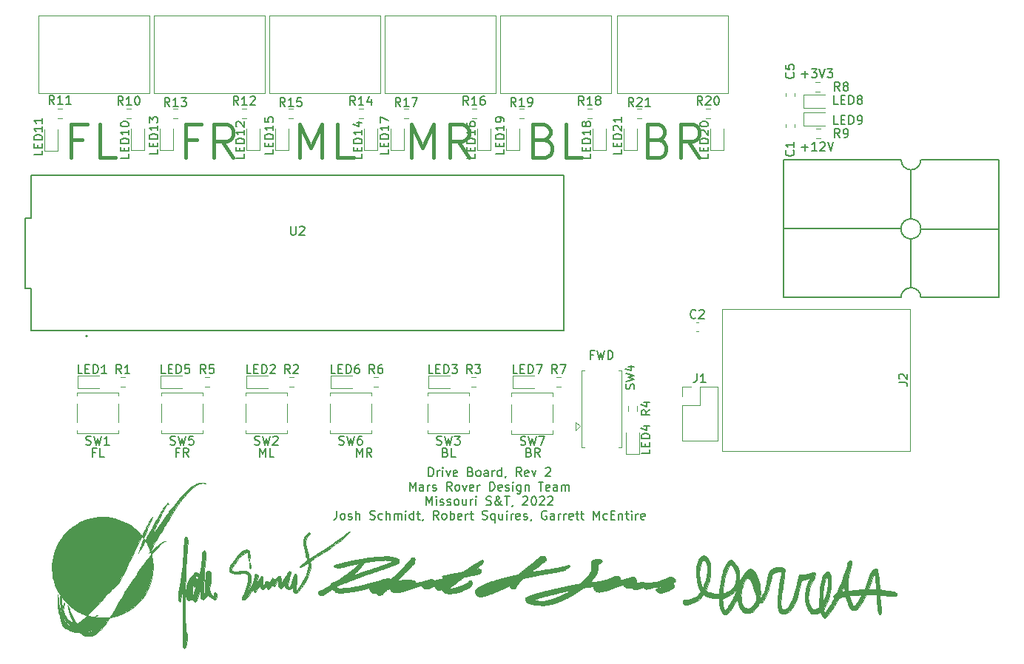
<source format=gbr>
%TF.GenerationSoftware,KiCad,Pcbnew,(5.1.10)-1*%
%TF.CreationDate,2022-03-09T20:01:01-06:00*%
%TF.ProjectId,Driveboard_2022,44726976-6562-46f6-9172-645f32303232,rev?*%
%TF.SameCoordinates,Original*%
%TF.FileFunction,Legend,Top*%
%TF.FilePolarity,Positive*%
%FSLAX46Y46*%
G04 Gerber Fmt 4.6, Leading zero omitted, Abs format (unit mm)*
G04 Created by KiCad (PCBNEW (5.1.10)-1) date 2022-03-09 20:01:01*
%MOMM*%
%LPD*%
G01*
G04 APERTURE LIST*
%ADD10C,0.150000*%
%ADD11C,0.381000*%
%ADD12C,0.127000*%
%ADD13C,0.200000*%
%ADD14C,0.120000*%
%ADD15C,0.010000*%
G04 APERTURE END LIST*
D10*
X72422619Y-74304380D02*
X72422619Y-73304380D01*
X72660714Y-73304380D01*
X72803571Y-73352000D01*
X72898809Y-73447238D01*
X72946428Y-73542476D01*
X72994047Y-73732952D01*
X72994047Y-73875809D01*
X72946428Y-74066285D01*
X72898809Y-74161523D01*
X72803571Y-74256761D01*
X72660714Y-74304380D01*
X72422619Y-74304380D01*
X73422619Y-74304380D02*
X73422619Y-73637714D01*
X73422619Y-73828190D02*
X73470238Y-73732952D01*
X73517857Y-73685333D01*
X73613095Y-73637714D01*
X73708333Y-73637714D01*
X74041666Y-74304380D02*
X74041666Y-73637714D01*
X74041666Y-73304380D02*
X73994047Y-73352000D01*
X74041666Y-73399619D01*
X74089285Y-73352000D01*
X74041666Y-73304380D01*
X74041666Y-73399619D01*
X74422619Y-73637714D02*
X74660714Y-74304380D01*
X74898809Y-73637714D01*
X75660714Y-74256761D02*
X75565476Y-74304380D01*
X75375000Y-74304380D01*
X75279761Y-74256761D01*
X75232142Y-74161523D01*
X75232142Y-73780571D01*
X75279761Y-73685333D01*
X75375000Y-73637714D01*
X75565476Y-73637714D01*
X75660714Y-73685333D01*
X75708333Y-73780571D01*
X75708333Y-73875809D01*
X75232142Y-73971047D01*
X77232142Y-73780571D02*
X77375000Y-73828190D01*
X77422619Y-73875809D01*
X77470238Y-73971047D01*
X77470238Y-74113904D01*
X77422619Y-74209142D01*
X77375000Y-74256761D01*
X77279761Y-74304380D01*
X76898809Y-74304380D01*
X76898809Y-73304380D01*
X77232142Y-73304380D01*
X77327380Y-73352000D01*
X77375000Y-73399619D01*
X77422619Y-73494857D01*
X77422619Y-73590095D01*
X77375000Y-73685333D01*
X77327380Y-73732952D01*
X77232142Y-73780571D01*
X76898809Y-73780571D01*
X78041666Y-74304380D02*
X77946428Y-74256761D01*
X77898809Y-74209142D01*
X77851190Y-74113904D01*
X77851190Y-73828190D01*
X77898809Y-73732952D01*
X77946428Y-73685333D01*
X78041666Y-73637714D01*
X78184523Y-73637714D01*
X78279761Y-73685333D01*
X78327380Y-73732952D01*
X78375000Y-73828190D01*
X78375000Y-74113904D01*
X78327380Y-74209142D01*
X78279761Y-74256761D01*
X78184523Y-74304380D01*
X78041666Y-74304380D01*
X79232142Y-74304380D02*
X79232142Y-73780571D01*
X79184523Y-73685333D01*
X79089285Y-73637714D01*
X78898809Y-73637714D01*
X78803571Y-73685333D01*
X79232142Y-74256761D02*
X79136904Y-74304380D01*
X78898809Y-74304380D01*
X78803571Y-74256761D01*
X78755952Y-74161523D01*
X78755952Y-74066285D01*
X78803571Y-73971047D01*
X78898809Y-73923428D01*
X79136904Y-73923428D01*
X79232142Y-73875809D01*
X79708333Y-74304380D02*
X79708333Y-73637714D01*
X79708333Y-73828190D02*
X79755952Y-73732952D01*
X79803571Y-73685333D01*
X79898809Y-73637714D01*
X79994047Y-73637714D01*
X80755952Y-74304380D02*
X80755952Y-73304380D01*
X80755952Y-74256761D02*
X80660714Y-74304380D01*
X80470238Y-74304380D01*
X80375000Y-74256761D01*
X80327380Y-74209142D01*
X80279761Y-74113904D01*
X80279761Y-73828190D01*
X80327380Y-73732952D01*
X80375000Y-73685333D01*
X80470238Y-73637714D01*
X80660714Y-73637714D01*
X80755952Y-73685333D01*
X81279761Y-74256761D02*
X81279761Y-74304380D01*
X81232142Y-74399619D01*
X81184523Y-74447238D01*
X83041666Y-74304380D02*
X82708333Y-73828190D01*
X82470238Y-74304380D02*
X82470238Y-73304380D01*
X82851190Y-73304380D01*
X82946428Y-73352000D01*
X82994047Y-73399619D01*
X83041666Y-73494857D01*
X83041666Y-73637714D01*
X82994047Y-73732952D01*
X82946428Y-73780571D01*
X82851190Y-73828190D01*
X82470238Y-73828190D01*
X83851190Y-74256761D02*
X83755952Y-74304380D01*
X83565476Y-74304380D01*
X83470238Y-74256761D01*
X83422619Y-74161523D01*
X83422619Y-73780571D01*
X83470238Y-73685333D01*
X83565476Y-73637714D01*
X83755952Y-73637714D01*
X83851190Y-73685333D01*
X83898809Y-73780571D01*
X83898809Y-73875809D01*
X83422619Y-73971047D01*
X84232142Y-73637714D02*
X84470238Y-74304380D01*
X84708333Y-73637714D01*
X85803571Y-73399619D02*
X85851190Y-73352000D01*
X85946428Y-73304380D01*
X86184523Y-73304380D01*
X86279761Y-73352000D01*
X86327380Y-73399619D01*
X86375000Y-73494857D01*
X86375000Y-73590095D01*
X86327380Y-73732952D01*
X85755952Y-74304380D01*
X86375000Y-74304380D01*
X70255952Y-75954380D02*
X70255952Y-74954380D01*
X70589285Y-75668666D01*
X70922619Y-74954380D01*
X70922619Y-75954380D01*
X71827380Y-75954380D02*
X71827380Y-75430571D01*
X71779761Y-75335333D01*
X71684523Y-75287714D01*
X71494047Y-75287714D01*
X71398809Y-75335333D01*
X71827380Y-75906761D02*
X71732142Y-75954380D01*
X71494047Y-75954380D01*
X71398809Y-75906761D01*
X71351190Y-75811523D01*
X71351190Y-75716285D01*
X71398809Y-75621047D01*
X71494047Y-75573428D01*
X71732142Y-75573428D01*
X71827380Y-75525809D01*
X72303571Y-75954380D02*
X72303571Y-75287714D01*
X72303571Y-75478190D02*
X72351190Y-75382952D01*
X72398809Y-75335333D01*
X72494047Y-75287714D01*
X72589285Y-75287714D01*
X72874999Y-75906761D02*
X72970238Y-75954380D01*
X73160714Y-75954380D01*
X73255952Y-75906761D01*
X73303571Y-75811523D01*
X73303571Y-75763904D01*
X73255952Y-75668666D01*
X73160714Y-75621047D01*
X73017857Y-75621047D01*
X72922619Y-75573428D01*
X72874999Y-75478190D01*
X72874999Y-75430571D01*
X72922619Y-75335333D01*
X73017857Y-75287714D01*
X73160714Y-75287714D01*
X73255952Y-75335333D01*
X75065476Y-75954380D02*
X74732142Y-75478190D01*
X74494047Y-75954380D02*
X74494047Y-74954380D01*
X74874999Y-74954380D01*
X74970238Y-75002000D01*
X75017857Y-75049619D01*
X75065476Y-75144857D01*
X75065476Y-75287714D01*
X75017857Y-75382952D01*
X74970238Y-75430571D01*
X74874999Y-75478190D01*
X74494047Y-75478190D01*
X75636904Y-75954380D02*
X75541666Y-75906761D01*
X75494047Y-75859142D01*
X75446428Y-75763904D01*
X75446428Y-75478190D01*
X75494047Y-75382952D01*
X75541666Y-75335333D01*
X75636904Y-75287714D01*
X75779761Y-75287714D01*
X75874999Y-75335333D01*
X75922619Y-75382952D01*
X75970238Y-75478190D01*
X75970238Y-75763904D01*
X75922619Y-75859142D01*
X75874999Y-75906761D01*
X75779761Y-75954380D01*
X75636904Y-75954380D01*
X76303571Y-75287714D02*
X76541666Y-75954380D01*
X76779761Y-75287714D01*
X77541666Y-75906761D02*
X77446428Y-75954380D01*
X77255952Y-75954380D01*
X77160714Y-75906761D01*
X77113095Y-75811523D01*
X77113095Y-75430571D01*
X77160714Y-75335333D01*
X77255952Y-75287714D01*
X77446428Y-75287714D01*
X77541666Y-75335333D01*
X77589285Y-75430571D01*
X77589285Y-75525809D01*
X77113095Y-75621047D01*
X78017857Y-75954380D02*
X78017857Y-75287714D01*
X78017857Y-75478190D02*
X78065476Y-75382952D01*
X78113095Y-75335333D01*
X78208333Y-75287714D01*
X78303571Y-75287714D01*
X79398809Y-75954380D02*
X79398809Y-74954380D01*
X79636904Y-74954380D01*
X79779761Y-75002000D01*
X79875000Y-75097238D01*
X79922619Y-75192476D01*
X79970238Y-75382952D01*
X79970238Y-75525809D01*
X79922619Y-75716285D01*
X79875000Y-75811523D01*
X79779761Y-75906761D01*
X79636904Y-75954380D01*
X79398809Y-75954380D01*
X80779761Y-75906761D02*
X80684523Y-75954380D01*
X80494047Y-75954380D01*
X80398809Y-75906761D01*
X80351190Y-75811523D01*
X80351190Y-75430571D01*
X80398809Y-75335333D01*
X80494047Y-75287714D01*
X80684523Y-75287714D01*
X80779761Y-75335333D01*
X80827380Y-75430571D01*
X80827380Y-75525809D01*
X80351190Y-75621047D01*
X81208333Y-75906761D02*
X81303571Y-75954380D01*
X81494047Y-75954380D01*
X81589285Y-75906761D01*
X81636904Y-75811523D01*
X81636904Y-75763904D01*
X81589285Y-75668666D01*
X81494047Y-75621047D01*
X81351190Y-75621047D01*
X81255952Y-75573428D01*
X81208333Y-75478190D01*
X81208333Y-75430571D01*
X81255952Y-75335333D01*
X81351190Y-75287714D01*
X81494047Y-75287714D01*
X81589285Y-75335333D01*
X82065476Y-75954380D02*
X82065476Y-75287714D01*
X82065476Y-74954380D02*
X82017857Y-75002000D01*
X82065476Y-75049619D01*
X82113095Y-75002000D01*
X82065476Y-74954380D01*
X82065476Y-75049619D01*
X82970238Y-75287714D02*
X82970238Y-76097238D01*
X82922619Y-76192476D01*
X82874999Y-76240095D01*
X82779761Y-76287714D01*
X82636904Y-76287714D01*
X82541666Y-76240095D01*
X82970238Y-75906761D02*
X82874999Y-75954380D01*
X82684523Y-75954380D01*
X82589285Y-75906761D01*
X82541666Y-75859142D01*
X82494047Y-75763904D01*
X82494047Y-75478190D01*
X82541666Y-75382952D01*
X82589285Y-75335333D01*
X82684523Y-75287714D01*
X82874999Y-75287714D01*
X82970238Y-75335333D01*
X83446428Y-75287714D02*
X83446428Y-75954380D01*
X83446428Y-75382952D02*
X83494047Y-75335333D01*
X83589285Y-75287714D01*
X83732142Y-75287714D01*
X83827380Y-75335333D01*
X83874999Y-75430571D01*
X83874999Y-75954380D01*
X84970238Y-74954380D02*
X85541666Y-74954380D01*
X85255952Y-75954380D02*
X85255952Y-74954380D01*
X86255952Y-75906761D02*
X86160714Y-75954380D01*
X85970238Y-75954380D01*
X85874999Y-75906761D01*
X85827380Y-75811523D01*
X85827380Y-75430571D01*
X85874999Y-75335333D01*
X85970238Y-75287714D01*
X86160714Y-75287714D01*
X86255952Y-75335333D01*
X86303571Y-75430571D01*
X86303571Y-75525809D01*
X85827380Y-75621047D01*
X87160714Y-75954380D02*
X87160714Y-75430571D01*
X87113095Y-75335333D01*
X87017857Y-75287714D01*
X86827380Y-75287714D01*
X86732142Y-75335333D01*
X87160714Y-75906761D02*
X87065476Y-75954380D01*
X86827380Y-75954380D01*
X86732142Y-75906761D01*
X86684523Y-75811523D01*
X86684523Y-75716285D01*
X86732142Y-75621047D01*
X86827380Y-75573428D01*
X87065476Y-75573428D01*
X87160714Y-75525809D01*
X87636904Y-75954380D02*
X87636904Y-75287714D01*
X87636904Y-75382952D02*
X87684523Y-75335333D01*
X87779761Y-75287714D01*
X87922619Y-75287714D01*
X88017857Y-75335333D01*
X88065476Y-75430571D01*
X88065476Y-75954380D01*
X88065476Y-75430571D02*
X88113095Y-75335333D01*
X88208333Y-75287714D01*
X88351190Y-75287714D01*
X88446428Y-75335333D01*
X88494047Y-75430571D01*
X88494047Y-75954380D01*
X72160714Y-77604380D02*
X72160714Y-76604380D01*
X72494047Y-77318666D01*
X72827380Y-76604380D01*
X72827380Y-77604380D01*
X73303571Y-77604380D02*
X73303571Y-76937714D01*
X73303571Y-76604380D02*
X73255952Y-76652000D01*
X73303571Y-76699619D01*
X73351190Y-76652000D01*
X73303571Y-76604380D01*
X73303571Y-76699619D01*
X73732142Y-77556761D02*
X73827380Y-77604380D01*
X74017857Y-77604380D01*
X74113095Y-77556761D01*
X74160714Y-77461523D01*
X74160714Y-77413904D01*
X74113095Y-77318666D01*
X74017857Y-77271047D01*
X73875000Y-77271047D01*
X73779761Y-77223428D01*
X73732142Y-77128190D01*
X73732142Y-77080571D01*
X73779761Y-76985333D01*
X73875000Y-76937714D01*
X74017857Y-76937714D01*
X74113095Y-76985333D01*
X74541666Y-77556761D02*
X74636904Y-77604380D01*
X74827380Y-77604380D01*
X74922619Y-77556761D01*
X74970238Y-77461523D01*
X74970238Y-77413904D01*
X74922619Y-77318666D01*
X74827380Y-77271047D01*
X74684523Y-77271047D01*
X74589285Y-77223428D01*
X74541666Y-77128190D01*
X74541666Y-77080571D01*
X74589285Y-76985333D01*
X74684523Y-76937714D01*
X74827380Y-76937714D01*
X74922619Y-76985333D01*
X75541666Y-77604380D02*
X75446428Y-77556761D01*
X75398809Y-77509142D01*
X75351190Y-77413904D01*
X75351190Y-77128190D01*
X75398809Y-77032952D01*
X75446428Y-76985333D01*
X75541666Y-76937714D01*
X75684523Y-76937714D01*
X75779761Y-76985333D01*
X75827380Y-77032952D01*
X75875000Y-77128190D01*
X75875000Y-77413904D01*
X75827380Y-77509142D01*
X75779761Y-77556761D01*
X75684523Y-77604380D01*
X75541666Y-77604380D01*
X76732142Y-76937714D02*
X76732142Y-77604380D01*
X76303571Y-76937714D02*
X76303571Y-77461523D01*
X76351190Y-77556761D01*
X76446428Y-77604380D01*
X76589285Y-77604380D01*
X76684523Y-77556761D01*
X76732142Y-77509142D01*
X77208333Y-77604380D02*
X77208333Y-76937714D01*
X77208333Y-77128190D02*
X77255952Y-77032952D01*
X77303571Y-76985333D01*
X77398809Y-76937714D01*
X77494047Y-76937714D01*
X77827380Y-77604380D02*
X77827380Y-76937714D01*
X77827380Y-76604380D02*
X77779761Y-76652000D01*
X77827380Y-76699619D01*
X77875000Y-76652000D01*
X77827380Y-76604380D01*
X77827380Y-76699619D01*
X79017857Y-77556761D02*
X79160714Y-77604380D01*
X79398809Y-77604380D01*
X79494047Y-77556761D01*
X79541666Y-77509142D01*
X79589285Y-77413904D01*
X79589285Y-77318666D01*
X79541666Y-77223428D01*
X79494047Y-77175809D01*
X79398809Y-77128190D01*
X79208333Y-77080571D01*
X79113095Y-77032952D01*
X79065476Y-76985333D01*
X79017857Y-76890095D01*
X79017857Y-76794857D01*
X79065476Y-76699619D01*
X79113095Y-76652000D01*
X79208333Y-76604380D01*
X79446428Y-76604380D01*
X79589285Y-76652000D01*
X80827380Y-77604380D02*
X80779761Y-77604380D01*
X80684523Y-77556761D01*
X80541666Y-77413904D01*
X80303571Y-77128190D01*
X80208333Y-76985333D01*
X80160714Y-76842476D01*
X80160714Y-76747238D01*
X80208333Y-76652000D01*
X80303571Y-76604380D01*
X80351190Y-76604380D01*
X80446428Y-76652000D01*
X80494047Y-76747238D01*
X80494047Y-76794857D01*
X80446428Y-76890095D01*
X80398809Y-76937714D01*
X80113095Y-77128190D01*
X80065476Y-77175809D01*
X80017857Y-77271047D01*
X80017857Y-77413904D01*
X80065476Y-77509142D01*
X80113095Y-77556761D01*
X80208333Y-77604380D01*
X80351190Y-77604380D01*
X80446428Y-77556761D01*
X80494047Y-77509142D01*
X80636904Y-77318666D01*
X80684523Y-77175809D01*
X80684523Y-77080571D01*
X81113095Y-76604380D02*
X81684523Y-76604380D01*
X81398809Y-77604380D02*
X81398809Y-76604380D01*
X82065476Y-77556761D02*
X82065476Y-77604380D01*
X82017857Y-77699619D01*
X81970238Y-77747238D01*
X83208333Y-76699619D02*
X83255952Y-76652000D01*
X83351190Y-76604380D01*
X83589285Y-76604380D01*
X83684523Y-76652000D01*
X83732142Y-76699619D01*
X83779761Y-76794857D01*
X83779761Y-76890095D01*
X83732142Y-77032952D01*
X83160714Y-77604380D01*
X83779761Y-77604380D01*
X84398809Y-76604380D02*
X84494047Y-76604380D01*
X84589285Y-76652000D01*
X84636904Y-76699619D01*
X84684523Y-76794857D01*
X84732142Y-76985333D01*
X84732142Y-77223428D01*
X84684523Y-77413904D01*
X84636904Y-77509142D01*
X84589285Y-77556761D01*
X84494047Y-77604380D01*
X84398809Y-77604380D01*
X84303571Y-77556761D01*
X84255952Y-77509142D01*
X84208333Y-77413904D01*
X84160714Y-77223428D01*
X84160714Y-76985333D01*
X84208333Y-76794857D01*
X84255952Y-76699619D01*
X84303571Y-76652000D01*
X84398809Y-76604380D01*
X85113095Y-76699619D02*
X85160714Y-76652000D01*
X85255952Y-76604380D01*
X85494047Y-76604380D01*
X85589285Y-76652000D01*
X85636904Y-76699619D01*
X85684523Y-76794857D01*
X85684523Y-76890095D01*
X85636904Y-77032952D01*
X85065476Y-77604380D01*
X85684523Y-77604380D01*
X86065476Y-76699619D02*
X86113095Y-76652000D01*
X86208333Y-76604380D01*
X86446428Y-76604380D01*
X86541666Y-76652000D01*
X86589285Y-76699619D01*
X86636904Y-76794857D01*
X86636904Y-76890095D01*
X86589285Y-77032952D01*
X86017857Y-77604380D01*
X86636904Y-77604380D01*
X61898809Y-78254380D02*
X61898809Y-78968666D01*
X61851190Y-79111523D01*
X61755952Y-79206761D01*
X61613095Y-79254380D01*
X61517857Y-79254380D01*
X62517857Y-79254380D02*
X62422619Y-79206761D01*
X62375000Y-79159142D01*
X62327380Y-79063904D01*
X62327380Y-78778190D01*
X62375000Y-78682952D01*
X62422619Y-78635333D01*
X62517857Y-78587714D01*
X62660714Y-78587714D01*
X62755952Y-78635333D01*
X62803571Y-78682952D01*
X62851190Y-78778190D01*
X62851190Y-79063904D01*
X62803571Y-79159142D01*
X62755952Y-79206761D01*
X62660714Y-79254380D01*
X62517857Y-79254380D01*
X63232142Y-79206761D02*
X63327380Y-79254380D01*
X63517857Y-79254380D01*
X63613095Y-79206761D01*
X63660714Y-79111523D01*
X63660714Y-79063904D01*
X63613095Y-78968666D01*
X63517857Y-78921047D01*
X63375000Y-78921047D01*
X63279761Y-78873428D01*
X63232142Y-78778190D01*
X63232142Y-78730571D01*
X63279761Y-78635333D01*
X63375000Y-78587714D01*
X63517857Y-78587714D01*
X63613095Y-78635333D01*
X64089285Y-79254380D02*
X64089285Y-78254380D01*
X64517857Y-79254380D02*
X64517857Y-78730571D01*
X64470238Y-78635333D01*
X64375000Y-78587714D01*
X64232142Y-78587714D01*
X64136904Y-78635333D01*
X64089285Y-78682952D01*
X65708333Y-79206761D02*
X65851190Y-79254380D01*
X66089285Y-79254380D01*
X66184523Y-79206761D01*
X66232142Y-79159142D01*
X66279761Y-79063904D01*
X66279761Y-78968666D01*
X66232142Y-78873428D01*
X66184523Y-78825809D01*
X66089285Y-78778190D01*
X65898809Y-78730571D01*
X65803571Y-78682952D01*
X65755952Y-78635333D01*
X65708333Y-78540095D01*
X65708333Y-78444857D01*
X65755952Y-78349619D01*
X65803571Y-78302000D01*
X65898809Y-78254380D01*
X66136904Y-78254380D01*
X66279761Y-78302000D01*
X67136904Y-79206761D02*
X67041666Y-79254380D01*
X66851190Y-79254380D01*
X66755952Y-79206761D01*
X66708333Y-79159142D01*
X66660714Y-79063904D01*
X66660714Y-78778190D01*
X66708333Y-78682952D01*
X66755952Y-78635333D01*
X66851190Y-78587714D01*
X67041666Y-78587714D01*
X67136904Y-78635333D01*
X67565476Y-79254380D02*
X67565476Y-78254380D01*
X67994047Y-79254380D02*
X67994047Y-78730571D01*
X67946428Y-78635333D01*
X67851190Y-78587714D01*
X67708333Y-78587714D01*
X67613095Y-78635333D01*
X67565476Y-78682952D01*
X68470238Y-79254380D02*
X68470238Y-78587714D01*
X68470238Y-78682952D02*
X68517857Y-78635333D01*
X68613095Y-78587714D01*
X68755952Y-78587714D01*
X68851190Y-78635333D01*
X68898809Y-78730571D01*
X68898809Y-79254380D01*
X68898809Y-78730571D02*
X68946428Y-78635333D01*
X69041666Y-78587714D01*
X69184523Y-78587714D01*
X69279761Y-78635333D01*
X69327380Y-78730571D01*
X69327380Y-79254380D01*
X69803571Y-79254380D02*
X69803571Y-78587714D01*
X69803571Y-78254380D02*
X69755952Y-78302000D01*
X69803571Y-78349619D01*
X69851190Y-78302000D01*
X69803571Y-78254380D01*
X69803571Y-78349619D01*
X70708333Y-79254380D02*
X70708333Y-78254380D01*
X70708333Y-79206761D02*
X70613095Y-79254380D01*
X70422619Y-79254380D01*
X70327380Y-79206761D01*
X70279761Y-79159142D01*
X70232142Y-79063904D01*
X70232142Y-78778190D01*
X70279761Y-78682952D01*
X70327380Y-78635333D01*
X70422619Y-78587714D01*
X70613095Y-78587714D01*
X70708333Y-78635333D01*
X71041666Y-78587714D02*
X71422619Y-78587714D01*
X71184523Y-78254380D02*
X71184523Y-79111523D01*
X71232142Y-79206761D01*
X71327380Y-79254380D01*
X71422619Y-79254380D01*
X71803571Y-79206761D02*
X71803571Y-79254380D01*
X71755952Y-79349619D01*
X71708333Y-79397238D01*
X73565476Y-79254380D02*
X73232142Y-78778190D01*
X72994047Y-79254380D02*
X72994047Y-78254380D01*
X73375000Y-78254380D01*
X73470238Y-78302000D01*
X73517857Y-78349619D01*
X73565476Y-78444857D01*
X73565476Y-78587714D01*
X73517857Y-78682952D01*
X73470238Y-78730571D01*
X73375000Y-78778190D01*
X72994047Y-78778190D01*
X74136904Y-79254380D02*
X74041666Y-79206761D01*
X73994047Y-79159142D01*
X73946428Y-79063904D01*
X73946428Y-78778190D01*
X73994047Y-78682952D01*
X74041666Y-78635333D01*
X74136904Y-78587714D01*
X74279761Y-78587714D01*
X74375000Y-78635333D01*
X74422619Y-78682952D01*
X74470238Y-78778190D01*
X74470238Y-79063904D01*
X74422619Y-79159142D01*
X74375000Y-79206761D01*
X74279761Y-79254380D01*
X74136904Y-79254380D01*
X74898809Y-79254380D02*
X74898809Y-78254380D01*
X74898809Y-78635333D02*
X74994047Y-78587714D01*
X75184523Y-78587714D01*
X75279761Y-78635333D01*
X75327380Y-78682952D01*
X75375000Y-78778190D01*
X75375000Y-79063904D01*
X75327380Y-79159142D01*
X75279761Y-79206761D01*
X75184523Y-79254380D01*
X74994047Y-79254380D01*
X74898809Y-79206761D01*
X76184523Y-79206761D02*
X76089285Y-79254380D01*
X75898809Y-79254380D01*
X75803571Y-79206761D01*
X75755952Y-79111523D01*
X75755952Y-78730571D01*
X75803571Y-78635333D01*
X75898809Y-78587714D01*
X76089285Y-78587714D01*
X76184523Y-78635333D01*
X76232142Y-78730571D01*
X76232142Y-78825809D01*
X75755952Y-78921047D01*
X76660714Y-79254380D02*
X76660714Y-78587714D01*
X76660714Y-78778190D02*
X76708333Y-78682952D01*
X76755952Y-78635333D01*
X76851190Y-78587714D01*
X76946428Y-78587714D01*
X77136904Y-78587714D02*
X77517857Y-78587714D01*
X77279761Y-78254380D02*
X77279761Y-79111523D01*
X77327380Y-79206761D01*
X77422619Y-79254380D01*
X77517857Y-79254380D01*
X78565476Y-79206761D02*
X78708333Y-79254380D01*
X78946428Y-79254380D01*
X79041666Y-79206761D01*
X79089285Y-79159142D01*
X79136904Y-79063904D01*
X79136904Y-78968666D01*
X79089285Y-78873428D01*
X79041666Y-78825809D01*
X78946428Y-78778190D01*
X78755952Y-78730571D01*
X78660714Y-78682952D01*
X78613095Y-78635333D01*
X78565476Y-78540095D01*
X78565476Y-78444857D01*
X78613095Y-78349619D01*
X78660714Y-78302000D01*
X78755952Y-78254380D01*
X78994047Y-78254380D01*
X79136904Y-78302000D01*
X79994047Y-78587714D02*
X79994047Y-79587714D01*
X79994047Y-79206761D02*
X79898809Y-79254380D01*
X79708333Y-79254380D01*
X79613095Y-79206761D01*
X79565476Y-79159142D01*
X79517857Y-79063904D01*
X79517857Y-78778190D01*
X79565476Y-78682952D01*
X79613095Y-78635333D01*
X79708333Y-78587714D01*
X79898809Y-78587714D01*
X79994047Y-78635333D01*
X80898809Y-78587714D02*
X80898809Y-79254380D01*
X80470238Y-78587714D02*
X80470238Y-79111523D01*
X80517857Y-79206761D01*
X80613095Y-79254380D01*
X80755952Y-79254380D01*
X80851190Y-79206761D01*
X80898809Y-79159142D01*
X81375000Y-79254380D02*
X81375000Y-78587714D01*
X81375000Y-78254380D02*
X81327380Y-78302000D01*
X81375000Y-78349619D01*
X81422619Y-78302000D01*
X81375000Y-78254380D01*
X81375000Y-78349619D01*
X81851190Y-79254380D02*
X81851190Y-78587714D01*
X81851190Y-78778190D02*
X81898809Y-78682952D01*
X81946428Y-78635333D01*
X82041666Y-78587714D01*
X82136904Y-78587714D01*
X82851190Y-79206761D02*
X82755952Y-79254380D01*
X82565476Y-79254380D01*
X82470238Y-79206761D01*
X82422619Y-79111523D01*
X82422619Y-78730571D01*
X82470238Y-78635333D01*
X82565476Y-78587714D01*
X82755952Y-78587714D01*
X82851190Y-78635333D01*
X82898809Y-78730571D01*
X82898809Y-78825809D01*
X82422619Y-78921047D01*
X83279761Y-79206761D02*
X83375000Y-79254380D01*
X83565476Y-79254380D01*
X83660714Y-79206761D01*
X83708333Y-79111523D01*
X83708333Y-79063904D01*
X83660714Y-78968666D01*
X83565476Y-78921047D01*
X83422619Y-78921047D01*
X83327380Y-78873428D01*
X83279761Y-78778190D01*
X83279761Y-78730571D01*
X83327380Y-78635333D01*
X83422619Y-78587714D01*
X83565476Y-78587714D01*
X83660714Y-78635333D01*
X84184523Y-79206761D02*
X84184523Y-79254380D01*
X84136904Y-79349619D01*
X84089285Y-79397238D01*
X85898809Y-78302000D02*
X85803571Y-78254380D01*
X85660714Y-78254380D01*
X85517857Y-78302000D01*
X85422619Y-78397238D01*
X85375000Y-78492476D01*
X85327380Y-78682952D01*
X85327380Y-78825809D01*
X85375000Y-79016285D01*
X85422619Y-79111523D01*
X85517857Y-79206761D01*
X85660714Y-79254380D01*
X85755952Y-79254380D01*
X85898809Y-79206761D01*
X85946428Y-79159142D01*
X85946428Y-78825809D01*
X85755952Y-78825809D01*
X86803571Y-79254380D02*
X86803571Y-78730571D01*
X86755952Y-78635333D01*
X86660714Y-78587714D01*
X86470238Y-78587714D01*
X86375000Y-78635333D01*
X86803571Y-79206761D02*
X86708333Y-79254380D01*
X86470238Y-79254380D01*
X86375000Y-79206761D01*
X86327380Y-79111523D01*
X86327380Y-79016285D01*
X86375000Y-78921047D01*
X86470238Y-78873428D01*
X86708333Y-78873428D01*
X86803571Y-78825809D01*
X87279761Y-79254380D02*
X87279761Y-78587714D01*
X87279761Y-78778190D02*
X87327380Y-78682952D01*
X87375000Y-78635333D01*
X87470238Y-78587714D01*
X87565476Y-78587714D01*
X87898809Y-79254380D02*
X87898809Y-78587714D01*
X87898809Y-78778190D02*
X87946428Y-78682952D01*
X87994047Y-78635333D01*
X88089285Y-78587714D01*
X88184523Y-78587714D01*
X88898809Y-79206761D02*
X88803571Y-79254380D01*
X88613095Y-79254380D01*
X88517857Y-79206761D01*
X88470238Y-79111523D01*
X88470238Y-78730571D01*
X88517857Y-78635333D01*
X88613095Y-78587714D01*
X88803571Y-78587714D01*
X88898809Y-78635333D01*
X88946428Y-78730571D01*
X88946428Y-78825809D01*
X88470238Y-78921047D01*
X89232142Y-78587714D02*
X89613095Y-78587714D01*
X89375000Y-78254380D02*
X89375000Y-79111523D01*
X89422619Y-79206761D01*
X89517857Y-79254380D01*
X89613095Y-79254380D01*
X89803571Y-78587714D02*
X90184523Y-78587714D01*
X89946428Y-78254380D02*
X89946428Y-79111523D01*
X89994047Y-79206761D01*
X90089285Y-79254380D01*
X90184523Y-79254380D01*
X91279761Y-79254380D02*
X91279761Y-78254380D01*
X91613095Y-78968666D01*
X91946428Y-78254380D01*
X91946428Y-79254380D01*
X92851190Y-79206761D02*
X92755952Y-79254380D01*
X92565476Y-79254380D01*
X92470238Y-79206761D01*
X92422619Y-79159142D01*
X92375000Y-79063904D01*
X92375000Y-78778190D01*
X92422619Y-78682952D01*
X92470238Y-78635333D01*
X92565476Y-78587714D01*
X92755952Y-78587714D01*
X92851190Y-78635333D01*
X93279761Y-78730571D02*
X93613095Y-78730571D01*
X93755952Y-79254380D02*
X93279761Y-79254380D01*
X93279761Y-78254380D01*
X93755952Y-78254380D01*
X94184523Y-78587714D02*
X94184523Y-79254380D01*
X94184523Y-78682952D02*
X94232142Y-78635333D01*
X94327380Y-78587714D01*
X94470238Y-78587714D01*
X94565476Y-78635333D01*
X94613095Y-78730571D01*
X94613095Y-79254380D01*
X94946428Y-78587714D02*
X95327380Y-78587714D01*
X95089285Y-78254380D02*
X95089285Y-79111523D01*
X95136904Y-79206761D01*
X95232142Y-79254380D01*
X95327380Y-79254380D01*
X95660714Y-79254380D02*
X95660714Y-78587714D01*
X95660714Y-78254380D02*
X95613095Y-78302000D01*
X95660714Y-78349619D01*
X95708333Y-78302000D01*
X95660714Y-78254380D01*
X95660714Y-78349619D01*
X96136904Y-79254380D02*
X96136904Y-78587714D01*
X96136904Y-78778190D02*
X96184523Y-78682952D01*
X96232142Y-78635333D01*
X96327380Y-78587714D01*
X96422619Y-78587714D01*
X97136904Y-79206761D02*
X97041666Y-79254380D01*
X96851190Y-79254380D01*
X96755952Y-79206761D01*
X96708333Y-79111523D01*
X96708333Y-78730571D01*
X96755952Y-78635333D01*
X96851190Y-78587714D01*
X97041666Y-78587714D01*
X97136904Y-78635333D01*
X97184523Y-78730571D01*
X97184523Y-78825809D01*
X96708333Y-78921047D01*
D11*
X98697142Y-35795857D02*
X99241428Y-35977285D01*
X99422857Y-36158714D01*
X99604285Y-36521571D01*
X99604285Y-37065857D01*
X99422857Y-37428714D01*
X99241428Y-37610142D01*
X98878571Y-37791571D01*
X97427142Y-37791571D01*
X97427142Y-33981571D01*
X98697142Y-33981571D01*
X99060000Y-34163000D01*
X99241428Y-34344428D01*
X99422857Y-34707285D01*
X99422857Y-35070142D01*
X99241428Y-35433000D01*
X99060000Y-35614428D01*
X98697142Y-35795857D01*
X97427142Y-35795857D01*
X103414285Y-37791571D02*
X102144285Y-35977285D01*
X101237142Y-37791571D02*
X101237142Y-33981571D01*
X102688571Y-33981571D01*
X103051428Y-34163000D01*
X103232857Y-34344428D01*
X103414285Y-34707285D01*
X103414285Y-35251571D01*
X103232857Y-35614428D01*
X103051428Y-35795857D01*
X102688571Y-35977285D01*
X101237142Y-35977285D01*
X85598000Y-35795857D02*
X86142285Y-35977285D01*
X86323714Y-36158714D01*
X86505142Y-36521571D01*
X86505142Y-37065857D01*
X86323714Y-37428714D01*
X86142285Y-37610142D01*
X85779428Y-37791571D01*
X84328000Y-37791571D01*
X84328000Y-33981571D01*
X85598000Y-33981571D01*
X85960857Y-34163000D01*
X86142285Y-34344428D01*
X86323714Y-34707285D01*
X86323714Y-35070142D01*
X86142285Y-35433000D01*
X85960857Y-35614428D01*
X85598000Y-35795857D01*
X84328000Y-35795857D01*
X89952285Y-37791571D02*
X88138000Y-37791571D01*
X88138000Y-33981571D01*
X70485000Y-37791571D02*
X70485000Y-33981571D01*
X71755000Y-36703000D01*
X73025000Y-33981571D01*
X73025000Y-37791571D01*
X77016428Y-37791571D02*
X75746428Y-35977285D01*
X74839285Y-37791571D02*
X74839285Y-33981571D01*
X76290714Y-33981571D01*
X76653571Y-34163000D01*
X76835000Y-34344428D01*
X77016428Y-34707285D01*
X77016428Y-35251571D01*
X76835000Y-35614428D01*
X76653571Y-35795857D01*
X76290714Y-35977285D01*
X74839285Y-35977285D01*
X57639857Y-37791571D02*
X57639857Y-33981571D01*
X58909857Y-36703000D01*
X60179857Y-33981571D01*
X60179857Y-37791571D01*
X63808428Y-37791571D02*
X61994142Y-37791571D01*
X61994142Y-33981571D01*
X45883285Y-35795857D02*
X44613285Y-35795857D01*
X44613285Y-37791571D02*
X44613285Y-33981571D01*
X46427571Y-33981571D01*
X50056142Y-37791571D02*
X48786142Y-35977285D01*
X47879000Y-37791571D02*
X47879000Y-33981571D01*
X49330428Y-33981571D01*
X49693285Y-34163000D01*
X49874714Y-34344428D01*
X50056142Y-34707285D01*
X50056142Y-35251571D01*
X49874714Y-35614428D01*
X49693285Y-35795857D01*
X49330428Y-35977285D01*
X47879000Y-35977285D01*
X32784142Y-35795857D02*
X31514142Y-35795857D01*
X31514142Y-37791571D02*
X31514142Y-33981571D01*
X33328428Y-33981571D01*
X36594142Y-37791571D02*
X34779857Y-37791571D01*
X34779857Y-33981571D01*
D10*
X115078095Y-28265428D02*
X115840000Y-28265428D01*
X115459047Y-28646380D02*
X115459047Y-27884476D01*
X116220952Y-27646380D02*
X116840000Y-27646380D01*
X116506666Y-28027333D01*
X116649523Y-28027333D01*
X116744761Y-28074952D01*
X116792380Y-28122571D01*
X116840000Y-28217809D01*
X116840000Y-28455904D01*
X116792380Y-28551142D01*
X116744761Y-28598761D01*
X116649523Y-28646380D01*
X116363809Y-28646380D01*
X116268571Y-28598761D01*
X116220952Y-28551142D01*
X117125714Y-27646380D02*
X117459047Y-28646380D01*
X117792380Y-27646380D01*
X118030476Y-27646380D02*
X118649523Y-27646380D01*
X118316190Y-28027333D01*
X118459047Y-28027333D01*
X118554285Y-28074952D01*
X118601904Y-28122571D01*
X118649523Y-28217809D01*
X118649523Y-28455904D01*
X118601904Y-28551142D01*
X118554285Y-28598761D01*
X118459047Y-28646380D01*
X118173333Y-28646380D01*
X118078095Y-28598761D01*
X118030476Y-28551142D01*
X115078095Y-36647428D02*
X115840000Y-36647428D01*
X115459047Y-37028380D02*
X115459047Y-36266476D01*
X116840000Y-37028380D02*
X116268571Y-37028380D01*
X116554285Y-37028380D02*
X116554285Y-36028380D01*
X116459047Y-36171238D01*
X116363809Y-36266476D01*
X116268571Y-36314095D01*
X117220952Y-36123619D02*
X117268571Y-36076000D01*
X117363809Y-36028380D01*
X117601904Y-36028380D01*
X117697142Y-36076000D01*
X117744761Y-36123619D01*
X117792380Y-36218857D01*
X117792380Y-36314095D01*
X117744761Y-36456952D01*
X117173333Y-37028380D01*
X117792380Y-37028380D01*
X118078095Y-36028380D02*
X118411428Y-37028380D01*
X118744761Y-36028380D01*
X91273428Y-60380571D02*
X90940095Y-60380571D01*
X90940095Y-60904380D02*
X90940095Y-59904380D01*
X91416285Y-59904380D01*
X91702000Y-59904380D02*
X91940095Y-60904380D01*
X92130571Y-60190095D01*
X92321047Y-60904380D01*
X92559142Y-59904380D01*
X92940095Y-60904380D02*
X92940095Y-59904380D01*
X93178190Y-59904380D01*
X93321047Y-59952000D01*
X93416285Y-60047238D01*
X93463904Y-60142476D01*
X93511523Y-60332952D01*
X93511523Y-60475809D01*
X93463904Y-60666285D01*
X93416285Y-60761523D01*
X93321047Y-60856761D01*
X93178190Y-60904380D01*
X92940095Y-60904380D01*
X83899428Y-71556571D02*
X84042285Y-71604190D01*
X84089904Y-71651809D01*
X84137523Y-71747047D01*
X84137523Y-71889904D01*
X84089904Y-71985142D01*
X84042285Y-72032761D01*
X83947047Y-72080380D01*
X83566095Y-72080380D01*
X83566095Y-71080380D01*
X83899428Y-71080380D01*
X83994666Y-71128000D01*
X84042285Y-71175619D01*
X84089904Y-71270857D01*
X84089904Y-71366095D01*
X84042285Y-71461333D01*
X83994666Y-71508952D01*
X83899428Y-71556571D01*
X83566095Y-71556571D01*
X85137523Y-72080380D02*
X84804190Y-71604190D01*
X84566095Y-72080380D02*
X84566095Y-71080380D01*
X84947047Y-71080380D01*
X85042285Y-71128000D01*
X85089904Y-71175619D01*
X85137523Y-71270857D01*
X85137523Y-71413714D01*
X85089904Y-71508952D01*
X85042285Y-71556571D01*
X84947047Y-71604190D01*
X84566095Y-71604190D01*
X74342666Y-71556571D02*
X74485523Y-71604190D01*
X74533142Y-71651809D01*
X74580761Y-71747047D01*
X74580761Y-71889904D01*
X74533142Y-71985142D01*
X74485523Y-72032761D01*
X74390285Y-72080380D01*
X74009333Y-72080380D01*
X74009333Y-71080380D01*
X74342666Y-71080380D01*
X74437904Y-71128000D01*
X74485523Y-71175619D01*
X74533142Y-71270857D01*
X74533142Y-71366095D01*
X74485523Y-71461333D01*
X74437904Y-71508952D01*
X74342666Y-71556571D01*
X74009333Y-71556571D01*
X75485523Y-72080380D02*
X75009333Y-72080380D01*
X75009333Y-71080380D01*
X64190666Y-72080380D02*
X64190666Y-71080380D01*
X64524000Y-71794666D01*
X64857333Y-71080380D01*
X64857333Y-72080380D01*
X65904952Y-72080380D02*
X65571619Y-71604190D01*
X65333523Y-72080380D02*
X65333523Y-71080380D01*
X65714476Y-71080380D01*
X65809714Y-71128000D01*
X65857333Y-71175619D01*
X65904952Y-71270857D01*
X65904952Y-71413714D01*
X65857333Y-71508952D01*
X65809714Y-71556571D01*
X65714476Y-71604190D01*
X65333523Y-71604190D01*
X53109904Y-72080380D02*
X53109904Y-71080380D01*
X53443238Y-71794666D01*
X53776571Y-71080380D01*
X53776571Y-72080380D01*
X54728952Y-72080380D02*
X54252761Y-72080380D01*
X54252761Y-71080380D01*
X43838857Y-71556571D02*
X43505523Y-71556571D01*
X43505523Y-72080380D02*
X43505523Y-71080380D01*
X43981714Y-71080380D01*
X44934095Y-72080380D02*
X44600761Y-71604190D01*
X44362666Y-72080380D02*
X44362666Y-71080380D01*
X44743619Y-71080380D01*
X44838857Y-71128000D01*
X44886476Y-71175619D01*
X44934095Y-71270857D01*
X44934095Y-71413714D01*
X44886476Y-71508952D01*
X44838857Y-71556571D01*
X44743619Y-71604190D01*
X44362666Y-71604190D01*
X34282095Y-71556571D02*
X33948761Y-71556571D01*
X33948761Y-72080380D02*
X33948761Y-71080380D01*
X34424952Y-71080380D01*
X35282095Y-72080380D02*
X34805904Y-72080380D01*
X34805904Y-71080380D01*
D12*
%TO.C,U2*%
X26924000Y-39878000D02*
X26924000Y-44738000D01*
X87884000Y-39878000D02*
X87884000Y-57658000D01*
D13*
X33374000Y-58268000D02*
G75*
G03*
X33374000Y-58268000I-100000J0D01*
G01*
D12*
X26224000Y-52798000D02*
X26224000Y-44738000D01*
X26924000Y-44738000D02*
X26224000Y-44738000D01*
X26924000Y-52798000D02*
X26224000Y-52798000D01*
X87884000Y-57658000D02*
X26924000Y-57658000D01*
X26924000Y-57658000D02*
X26924000Y-52798000D01*
X26924000Y-39878000D02*
X87884000Y-39878000D01*
D14*
%TO.C,J2*%
X127540000Y-71445200D02*
X127540000Y-55195200D01*
X127540000Y-55195200D02*
X105990000Y-55195200D01*
X105990000Y-71445200D02*
X105990000Y-55195200D01*
X127540000Y-71445200D02*
X105990000Y-71445200D01*
%TO.C,J1*%
X101397500Y-70211000D02*
X105517500Y-70211000D01*
X101397500Y-66151000D02*
X101397500Y-70211000D01*
X105517500Y-64091000D02*
X105517500Y-70211000D01*
X101397500Y-66151000D02*
X103457500Y-66151000D01*
X103457500Y-66151000D02*
X103457500Y-64091000D01*
X103457500Y-64091000D02*
X105517500Y-64091000D01*
X101397500Y-65151000D02*
X101397500Y-64091000D01*
X101397500Y-64091000D02*
X102457500Y-64091000D01*
%TO.C,C2*%
X103014733Y-56703500D02*
X103307267Y-56703500D01*
X103014733Y-57723500D02*
X103307267Y-57723500D01*
D15*
%TO.C,G\u002A\u002A\u002A*%
G36*
X104126813Y-83477429D02*
G01*
X104356861Y-83704220D01*
X104503483Y-83966114D01*
X104568210Y-84134947D01*
X104609044Y-84309634D01*
X104631162Y-84534684D01*
X104639740Y-84854603D01*
X104640490Y-85144082D01*
X104637458Y-85542626D01*
X104624146Y-85829509D01*
X104591572Y-86062393D01*
X104530755Y-86298938D01*
X104432713Y-86596807D01*
X104399051Y-86694196D01*
X104159217Y-87385895D01*
X104312050Y-87499037D01*
X104425102Y-87550938D01*
X104621693Y-87612578D01*
X104867867Y-87676036D01*
X105129668Y-87733391D01*
X105373139Y-87776722D01*
X105564324Y-87798108D01*
X105598357Y-87799095D01*
X105646897Y-87722994D01*
X105689972Y-87527278D01*
X105697324Y-87466094D01*
X106096989Y-87466094D01*
X106098591Y-87629346D01*
X106136954Y-87697819D01*
X106218726Y-87695792D01*
X106350555Y-87647540D01*
X106414186Y-87622510D01*
X106588969Y-87530473D01*
X106811947Y-87380294D01*
X107014976Y-87220815D01*
X107317423Y-86897740D01*
X107488439Y-86571667D01*
X107920465Y-86571667D01*
X107950000Y-86614000D01*
X107979535Y-86571667D01*
X107950000Y-86529333D01*
X107920465Y-86571667D01*
X107488439Y-86571667D01*
X107512591Y-86525617D01*
X107609854Y-86082203D01*
X107625116Y-85772671D01*
X107614041Y-85517826D01*
X107568390Y-85309627D01*
X107469531Y-85082229D01*
X107384762Y-84923371D01*
X107247571Y-84690688D01*
X107127500Y-84514926D01*
X107056873Y-84439390D01*
X106938587Y-84459239D01*
X106802952Y-84619780D01*
X106659185Y-84896710D01*
X106516503Y-85265724D01*
X106384125Y-85702519D01*
X106271266Y-86182791D01*
X106187145Y-86682236D01*
X106177472Y-86758148D01*
X106125499Y-87183787D01*
X106096989Y-87466094D01*
X105697324Y-87466094D01*
X105705607Y-87397167D01*
X105800410Y-86571526D01*
X105922288Y-85881097D01*
X106077085Y-85294516D01*
X106123070Y-85156224D01*
X106342731Y-84596912D01*
X106557458Y-84203391D01*
X106771800Y-83972667D01*
X106990303Y-83901743D01*
X107217515Y-83987624D01*
X107457982Y-84227314D01*
X107483297Y-84260108D01*
X107702026Y-84580057D01*
X107844175Y-84882486D01*
X107928000Y-85224116D01*
X107971757Y-85661667D01*
X107978902Y-85799894D01*
X108009070Y-86467455D01*
X108231943Y-86002532D01*
X108393612Y-85696852D01*
X108461998Y-85584651D01*
X109392912Y-85584651D01*
X109448565Y-85707207D01*
X109513154Y-85819020D01*
X109641337Y-86048469D01*
X109741738Y-86263195D01*
X109765802Y-86328446D01*
X109822349Y-86462837D01*
X109859316Y-86487869D01*
X109844416Y-86401788D01*
X109776035Y-86220482D01*
X109687445Y-86022872D01*
X109566847Y-85789215D01*
X109460948Y-85617697D01*
X109405369Y-85555625D01*
X109392912Y-85584651D01*
X108461998Y-85584651D01*
X108531269Y-85471000D01*
X109220000Y-85471000D01*
X109249535Y-85513333D01*
X109279070Y-85471000D01*
X109249535Y-85428667D01*
X109220000Y-85471000D01*
X108531269Y-85471000D01*
X108576427Y-85396912D01*
X108694548Y-85229138D01*
X108954169Y-84983752D01*
X109217733Y-84905642D01*
X109480664Y-84993192D01*
X109738386Y-85244785D01*
X109986322Y-85658805D01*
X110001801Y-85690903D01*
X110160508Y-86117590D01*
X110284548Y-86631314D01*
X110362976Y-87168171D01*
X110384850Y-87664259D01*
X110373132Y-87859023D01*
X110359947Y-88078215D01*
X110371077Y-88206852D01*
X110383009Y-88221140D01*
X110448869Y-88157207D01*
X110556580Y-87996186D01*
X110681286Y-87780745D01*
X110798128Y-87553550D01*
X110875377Y-87376000D01*
X110928681Y-87194885D01*
X110998167Y-86905616D01*
X111070621Y-86564049D01*
X111085730Y-86487000D01*
X111183991Y-85989459D01*
X111264133Y-85627688D01*
X111336959Y-85373276D01*
X111413273Y-85197812D01*
X111503880Y-85072886D01*
X111619584Y-84970087D01*
X111679404Y-84925854D01*
X111927729Y-84792892D01*
X112218260Y-84705978D01*
X112515697Y-84668605D01*
X112784738Y-84684264D01*
X112990082Y-84756448D01*
X113036141Y-84791648D01*
X113128715Y-84898679D01*
X113166594Y-85027593D01*
X113163976Y-85241332D01*
X113157540Y-85329830D01*
X113134083Y-85549120D01*
X113089655Y-85894531D01*
X113029591Y-86327102D01*
X112959226Y-86807871D01*
X112917922Y-87079667D01*
X112819233Y-87751164D01*
X112753354Y-88280818D01*
X112719232Y-88689015D01*
X112715812Y-88996139D01*
X112742039Y-89222575D01*
X112796860Y-89388708D01*
X112798338Y-89391756D01*
X112882467Y-89517162D01*
X112992958Y-89548723D01*
X113108455Y-89528092D01*
X113370466Y-89412102D01*
X113610164Y-89194255D01*
X113833546Y-88862563D01*
X114046608Y-88405043D01*
X114255347Y-87809708D01*
X114465758Y-87064574D01*
X114588222Y-86570403D01*
X114829874Y-85555667D01*
X115229472Y-85551412D01*
X115506850Y-85524597D01*
X115819354Y-85459365D01*
X116046780Y-85388386D01*
X116321815Y-85298316D01*
X116504385Y-85280110D01*
X116610713Y-85339268D01*
X116657024Y-85481290D01*
X116662791Y-85597234D01*
X116620697Y-85846122D01*
X116486939Y-86132208D01*
X116437493Y-86213725D01*
X116171203Y-86698120D01*
X115994368Y-87178457D01*
X115888745Y-87692290D01*
X115858027Y-88217436D01*
X115914652Y-88702864D01*
X116051651Y-89113731D01*
X116225826Y-89378030D01*
X116348918Y-89505224D01*
X116445376Y-89561837D01*
X116560051Y-89556837D01*
X116737795Y-89499191D01*
X116771224Y-89487082D01*
X117105814Y-89365667D01*
X117135182Y-88449490D01*
X117491403Y-88449490D01*
X117493434Y-88687543D01*
X117508010Y-88807960D01*
X117514967Y-88815333D01*
X117554972Y-88747924D01*
X117634220Y-88572218D01*
X117723653Y-88355663D01*
X117843701Y-88017472D01*
X117951518Y-87651466D01*
X117998264Y-87456173D01*
X118045833Y-87148262D01*
X118076712Y-86792152D01*
X118089855Y-86434715D01*
X118084215Y-86122824D01*
X118058743Y-85903352D01*
X118034437Y-85836827D01*
X117976670Y-85850031D01*
X117898061Y-85994102D01*
X117808583Y-86236434D01*
X117718210Y-86544423D01*
X117636918Y-86885464D01*
X117574678Y-87226953D01*
X117550646Y-87418333D01*
X117521001Y-87776002D01*
X117500923Y-88132682D01*
X117491403Y-88449490D01*
X117135182Y-88449490D01*
X117143810Y-88180333D01*
X117167505Y-87588008D01*
X117199369Y-87125140D01*
X117245037Y-86751890D01*
X117310141Y-86428420D01*
X117400314Y-86114893D01*
X117461071Y-85936667D01*
X117635368Y-85538377D01*
X117819169Y-85286553D01*
X118003865Y-85186049D01*
X118180848Y-85241718D01*
X118334291Y-85444242D01*
X118420337Y-85716405D01*
X118471403Y-86105046D01*
X118485826Y-86564182D01*
X118461939Y-87047831D01*
X118407287Y-87460667D01*
X118275063Y-88021575D01*
X118090500Y-88567217D01*
X117876230Y-89035297D01*
X117771281Y-89211411D01*
X117655331Y-89419095D01*
X117620708Y-89591680D01*
X117631097Y-89698244D01*
X117686846Y-89859968D01*
X117751812Y-89916000D01*
X117822227Y-89856749D01*
X117952162Y-89695593D01*
X118122836Y-89457423D01*
X118307937Y-89178876D01*
X118512630Y-88854494D01*
X118646709Y-88623121D01*
X118722595Y-88457307D01*
X118752708Y-88329607D01*
X118749467Y-88212574D01*
X118748484Y-88205303D01*
X118740945Y-88037776D01*
X118768161Y-87986946D01*
X120588022Y-87986946D01*
X120593894Y-88081615D01*
X120640907Y-88276453D01*
X120713719Y-88522903D01*
X120796985Y-88772410D01*
X120875363Y-88976417D01*
X120933509Y-89086369D01*
X120936331Y-89089203D01*
X121054180Y-89145710D01*
X121192640Y-89086426D01*
X121244957Y-89045166D01*
X121367180Y-88903037D01*
X121547516Y-88637749D01*
X121775979Y-88264512D01*
X121917451Y-88020621D01*
X121951060Y-87953251D01*
X121948690Y-87909755D01*
X121893227Y-87886827D01*
X121767553Y-87881161D01*
X121554554Y-87889451D01*
X121312392Y-87903748D01*
X121038062Y-87923717D01*
X120809663Y-87946176D01*
X120651465Y-87968336D01*
X120588022Y-87986946D01*
X118768161Y-87986946D01*
X118797246Y-87932626D01*
X118915242Y-87849226D01*
X119035697Y-87745489D01*
X119158040Y-87564867D01*
X119186343Y-87507612D01*
X119709693Y-87507612D01*
X119742705Y-87541934D01*
X119777520Y-87544037D01*
X119917801Y-87500565D01*
X119965937Y-87466675D01*
X120017395Y-87372233D01*
X120009175Y-87202410D01*
X119991495Y-87108139D01*
X119933209Y-86825667D01*
X119803079Y-87185500D01*
X119728915Y-87401464D01*
X119709693Y-87507612D01*
X119186343Y-87507612D01*
X119299851Y-87277998D01*
X119409552Y-87023632D01*
X119607095Y-86533548D01*
X119804997Y-86013111D01*
X119990414Y-85498765D01*
X120150505Y-85026953D01*
X120272425Y-84634118D01*
X120334063Y-84400253D01*
X120435394Y-84086905D01*
X120560530Y-83928912D01*
X120701041Y-83930868D01*
X120779393Y-84057547D01*
X120799248Y-84296288D01*
X120762899Y-84613958D01*
X120672638Y-84977421D01*
X120617348Y-85140826D01*
X120483905Y-85606729D01*
X120396547Y-86123506D01*
X120362246Y-86629948D01*
X120387975Y-87064845D01*
X120394019Y-87101486D01*
X120439936Y-87309752D01*
X120501079Y-87394874D01*
X120613601Y-87400361D01*
X120639287Y-87396680D01*
X120770836Y-87380833D01*
X120989802Y-87358891D01*
X121265626Y-87333761D01*
X121565581Y-87308526D01*
X121778846Y-87291333D01*
X122751918Y-87291333D01*
X123646437Y-87291333D01*
X123611809Y-86931500D01*
X123585887Y-86640654D01*
X123556433Y-86279411D01*
X123538921Y-86049068D01*
X123505879Y-85739405D01*
X123464206Y-85580692D01*
X123433935Y-85563561D01*
X123337552Y-85682895D01*
X123212647Y-85937046D01*
X123070048Y-86301166D01*
X122930069Y-86719833D01*
X122751918Y-87291333D01*
X121778846Y-87291333D01*
X122303954Y-87249000D01*
X122569767Y-86476279D01*
X122779467Y-85903584D01*
X122966535Y-85476144D01*
X123140041Y-85176090D01*
X123309052Y-84985552D01*
X123337795Y-84962911D01*
X123509381Y-84863431D01*
X123643273Y-84860024D01*
X123746288Y-84966734D01*
X123825241Y-85197603D01*
X123886951Y-85566676D01*
X123938234Y-86087996D01*
X123948540Y-86221118D01*
X123980203Y-86610681D01*
X124011378Y-86935648D01*
X124038351Y-87160618D01*
X124056493Y-87249195D01*
X124125532Y-87274979D01*
X124288550Y-87309031D01*
X124521712Y-87347052D01*
X124801182Y-87384743D01*
X124822040Y-87387279D01*
X125218298Y-87437518D01*
X125512143Y-87482463D01*
X125719074Y-87527365D01*
X125854589Y-87577476D01*
X125934186Y-87638045D01*
X125973363Y-87714326D01*
X125985190Y-87781386D01*
X125959948Y-87963147D01*
X125901670Y-88025762D01*
X125808197Y-88039006D01*
X125621242Y-88036966D01*
X125364904Y-88020840D01*
X125063278Y-87991830D01*
X124945961Y-87978184D01*
X124640848Y-87944524D01*
X124379121Y-87922267D01*
X124182573Y-87912757D01*
X124072996Y-87917334D01*
X124058318Y-87923521D01*
X124051986Y-88024361D01*
X124066032Y-88247533D01*
X124097437Y-88549391D01*
X124106992Y-88626887D01*
X124148841Y-89011577D01*
X124179364Y-89396441D01*
X124192078Y-89699420D01*
X124192107Y-89704333D01*
X124188432Y-89955742D01*
X124164629Y-90081191D01*
X124106382Y-90123849D01*
X124051692Y-90127667D01*
X123972340Y-90110467D01*
X123917944Y-90034428D01*
X123873521Y-89862887D01*
X123826800Y-89577333D01*
X123775248Y-89181094D01*
X123728139Y-88732370D01*
X123703480Y-88434333D01*
X123662558Y-87841667D01*
X123075481Y-87817241D01*
X122795598Y-87810361D01*
X122611924Y-87819981D01*
X122502873Y-87849655D01*
X122446862Y-87902936D01*
X122437879Y-87922221D01*
X122337316Y-88140391D01*
X122185760Y-88423990D01*
X122005834Y-88735497D01*
X121820163Y-89037385D01*
X121651372Y-89292131D01*
X121522084Y-89462212D01*
X121489033Y-89495958D01*
X121275039Y-89616902D01*
X121032764Y-89657079D01*
X120811259Y-89613625D01*
X120704213Y-89541779D01*
X120625494Y-89412589D01*
X120518803Y-89171673D01*
X120402864Y-88862849D01*
X120360487Y-88737445D01*
X120245175Y-88395517D01*
X120152427Y-88184618D01*
X120054557Y-88082528D01*
X119923881Y-88067022D01*
X119732713Y-88115878D01*
X119628593Y-88149958D01*
X119419802Y-88246186D01*
X119288482Y-88385814D01*
X119233843Y-88495785D01*
X119155905Y-88646008D01*
X119012800Y-88886517D01*
X118822843Y-89187778D01*
X118604346Y-89520262D01*
X118531965Y-89627581D01*
X118288616Y-89981090D01*
X118108640Y-90227564D01*
X117975860Y-90385156D01*
X117874097Y-90472020D01*
X117787174Y-90506307D01*
X117746065Y-90509421D01*
X117572242Y-90453460D01*
X117417036Y-90265995D01*
X117406414Y-90248170D01*
X117309446Y-90067430D01*
X117256698Y-89938835D01*
X117253488Y-89919481D01*
X117204806Y-89901850D01*
X117083057Y-89940308D01*
X117031977Y-89964594D01*
X116836505Y-90033291D01*
X116599191Y-90075622D01*
X116499029Y-90081617D01*
X116312592Y-90072200D01*
X116178172Y-90019053D01*
X116046866Y-89893018D01*
X115926339Y-89740165D01*
X115700723Y-89367476D01*
X115559103Y-88942012D01*
X115494080Y-88432185D01*
X115494091Y-87894721D01*
X115562406Y-87278301D01*
X115706258Y-86704889D01*
X115911998Y-86225250D01*
X115968333Y-86130879D01*
X116087819Y-85944092D01*
X115887980Y-86018563D01*
X115704589Y-86075168D01*
X115478580Y-86129859D01*
X115392053Y-86147029D01*
X115095966Y-86201025D01*
X114927295Y-86894346D01*
X114718921Y-87690760D01*
X114515499Y-88339374D01*
X114309390Y-88860758D01*
X114092953Y-89275480D01*
X113978042Y-89449877D01*
X113706294Y-89781140D01*
X113444849Y-89980789D01*
X113156444Y-90072211D01*
X112966460Y-90084861D01*
X112743401Y-90027102D01*
X112564717Y-89839480D01*
X112417149Y-89519399D01*
X112364496Y-89238968D01*
X112352414Y-88815664D01*
X112380075Y-88265212D01*
X112446652Y-87603336D01*
X112551319Y-86845760D01*
X112561025Y-86783333D01*
X112632203Y-86326550D01*
X112694462Y-85922368D01*
X112743017Y-85602215D01*
X112773084Y-85397517D01*
X112780173Y-85344000D01*
X112741404Y-85241735D01*
X112612039Y-85193663D01*
X112413740Y-85201209D01*
X112168170Y-85265800D01*
X112084490Y-85298188D01*
X111892124Y-85390530D01*
X111774932Y-85495796D01*
X111692325Y-85660712D01*
X111642831Y-85806613D01*
X111557546Y-86123889D01*
X111480983Y-86488239D01*
X111457387Y-86630096D01*
X111316621Y-87258057D01*
X111092960Y-87874209D01*
X110813519Y-88405093D01*
X110787640Y-88444567D01*
X110626604Y-88667587D01*
X110508494Y-88778732D01*
X110405492Y-88801744D01*
X110376144Y-88795784D01*
X110248217Y-88802295D01*
X110193701Y-88904289D01*
X110111693Y-89093301D01*
X109955656Y-89322790D01*
X109756634Y-89555823D01*
X109545673Y-89755469D01*
X109381382Y-89870663D01*
X109065254Y-89969282D01*
X108724014Y-89954606D01*
X108407111Y-89832291D01*
X108287830Y-89745574D01*
X108139261Y-89549718D01*
X107989101Y-89242818D01*
X107860316Y-88879469D01*
X107779648Y-88537494D01*
X107758336Y-88433004D01*
X107728908Y-88396267D01*
X107675963Y-88442730D01*
X107584100Y-88587836D01*
X107437915Y-88847031D01*
X107396459Y-88921758D01*
X107091190Y-89440616D01*
X106827917Y-89814662D01*
X106597626Y-90051819D01*
X106391303Y-90160012D01*
X106199936Y-90147163D01*
X106080525Y-90078600D01*
X105963463Y-89916179D01*
X105849296Y-89637724D01*
X105753474Y-89295579D01*
X105691449Y-88942085D01*
X105676391Y-88709500D01*
X105675843Y-88327373D01*
X106021070Y-88327373D01*
X106062112Y-88761853D01*
X106109729Y-89103140D01*
X106178012Y-89393438D01*
X106255291Y-89592909D01*
X106325851Y-89662000D01*
X106391317Y-89605452D01*
X106514029Y-89455621D01*
X106670035Y-89242225D01*
X106706298Y-89189915D01*
X106921949Y-88851355D01*
X107150692Y-88452153D01*
X107366009Y-88042009D01*
X107420633Y-87926333D01*
X108148313Y-87926333D01*
X108165551Y-88307022D01*
X108224617Y-88678376D01*
X108313750Y-88983036D01*
X108396638Y-89137542D01*
X108646427Y-89343319D01*
X108933706Y-89412470D01*
X109230302Y-89349135D01*
X109508043Y-89157455D01*
X109675941Y-88949467D01*
X109806700Y-88726809D01*
X109882473Y-88526221D01*
X109903042Y-88312000D01*
X109868188Y-88048447D01*
X109777692Y-87699862D01*
X109666082Y-87338901D01*
X109469193Y-86771037D01*
X109286922Y-86344075D01*
X109123034Y-86065370D01*
X108981293Y-85942275D01*
X108948370Y-85936667D01*
X108806557Y-86013391D01*
X108651189Y-86220906D01*
X108495932Y-86525227D01*
X108354452Y-86892368D01*
X108240415Y-87288342D01*
X108167486Y-87679165D01*
X108148313Y-87926333D01*
X107420633Y-87926333D01*
X107541383Y-87670624D01*
X107619990Y-87477389D01*
X107691661Y-87282445D01*
X107465585Y-87487004D01*
X107017646Y-87849230D01*
X106590050Y-88112281D01*
X106335767Y-88221094D01*
X106021070Y-88327373D01*
X105675843Y-88327373D01*
X105675814Y-88307333D01*
X105365698Y-88306694D01*
X105014778Y-88280384D01*
X104659211Y-88209843D01*
X104338981Y-88105572D01*
X104094070Y-87978077D01*
X104081992Y-87969443D01*
X103861043Y-87807878D01*
X103698701Y-88050753D01*
X103374570Y-88417756D01*
X102949685Y-88701191D01*
X102426678Y-88899440D01*
X102251649Y-88941928D01*
X101929089Y-89001993D01*
X101706435Y-89016530D01*
X101568937Y-88980815D01*
X101501842Y-88890122D01*
X101490399Y-88739728D01*
X101493777Y-88699213D01*
X101548107Y-88556235D01*
X101685095Y-88462715D01*
X101917530Y-88412415D01*
X102106139Y-88400439D01*
X102581058Y-88306130D01*
X103025515Y-88059102D01*
X103269886Y-87839180D01*
X103551632Y-87541264D01*
X103403289Y-87228357D01*
X103219689Y-86745026D01*
X103098491Y-86221143D01*
X103036774Y-85680459D01*
X103035814Y-85580921D01*
X103393629Y-85580921D01*
X103444961Y-85956052D01*
X103487181Y-86143804D01*
X103578404Y-86481311D01*
X103671865Y-86766998D01*
X103754328Y-86964468D01*
X103812143Y-87037333D01*
X103851242Y-86969784D01*
X103928754Y-86794267D01*
X104010400Y-86592833D01*
X104131008Y-86208725D01*
X104225445Y-85762167D01*
X104284954Y-85311977D01*
X104300780Y-84916971D01*
X104286621Y-84737170D01*
X104195165Y-84321798D01*
X104075720Y-84060300D01*
X103939301Y-83946710D01*
X103796926Y-83975067D01*
X103659611Y-84139406D01*
X103538372Y-84433762D01*
X103444227Y-84852174D01*
X103400234Y-85217000D01*
X103393629Y-85580921D01*
X103035814Y-85580921D01*
X103031621Y-85146724D01*
X103080111Y-84643690D01*
X103179327Y-84195106D01*
X103326349Y-83824725D01*
X103518258Y-83556296D01*
X103752137Y-83413570D01*
X103874186Y-83396667D01*
X104126813Y-83477429D01*
G37*
X104126813Y-83477429D02*
X104356861Y-83704220D01*
X104503483Y-83966114D01*
X104568210Y-84134947D01*
X104609044Y-84309634D01*
X104631162Y-84534684D01*
X104639740Y-84854603D01*
X104640490Y-85144082D01*
X104637458Y-85542626D01*
X104624146Y-85829509D01*
X104591572Y-86062393D01*
X104530755Y-86298938D01*
X104432713Y-86596807D01*
X104399051Y-86694196D01*
X104159217Y-87385895D01*
X104312050Y-87499037D01*
X104425102Y-87550938D01*
X104621693Y-87612578D01*
X104867867Y-87676036D01*
X105129668Y-87733391D01*
X105373139Y-87776722D01*
X105564324Y-87798108D01*
X105598357Y-87799095D01*
X105646897Y-87722994D01*
X105689972Y-87527278D01*
X105697324Y-87466094D01*
X106096989Y-87466094D01*
X106098591Y-87629346D01*
X106136954Y-87697819D01*
X106218726Y-87695792D01*
X106350555Y-87647540D01*
X106414186Y-87622510D01*
X106588969Y-87530473D01*
X106811947Y-87380294D01*
X107014976Y-87220815D01*
X107317423Y-86897740D01*
X107488439Y-86571667D01*
X107920465Y-86571667D01*
X107950000Y-86614000D01*
X107979535Y-86571667D01*
X107950000Y-86529333D01*
X107920465Y-86571667D01*
X107488439Y-86571667D01*
X107512591Y-86525617D01*
X107609854Y-86082203D01*
X107625116Y-85772671D01*
X107614041Y-85517826D01*
X107568390Y-85309627D01*
X107469531Y-85082229D01*
X107384762Y-84923371D01*
X107247571Y-84690688D01*
X107127500Y-84514926D01*
X107056873Y-84439390D01*
X106938587Y-84459239D01*
X106802952Y-84619780D01*
X106659185Y-84896710D01*
X106516503Y-85265724D01*
X106384125Y-85702519D01*
X106271266Y-86182791D01*
X106187145Y-86682236D01*
X106177472Y-86758148D01*
X106125499Y-87183787D01*
X106096989Y-87466094D01*
X105697324Y-87466094D01*
X105705607Y-87397167D01*
X105800410Y-86571526D01*
X105922288Y-85881097D01*
X106077085Y-85294516D01*
X106123070Y-85156224D01*
X106342731Y-84596912D01*
X106557458Y-84203391D01*
X106771800Y-83972667D01*
X106990303Y-83901743D01*
X107217515Y-83987624D01*
X107457982Y-84227314D01*
X107483297Y-84260108D01*
X107702026Y-84580057D01*
X107844175Y-84882486D01*
X107928000Y-85224116D01*
X107971757Y-85661667D01*
X107978902Y-85799894D01*
X108009070Y-86467455D01*
X108231943Y-86002532D01*
X108393612Y-85696852D01*
X108461998Y-85584651D01*
X109392912Y-85584651D01*
X109448565Y-85707207D01*
X109513154Y-85819020D01*
X109641337Y-86048469D01*
X109741738Y-86263195D01*
X109765802Y-86328446D01*
X109822349Y-86462837D01*
X109859316Y-86487869D01*
X109844416Y-86401788D01*
X109776035Y-86220482D01*
X109687445Y-86022872D01*
X109566847Y-85789215D01*
X109460948Y-85617697D01*
X109405369Y-85555625D01*
X109392912Y-85584651D01*
X108461998Y-85584651D01*
X108531269Y-85471000D01*
X109220000Y-85471000D01*
X109249535Y-85513333D01*
X109279070Y-85471000D01*
X109249535Y-85428667D01*
X109220000Y-85471000D01*
X108531269Y-85471000D01*
X108576427Y-85396912D01*
X108694548Y-85229138D01*
X108954169Y-84983752D01*
X109217733Y-84905642D01*
X109480664Y-84993192D01*
X109738386Y-85244785D01*
X109986322Y-85658805D01*
X110001801Y-85690903D01*
X110160508Y-86117590D01*
X110284548Y-86631314D01*
X110362976Y-87168171D01*
X110384850Y-87664259D01*
X110373132Y-87859023D01*
X110359947Y-88078215D01*
X110371077Y-88206852D01*
X110383009Y-88221140D01*
X110448869Y-88157207D01*
X110556580Y-87996186D01*
X110681286Y-87780745D01*
X110798128Y-87553550D01*
X110875377Y-87376000D01*
X110928681Y-87194885D01*
X110998167Y-86905616D01*
X111070621Y-86564049D01*
X111085730Y-86487000D01*
X111183991Y-85989459D01*
X111264133Y-85627688D01*
X111336959Y-85373276D01*
X111413273Y-85197812D01*
X111503880Y-85072886D01*
X111619584Y-84970087D01*
X111679404Y-84925854D01*
X111927729Y-84792892D01*
X112218260Y-84705978D01*
X112515697Y-84668605D01*
X112784738Y-84684264D01*
X112990082Y-84756448D01*
X113036141Y-84791648D01*
X113128715Y-84898679D01*
X113166594Y-85027593D01*
X113163976Y-85241332D01*
X113157540Y-85329830D01*
X113134083Y-85549120D01*
X113089655Y-85894531D01*
X113029591Y-86327102D01*
X112959226Y-86807871D01*
X112917922Y-87079667D01*
X112819233Y-87751164D01*
X112753354Y-88280818D01*
X112719232Y-88689015D01*
X112715812Y-88996139D01*
X112742039Y-89222575D01*
X112796860Y-89388708D01*
X112798338Y-89391756D01*
X112882467Y-89517162D01*
X112992958Y-89548723D01*
X113108455Y-89528092D01*
X113370466Y-89412102D01*
X113610164Y-89194255D01*
X113833546Y-88862563D01*
X114046608Y-88405043D01*
X114255347Y-87809708D01*
X114465758Y-87064574D01*
X114588222Y-86570403D01*
X114829874Y-85555667D01*
X115229472Y-85551412D01*
X115506850Y-85524597D01*
X115819354Y-85459365D01*
X116046780Y-85388386D01*
X116321815Y-85298316D01*
X116504385Y-85280110D01*
X116610713Y-85339268D01*
X116657024Y-85481290D01*
X116662791Y-85597234D01*
X116620697Y-85846122D01*
X116486939Y-86132208D01*
X116437493Y-86213725D01*
X116171203Y-86698120D01*
X115994368Y-87178457D01*
X115888745Y-87692290D01*
X115858027Y-88217436D01*
X115914652Y-88702864D01*
X116051651Y-89113731D01*
X116225826Y-89378030D01*
X116348918Y-89505224D01*
X116445376Y-89561837D01*
X116560051Y-89556837D01*
X116737795Y-89499191D01*
X116771224Y-89487082D01*
X117105814Y-89365667D01*
X117135182Y-88449490D01*
X117491403Y-88449490D01*
X117493434Y-88687543D01*
X117508010Y-88807960D01*
X117514967Y-88815333D01*
X117554972Y-88747924D01*
X117634220Y-88572218D01*
X117723653Y-88355663D01*
X117843701Y-88017472D01*
X117951518Y-87651466D01*
X117998264Y-87456173D01*
X118045833Y-87148262D01*
X118076712Y-86792152D01*
X118089855Y-86434715D01*
X118084215Y-86122824D01*
X118058743Y-85903352D01*
X118034437Y-85836827D01*
X117976670Y-85850031D01*
X117898061Y-85994102D01*
X117808583Y-86236434D01*
X117718210Y-86544423D01*
X117636918Y-86885464D01*
X117574678Y-87226953D01*
X117550646Y-87418333D01*
X117521001Y-87776002D01*
X117500923Y-88132682D01*
X117491403Y-88449490D01*
X117135182Y-88449490D01*
X117143810Y-88180333D01*
X117167505Y-87588008D01*
X117199369Y-87125140D01*
X117245037Y-86751890D01*
X117310141Y-86428420D01*
X117400314Y-86114893D01*
X117461071Y-85936667D01*
X117635368Y-85538377D01*
X117819169Y-85286553D01*
X118003865Y-85186049D01*
X118180848Y-85241718D01*
X118334291Y-85444242D01*
X118420337Y-85716405D01*
X118471403Y-86105046D01*
X118485826Y-86564182D01*
X118461939Y-87047831D01*
X118407287Y-87460667D01*
X118275063Y-88021575D01*
X118090500Y-88567217D01*
X117876230Y-89035297D01*
X117771281Y-89211411D01*
X117655331Y-89419095D01*
X117620708Y-89591680D01*
X117631097Y-89698244D01*
X117686846Y-89859968D01*
X117751812Y-89916000D01*
X117822227Y-89856749D01*
X117952162Y-89695593D01*
X118122836Y-89457423D01*
X118307937Y-89178876D01*
X118512630Y-88854494D01*
X118646709Y-88623121D01*
X118722595Y-88457307D01*
X118752708Y-88329607D01*
X118749467Y-88212574D01*
X118748484Y-88205303D01*
X118740945Y-88037776D01*
X118768161Y-87986946D01*
X120588022Y-87986946D01*
X120593894Y-88081615D01*
X120640907Y-88276453D01*
X120713719Y-88522903D01*
X120796985Y-88772410D01*
X120875363Y-88976417D01*
X120933509Y-89086369D01*
X120936331Y-89089203D01*
X121054180Y-89145710D01*
X121192640Y-89086426D01*
X121244957Y-89045166D01*
X121367180Y-88903037D01*
X121547516Y-88637749D01*
X121775979Y-88264512D01*
X121917451Y-88020621D01*
X121951060Y-87953251D01*
X121948690Y-87909755D01*
X121893227Y-87886827D01*
X121767553Y-87881161D01*
X121554554Y-87889451D01*
X121312392Y-87903748D01*
X121038062Y-87923717D01*
X120809663Y-87946176D01*
X120651465Y-87968336D01*
X120588022Y-87986946D01*
X118768161Y-87986946D01*
X118797246Y-87932626D01*
X118915242Y-87849226D01*
X119035697Y-87745489D01*
X119158040Y-87564867D01*
X119186343Y-87507612D01*
X119709693Y-87507612D01*
X119742705Y-87541934D01*
X119777520Y-87544037D01*
X119917801Y-87500565D01*
X119965937Y-87466675D01*
X120017395Y-87372233D01*
X120009175Y-87202410D01*
X119991495Y-87108139D01*
X119933209Y-86825667D01*
X119803079Y-87185500D01*
X119728915Y-87401464D01*
X119709693Y-87507612D01*
X119186343Y-87507612D01*
X119299851Y-87277998D01*
X119409552Y-87023632D01*
X119607095Y-86533548D01*
X119804997Y-86013111D01*
X119990414Y-85498765D01*
X120150505Y-85026953D01*
X120272425Y-84634118D01*
X120334063Y-84400253D01*
X120435394Y-84086905D01*
X120560530Y-83928912D01*
X120701041Y-83930868D01*
X120779393Y-84057547D01*
X120799248Y-84296288D01*
X120762899Y-84613958D01*
X120672638Y-84977421D01*
X120617348Y-85140826D01*
X120483905Y-85606729D01*
X120396547Y-86123506D01*
X120362246Y-86629948D01*
X120387975Y-87064845D01*
X120394019Y-87101486D01*
X120439936Y-87309752D01*
X120501079Y-87394874D01*
X120613601Y-87400361D01*
X120639287Y-87396680D01*
X120770836Y-87380833D01*
X120989802Y-87358891D01*
X121265626Y-87333761D01*
X121565581Y-87308526D01*
X121778846Y-87291333D01*
X122751918Y-87291333D01*
X123646437Y-87291333D01*
X123611809Y-86931500D01*
X123585887Y-86640654D01*
X123556433Y-86279411D01*
X123538921Y-86049068D01*
X123505879Y-85739405D01*
X123464206Y-85580692D01*
X123433935Y-85563561D01*
X123337552Y-85682895D01*
X123212647Y-85937046D01*
X123070048Y-86301166D01*
X122930069Y-86719833D01*
X122751918Y-87291333D01*
X121778846Y-87291333D01*
X122303954Y-87249000D01*
X122569767Y-86476279D01*
X122779467Y-85903584D01*
X122966535Y-85476144D01*
X123140041Y-85176090D01*
X123309052Y-84985552D01*
X123337795Y-84962911D01*
X123509381Y-84863431D01*
X123643273Y-84860024D01*
X123746288Y-84966734D01*
X123825241Y-85197603D01*
X123886951Y-85566676D01*
X123938234Y-86087996D01*
X123948540Y-86221118D01*
X123980203Y-86610681D01*
X124011378Y-86935648D01*
X124038351Y-87160618D01*
X124056493Y-87249195D01*
X124125532Y-87274979D01*
X124288550Y-87309031D01*
X124521712Y-87347052D01*
X124801182Y-87384743D01*
X124822040Y-87387279D01*
X125218298Y-87437518D01*
X125512143Y-87482463D01*
X125719074Y-87527365D01*
X125854589Y-87577476D01*
X125934186Y-87638045D01*
X125973363Y-87714326D01*
X125985190Y-87781386D01*
X125959948Y-87963147D01*
X125901670Y-88025762D01*
X125808197Y-88039006D01*
X125621242Y-88036966D01*
X125364904Y-88020840D01*
X125063278Y-87991830D01*
X124945961Y-87978184D01*
X124640848Y-87944524D01*
X124379121Y-87922267D01*
X124182573Y-87912757D01*
X124072996Y-87917334D01*
X124058318Y-87923521D01*
X124051986Y-88024361D01*
X124066032Y-88247533D01*
X124097437Y-88549391D01*
X124106992Y-88626887D01*
X124148841Y-89011577D01*
X124179364Y-89396441D01*
X124192078Y-89699420D01*
X124192107Y-89704333D01*
X124188432Y-89955742D01*
X124164629Y-90081191D01*
X124106382Y-90123849D01*
X124051692Y-90127667D01*
X123972340Y-90110467D01*
X123917944Y-90034428D01*
X123873521Y-89862887D01*
X123826800Y-89577333D01*
X123775248Y-89181094D01*
X123728139Y-88732370D01*
X123703480Y-88434333D01*
X123662558Y-87841667D01*
X123075481Y-87817241D01*
X122795598Y-87810361D01*
X122611924Y-87819981D01*
X122502873Y-87849655D01*
X122446862Y-87902936D01*
X122437879Y-87922221D01*
X122337316Y-88140391D01*
X122185760Y-88423990D01*
X122005834Y-88735497D01*
X121820163Y-89037385D01*
X121651372Y-89292131D01*
X121522084Y-89462212D01*
X121489033Y-89495958D01*
X121275039Y-89616902D01*
X121032764Y-89657079D01*
X120811259Y-89613625D01*
X120704213Y-89541779D01*
X120625494Y-89412589D01*
X120518803Y-89171673D01*
X120402864Y-88862849D01*
X120360487Y-88737445D01*
X120245175Y-88395517D01*
X120152427Y-88184618D01*
X120054557Y-88082528D01*
X119923881Y-88067022D01*
X119732713Y-88115878D01*
X119628593Y-88149958D01*
X119419802Y-88246186D01*
X119288482Y-88385814D01*
X119233843Y-88495785D01*
X119155905Y-88646008D01*
X119012800Y-88886517D01*
X118822843Y-89187778D01*
X118604346Y-89520262D01*
X118531965Y-89627581D01*
X118288616Y-89981090D01*
X118108640Y-90227564D01*
X117975860Y-90385156D01*
X117874097Y-90472020D01*
X117787174Y-90506307D01*
X117746065Y-90509421D01*
X117572242Y-90453460D01*
X117417036Y-90265995D01*
X117406414Y-90248170D01*
X117309446Y-90067430D01*
X117256698Y-89938835D01*
X117253488Y-89919481D01*
X117204806Y-89901850D01*
X117083057Y-89940308D01*
X117031977Y-89964594D01*
X116836505Y-90033291D01*
X116599191Y-90075622D01*
X116499029Y-90081617D01*
X116312592Y-90072200D01*
X116178172Y-90019053D01*
X116046866Y-89893018D01*
X115926339Y-89740165D01*
X115700723Y-89367476D01*
X115559103Y-88942012D01*
X115494080Y-88432185D01*
X115494091Y-87894721D01*
X115562406Y-87278301D01*
X115706258Y-86704889D01*
X115911998Y-86225250D01*
X115968333Y-86130879D01*
X116087819Y-85944092D01*
X115887980Y-86018563D01*
X115704589Y-86075168D01*
X115478580Y-86129859D01*
X115392053Y-86147029D01*
X115095966Y-86201025D01*
X114927295Y-86894346D01*
X114718921Y-87690760D01*
X114515499Y-88339374D01*
X114309390Y-88860758D01*
X114092953Y-89275480D01*
X113978042Y-89449877D01*
X113706294Y-89781140D01*
X113444849Y-89980789D01*
X113156444Y-90072211D01*
X112966460Y-90084861D01*
X112743401Y-90027102D01*
X112564717Y-89839480D01*
X112417149Y-89519399D01*
X112364496Y-89238968D01*
X112352414Y-88815664D01*
X112380075Y-88265212D01*
X112446652Y-87603336D01*
X112551319Y-86845760D01*
X112561025Y-86783333D01*
X112632203Y-86326550D01*
X112694462Y-85922368D01*
X112743017Y-85602215D01*
X112773084Y-85397517D01*
X112780173Y-85344000D01*
X112741404Y-85241735D01*
X112612039Y-85193663D01*
X112413740Y-85201209D01*
X112168170Y-85265800D01*
X112084490Y-85298188D01*
X111892124Y-85390530D01*
X111774932Y-85495796D01*
X111692325Y-85660712D01*
X111642831Y-85806613D01*
X111557546Y-86123889D01*
X111480983Y-86488239D01*
X111457387Y-86630096D01*
X111316621Y-87258057D01*
X111092960Y-87874209D01*
X110813519Y-88405093D01*
X110787640Y-88444567D01*
X110626604Y-88667587D01*
X110508494Y-88778732D01*
X110405492Y-88801744D01*
X110376144Y-88795784D01*
X110248217Y-88802295D01*
X110193701Y-88904289D01*
X110111693Y-89093301D01*
X109955656Y-89322790D01*
X109756634Y-89555823D01*
X109545673Y-89755469D01*
X109381382Y-89870663D01*
X109065254Y-89969282D01*
X108724014Y-89954606D01*
X108407111Y-89832291D01*
X108287830Y-89745574D01*
X108139261Y-89549718D01*
X107989101Y-89242818D01*
X107860316Y-88879469D01*
X107779648Y-88537494D01*
X107758336Y-88433004D01*
X107728908Y-88396267D01*
X107675963Y-88442730D01*
X107584100Y-88587836D01*
X107437915Y-88847031D01*
X107396459Y-88921758D01*
X107091190Y-89440616D01*
X106827917Y-89814662D01*
X106597626Y-90051819D01*
X106391303Y-90160012D01*
X106199936Y-90147163D01*
X106080525Y-90078600D01*
X105963463Y-89916179D01*
X105849296Y-89637724D01*
X105753474Y-89295579D01*
X105691449Y-88942085D01*
X105676391Y-88709500D01*
X105675843Y-88327373D01*
X106021070Y-88327373D01*
X106062112Y-88761853D01*
X106109729Y-89103140D01*
X106178012Y-89393438D01*
X106255291Y-89592909D01*
X106325851Y-89662000D01*
X106391317Y-89605452D01*
X106514029Y-89455621D01*
X106670035Y-89242225D01*
X106706298Y-89189915D01*
X106921949Y-88851355D01*
X107150692Y-88452153D01*
X107366009Y-88042009D01*
X107420633Y-87926333D01*
X108148313Y-87926333D01*
X108165551Y-88307022D01*
X108224617Y-88678376D01*
X108313750Y-88983036D01*
X108396638Y-89137542D01*
X108646427Y-89343319D01*
X108933706Y-89412470D01*
X109230302Y-89349135D01*
X109508043Y-89157455D01*
X109675941Y-88949467D01*
X109806700Y-88726809D01*
X109882473Y-88526221D01*
X109903042Y-88312000D01*
X109868188Y-88048447D01*
X109777692Y-87699862D01*
X109666082Y-87338901D01*
X109469193Y-86771037D01*
X109286922Y-86344075D01*
X109123034Y-86065370D01*
X108981293Y-85942275D01*
X108948370Y-85936667D01*
X108806557Y-86013391D01*
X108651189Y-86220906D01*
X108495932Y-86525227D01*
X108354452Y-86892368D01*
X108240415Y-87288342D01*
X108167486Y-87679165D01*
X108148313Y-87926333D01*
X107420633Y-87926333D01*
X107541383Y-87670624D01*
X107619990Y-87477389D01*
X107691661Y-87282445D01*
X107465585Y-87487004D01*
X107017646Y-87849230D01*
X106590050Y-88112281D01*
X106335767Y-88221094D01*
X106021070Y-88327373D01*
X105675843Y-88327373D01*
X105675814Y-88307333D01*
X105365698Y-88306694D01*
X105014778Y-88280384D01*
X104659211Y-88209843D01*
X104338981Y-88105572D01*
X104094070Y-87978077D01*
X104081992Y-87969443D01*
X103861043Y-87807878D01*
X103698701Y-88050753D01*
X103374570Y-88417756D01*
X102949685Y-88701191D01*
X102426678Y-88899440D01*
X102251649Y-88941928D01*
X101929089Y-89001993D01*
X101706435Y-89016530D01*
X101568937Y-88980815D01*
X101501842Y-88890122D01*
X101490399Y-88739728D01*
X101493777Y-88699213D01*
X101548107Y-88556235D01*
X101685095Y-88462715D01*
X101917530Y-88412415D01*
X102106139Y-88400439D01*
X102581058Y-88306130D01*
X103025515Y-88059102D01*
X103269886Y-87839180D01*
X103551632Y-87541264D01*
X103403289Y-87228357D01*
X103219689Y-86745026D01*
X103098491Y-86221143D01*
X103036774Y-85680459D01*
X103035814Y-85580921D01*
X103393629Y-85580921D01*
X103444961Y-85956052D01*
X103487181Y-86143804D01*
X103578404Y-86481311D01*
X103671865Y-86766998D01*
X103754328Y-86964468D01*
X103812143Y-87037333D01*
X103851242Y-86969784D01*
X103928754Y-86794267D01*
X104010400Y-86592833D01*
X104131008Y-86208725D01*
X104225445Y-85762167D01*
X104284954Y-85311977D01*
X104300780Y-84916971D01*
X104286621Y-84737170D01*
X104195165Y-84321798D01*
X104075720Y-84060300D01*
X103939301Y-83946710D01*
X103796926Y-83975067D01*
X103659611Y-84139406D01*
X103538372Y-84433762D01*
X103444227Y-84852174D01*
X103400234Y-85217000D01*
X103393629Y-85580921D01*
X103035814Y-85580921D01*
X103031621Y-85146724D01*
X103080111Y-84643690D01*
X103179327Y-84195106D01*
X103326349Y-83824725D01*
X103518258Y-83556296D01*
X103752137Y-83413570D01*
X103874186Y-83396667D01*
X104126813Y-83477429D01*
G36*
X91708003Y-83777815D02*
G01*
X91727799Y-83784174D01*
X91762835Y-83791964D01*
X91797440Y-83791001D01*
X91831011Y-83789600D01*
X91847914Y-83795335D01*
X91851687Y-83800042D01*
X91860871Y-83807858D01*
X91880627Y-83810885D01*
X91917312Y-83809844D01*
X91930552Y-83808987D01*
X91972633Y-83806921D01*
X91998838Y-83809070D01*
X92018374Y-83816993D01*
X92032146Y-83826182D01*
X92058887Y-83841644D01*
X92082969Y-83849770D01*
X92084791Y-83849973D01*
X92140204Y-83855430D01*
X92181320Y-83861736D01*
X92204094Y-83868145D01*
X92206816Y-83872455D01*
X92202841Y-83884841D01*
X92200512Y-83908187D01*
X92200236Y-83927445D01*
X92197048Y-83960337D01*
X92187817Y-83989246D01*
X92181834Y-83999238D01*
X92169714Y-84024005D01*
X92172083Y-84043388D01*
X92185309Y-84054582D01*
X92205761Y-84054786D01*
X92229807Y-84041196D01*
X92232737Y-84038528D01*
X92250749Y-84025520D01*
X92259987Y-84026683D01*
X92258779Y-84039932D01*
X92248726Y-84058496D01*
X92233321Y-84084719D01*
X92222356Y-84108980D01*
X92222169Y-84109534D01*
X92205304Y-84130533D01*
X92176527Y-84147343D01*
X92150768Y-84161415D01*
X92138637Y-84175774D01*
X92138500Y-84177085D01*
X92129677Y-84190818D01*
X92107039Y-84210139D01*
X92087700Y-84223186D01*
X92059388Y-84242258D01*
X92040946Y-84257767D01*
X92036900Y-84263935D01*
X92025578Y-84270734D01*
X91996240Y-84278698D01*
X91964620Y-84284553D01*
X91918351Y-84294333D01*
X91877625Y-84307337D01*
X91859845Y-84315786D01*
X91827142Y-84335471D01*
X91797462Y-84352710D01*
X91781020Y-84364707D01*
X91770766Y-84380942D01*
X91764542Y-84406126D01*
X91761453Y-84431353D01*
X91758788Y-84464302D01*
X91757589Y-84492335D01*
X91758100Y-84509602D01*
X91758168Y-84510034D01*
X91760700Y-84543048D01*
X91759824Y-84588223D01*
X91756845Y-84628567D01*
X91756361Y-84662390D01*
X91759421Y-84705649D01*
X91765189Y-84751101D01*
X91772833Y-84791503D01*
X91777645Y-84809294D01*
X91778158Y-84828700D01*
X91772354Y-84838927D01*
X91766831Y-84850965D01*
X91760868Y-84876010D01*
X91755256Y-84910158D01*
X91751508Y-84941834D01*
X91747485Y-84982007D01*
X91743811Y-85017750D01*
X91740956Y-85044545D01*
X91739625Y-85056134D01*
X91733308Y-85090476D01*
X91723937Y-85123524D01*
X91713274Y-85149987D01*
X91703608Y-85164165D01*
X91697135Y-85178721D01*
X91696602Y-85202201D01*
X91697916Y-85210732D01*
X91700027Y-85236852D01*
X91691198Y-85254772D01*
X91677347Y-85266366D01*
X91659140Y-85280433D01*
X91657913Y-85288695D01*
X91673034Y-85297546D01*
X91674202Y-85298116D01*
X91701057Y-85307659D01*
X91717331Y-85310134D01*
X91724597Y-85313998D01*
X91711574Y-85326226D01*
X91705379Y-85330503D01*
X91670581Y-85354685D01*
X91653102Y-85369456D01*
X91651192Y-85376591D01*
X91658574Y-85377997D01*
X91666532Y-85380399D01*
X91656150Y-85386051D01*
X91644571Y-85397519D01*
X91638499Y-85421292D01*
X91637100Y-85448999D01*
X91634479Y-85481968D01*
X91627683Y-85505771D01*
X91620975Y-85514604D01*
X91606902Y-85531863D01*
X91605100Y-85539813D01*
X91595761Y-85555045D01*
X91573350Y-85571088D01*
X91550762Y-85588430D01*
X91541600Y-85606126D01*
X91533433Y-85632868D01*
X91507032Y-85661700D01*
X91484221Y-85679398D01*
X91462869Y-85699899D01*
X91452813Y-85719673D01*
X91452700Y-85721399D01*
X91444486Y-85742677D01*
X91433423Y-85753575D01*
X91419193Y-85766706D01*
X91417308Y-85773230D01*
X91413951Y-85786915D01*
X91399298Y-85809744D01*
X91377092Y-85837218D01*
X91351077Y-85864834D01*
X91324996Y-85888092D01*
X91316596Y-85894334D01*
X91289520Y-85916529D01*
X91270971Y-85937964D01*
X91267395Y-85945134D01*
X91253009Y-85974997D01*
X91227481Y-86013158D01*
X91195049Y-86054439D01*
X91159951Y-86093661D01*
X91126425Y-86125648D01*
X91108265Y-86139588D01*
X91084748Y-86158816D01*
X91072013Y-86176118D01*
X91071296Y-86179433D01*
X91063524Y-86198347D01*
X91052246Y-86211335D01*
X91037998Y-86232376D01*
X91033600Y-86251552D01*
X91025556Y-86273065D01*
X91005986Y-86293615D01*
X90981735Y-86307058D01*
X90969384Y-86309200D01*
X90949464Y-86315851D01*
X90924403Y-86332246D01*
X90900615Y-86353051D01*
X90884511Y-86372930D01*
X90881200Y-86382554D01*
X90876067Y-86399727D01*
X90868500Y-86406567D01*
X90857068Y-86418744D01*
X90855800Y-86425003D01*
X90858918Y-86430886D01*
X90871149Y-86434363D01*
X90896808Y-86435723D01*
X90940212Y-86435259D01*
X90987453Y-86433873D01*
X91045601Y-86431120D01*
X91096555Y-86427180D01*
X91133457Y-86422664D01*
X91146701Y-86419695D01*
X91177044Y-86412804D01*
X91196023Y-86412163D01*
X91221132Y-86411569D01*
X91258749Y-86407347D01*
X91274900Y-86404845D01*
X91320772Y-86397602D01*
X91376049Y-86389539D01*
X91408250Y-86385133D01*
X91451846Y-86378731D01*
X91486632Y-86372484D01*
X91501997Y-86368683D01*
X91525889Y-86366824D01*
X91554402Y-86371085D01*
X91586097Y-86375247D01*
X91604944Y-86372201D01*
X96062800Y-86372201D01*
X96066985Y-86384434D01*
X96077982Y-86380767D01*
X96081307Y-86377519D01*
X96079715Y-86366645D01*
X96075707Y-86364319D01*
X96064662Y-86366159D01*
X96062800Y-86372201D01*
X91604944Y-86372201D01*
X91620302Y-86369719D01*
X91635287Y-86365296D01*
X91676278Y-86355541D01*
X91726564Y-86347752D01*
X91747982Y-86345632D01*
X91787570Y-86340713D01*
X91816343Y-86333673D01*
X91824806Y-86329099D01*
X91844697Y-86321400D01*
X91883722Y-86317811D01*
X91895063Y-86317667D01*
X91943622Y-86315137D01*
X91999022Y-86308711D01*
X92024607Y-86304456D01*
X92074513Y-86295565D01*
X92123824Y-86287720D01*
X92144850Y-86284796D01*
X92189970Y-86276671D01*
X92232504Y-86265421D01*
X92236294Y-86264140D01*
X92272398Y-86254362D01*
X92304736Y-86249954D01*
X92306371Y-86249934D01*
X92335594Y-86245287D01*
X92371337Y-86233755D01*
X92380026Y-86230083D01*
X92434738Y-86210381D01*
X92488337Y-86199506D01*
X92523951Y-86198464D01*
X92550237Y-86194615D01*
X92574751Y-86184165D01*
X92600127Y-86173656D01*
X92641490Y-86161212D01*
X92690328Y-86149364D01*
X92695135Y-86148343D01*
X92742587Y-86137329D01*
X92781859Y-86126266D01*
X92805329Y-86117334D01*
X92806865Y-86116414D01*
X92824878Y-86108465D01*
X92833017Y-86108990D01*
X92846442Y-86107339D01*
X92870477Y-86097019D01*
X92877836Y-86093064D01*
X92907602Y-86079315D01*
X92932983Y-86072339D01*
X92936399Y-86072123D01*
X92957036Y-86067506D01*
X92990799Y-86055408D01*
X93030417Y-86038437D01*
X93030808Y-86038256D01*
X93070419Y-86021254D01*
X93104214Y-86009101D01*
X93124938Y-86004401D01*
X93125058Y-86004401D01*
X93150580Y-85999005D01*
X93169462Y-85990336D01*
X93223755Y-85964477D01*
X93278325Y-85945707D01*
X93300208Y-85935993D01*
X93306900Y-85928410D01*
X93317036Y-85920498D01*
X93324058Y-85919734D01*
X93347719Y-85915448D01*
X93383154Y-85904686D01*
X93421827Y-85890588D01*
X93455202Y-85876297D01*
X93474743Y-85864955D01*
X93475806Y-85863880D01*
X93491734Y-85853341D01*
X93498775Y-85852001D01*
X93517189Y-85846559D01*
X93548851Y-85831986D01*
X93588735Y-85810912D01*
X93631815Y-85785964D01*
X93665316Y-85764908D01*
X93694481Y-85747973D01*
X93717500Y-85738498D01*
X93726322Y-85737833D01*
X93744617Y-85737723D01*
X93774748Y-85731186D01*
X93782760Y-85728790D01*
X93819673Y-85719966D01*
X93851769Y-85720972D01*
X93867346Y-85724114D01*
X93928030Y-85732813D01*
X93981480Y-85727685D01*
X94005309Y-85720798D01*
X94035790Y-85713352D01*
X94050528Y-85717266D01*
X94066534Y-85725829D01*
X94097364Y-85737045D01*
X94114749Y-85742334D01*
X94151764Y-85755311D01*
X94169955Y-85770285D01*
X94172339Y-85791982D01*
X94164064Y-85819580D01*
X94161166Y-85835111D01*
X94172260Y-85843133D01*
X94198010Y-85847916D01*
X94230701Y-85853952D01*
X94252342Y-85860370D01*
X94253050Y-85860725D01*
X94274161Y-85867669D01*
X94278304Y-85868141D01*
X94286191Y-85876145D01*
X94292138Y-85895774D01*
X94293816Y-85909078D01*
X94298047Y-85958877D01*
X94302651Y-85994736D01*
X94308219Y-86019648D01*
X94315342Y-86036606D01*
X94320489Y-86044061D01*
X94332321Y-86062676D01*
X94335600Y-86073441D01*
X94340817Y-86086916D01*
X94354132Y-86109271D01*
X94364110Y-86123765D01*
X94382274Y-86146987D01*
X94398692Y-86158765D01*
X94421938Y-86163128D01*
X94449674Y-86163966D01*
X94502117Y-86161981D01*
X94557477Y-86153880D01*
X94620728Y-86138559D01*
X94696846Y-86114914D01*
X94744204Y-86098594D01*
X94801377Y-86079670D01*
X94852248Y-86065174D01*
X94890840Y-86056712D01*
X94905687Y-86055201D01*
X94948205Y-86047868D01*
X94986033Y-86031117D01*
X95012179Y-86019881D01*
X95056579Y-86004695D01*
X95113501Y-85987180D01*
X95177211Y-85968954D01*
X95241976Y-85951638D01*
X95302064Y-85936851D01*
X95351742Y-85926212D01*
X95366540Y-85923619D01*
X95401033Y-85913434D01*
X95422483Y-85902039D01*
X95443570Y-85889747D01*
X95456938Y-85885867D01*
X95473753Y-85881713D01*
X95504542Y-85870944D01*
X95534319Y-85859254D01*
X95576541Y-85843665D01*
X95613153Y-85835835D01*
X95657022Y-85833476D01*
X95679007Y-85833547D01*
X95733020Y-85832855D01*
X95786691Y-85830109D01*
X95815242Y-85827426D01*
X95850727Y-85823940D01*
X95869165Y-85825803D01*
X95878095Y-85834119D01*
X95879480Y-85836812D01*
X95893637Y-85848669D01*
X95906629Y-85848279D01*
X95928893Y-85849270D01*
X95961106Y-85857746D01*
X95972156Y-85861837D01*
X96005107Y-85875130D01*
X96022132Y-85883193D01*
X96028876Y-85889733D01*
X96030989Y-85898458D01*
X96031336Y-85900688D01*
X96042200Y-85935618D01*
X96062980Y-85957587D01*
X96090109Y-85968423D01*
X96114099Y-85977233D01*
X96121306Y-85985815D01*
X96120773Y-85986578D01*
X96113748Y-86000730D01*
X96108772Y-86022284D01*
X96106426Y-86045314D01*
X96107292Y-86063895D01*
X96111950Y-86072101D01*
X96112386Y-86072134D01*
X96123526Y-86079294D01*
X96131292Y-86092708D01*
X96146577Y-86115327D01*
X96161056Y-86127962D01*
X96179440Y-86144849D01*
X96194824Y-86166540D01*
X96204142Y-86187304D01*
X96204325Y-86201409D01*
X96201607Y-86203735D01*
X96195992Y-86214214D01*
X96198125Y-86220679D01*
X96196911Y-86237139D01*
X96189665Y-86245808D01*
X96180612Y-86256002D01*
X96182759Y-86258400D01*
X96182325Y-86264332D01*
X96169821Y-86278888D01*
X96166930Y-86281684D01*
X96146660Y-86304093D01*
X96133460Y-86324017D01*
X96122797Y-86338775D01*
X96114331Y-86343067D01*
X96105803Y-86350368D01*
X96096702Y-86367936D01*
X96089991Y-86389270D01*
X96088409Y-86399980D01*
X96099320Y-86404204D01*
X96126710Y-86406848D01*
X96133067Y-86407055D01*
X96176683Y-86411661D01*
X96198044Y-86423543D01*
X96198445Y-86443631D01*
X96194720Y-86451309D01*
X96185958Y-86477396D01*
X96195779Y-86491997D01*
X96216430Y-86495467D01*
X96247078Y-86499908D01*
X96266192Y-86505979D01*
X96286432Y-86511333D01*
X96311724Y-86509902D01*
X96350715Y-86501173D01*
X96351745Y-86500908D01*
X96398684Y-86490244D01*
X96455396Y-86479362D01*
X96492274Y-86473287D01*
X96539719Y-86464807D01*
X96581126Y-86455065D01*
X96603206Y-86447835D01*
X96617420Y-86443049D01*
X96637073Y-86439768D01*
X96665994Y-86437876D01*
X96708011Y-86437255D01*
X96766953Y-86437788D01*
X96846646Y-86439359D01*
X96865882Y-86439798D01*
X97004432Y-86444219D01*
X97118606Y-86450541D01*
X97209282Y-86458851D01*
X97277338Y-86469234D01*
X97323651Y-86481780D01*
X97333943Y-86486225D01*
X97368854Y-86498585D01*
X97403441Y-86503928D01*
X97404310Y-86503934D01*
X97438267Y-86508473D01*
X97459602Y-86516515D01*
X97492675Y-86527406D01*
X97542405Y-86529592D01*
X97610212Y-86522979D01*
X97697517Y-86507478D01*
X97739200Y-86498549D01*
X97779455Y-86490975D01*
X97834242Y-86482460D01*
X97892983Y-86474623D01*
X97904300Y-86473276D01*
X97961427Y-86465422D01*
X98015555Y-86455905D01*
X98056706Y-86446527D01*
X98063050Y-86444654D01*
X98130161Y-86426863D01*
X98197408Y-86414952D01*
X98251383Y-86410848D01*
X98281385Y-86407698D01*
X98324991Y-86399502D01*
X98370989Y-86388484D01*
X98418414Y-86376767D01*
X98449328Y-86371930D01*
X98469912Y-86373252D01*
X98478122Y-86375936D01*
X98502724Y-86381212D01*
X98532680Y-86375230D01*
X98536316Y-86374035D01*
X98567544Y-86366966D01*
X98613100Y-86360534D01*
X98652980Y-86356902D01*
X98719688Y-86347957D01*
X98770674Y-86329368D01*
X98812968Y-86298112D01*
X98829255Y-86281129D01*
X98851831Y-86264890D01*
X98894308Y-86245424D01*
X98958547Y-86221916D01*
X98983800Y-86213474D01*
X99042613Y-86193706D01*
X99098312Y-86174207D01*
X99143811Y-86157500D01*
X99167950Y-86147906D01*
X99211281Y-86130478D01*
X99260974Y-86112037D01*
X99279776Y-86105495D01*
X99319540Y-86090808D01*
X99352940Y-86076381D01*
X99364829Y-86070105D01*
X99387080Y-86059625D01*
X99425234Y-86044648D01*
X99472225Y-86027898D01*
X99487953Y-86022615D01*
X99574004Y-85993900D01*
X99640463Y-85970965D01*
X99690764Y-85952441D01*
X99728336Y-85936954D01*
X99756613Y-85923134D01*
X99779025Y-85909609D01*
X99789922Y-85901927D01*
X99820126Y-85883041D01*
X99848083Y-85871102D01*
X99860066Y-85868934D01*
X99880728Y-85865671D01*
X99885500Y-85861140D01*
X99896434Y-85854044D01*
X99922740Y-85847893D01*
X99922875Y-85847873D01*
X99949813Y-85840529D01*
X99953266Y-85830267D01*
X99953780Y-85819727D01*
X99959282Y-85818134D01*
X99975140Y-85824714D01*
X99976701Y-85826970D01*
X99987563Y-85827963D01*
X100008382Y-85818803D01*
X100011808Y-85816746D01*
X100055608Y-85800612D01*
X100087823Y-85798204D01*
X100146813Y-85800743D01*
X100189261Y-85806459D01*
X100211254Y-85814767D01*
X100212975Y-85816917D01*
X100228021Y-85825006D01*
X100242158Y-85826601D01*
X100262797Y-85832950D01*
X100266500Y-85841840D01*
X100277287Y-85863308D01*
X100307493Y-85875384D01*
X100332854Y-85877401D01*
X100365071Y-85884418D01*
X100384163Y-85901825D01*
X100385915Y-85924153D01*
X100378234Y-85936260D01*
X100372656Y-85954823D01*
X100385476Y-85970584D01*
X100410730Y-85977340D01*
X100417419Y-85976996D01*
X100433489Y-85979886D01*
X100435032Y-85984835D01*
X100442976Y-85995123D01*
X100457257Y-86000222D01*
X100477783Y-86011989D01*
X100482400Y-86029334D01*
X100488322Y-86050161D01*
X100502571Y-86064829D01*
X100519870Y-86069822D01*
X100533484Y-86063360D01*
X100543861Y-86056344D01*
X100552386Y-86065089D01*
X100552692Y-86065616D01*
X100556265Y-86081602D01*
X100553869Y-86087320D01*
X100557955Y-86097130D01*
X100576319Y-86113306D01*
X100588542Y-86121766D01*
X100610607Y-86136769D01*
X100622250Y-86149337D01*
X100625596Y-86165055D01*
X100622771Y-86189509D01*
X100620087Y-86204661D01*
X100615791Y-86234089D01*
X100614379Y-86256656D01*
X100616049Y-86267191D01*
X100620904Y-86278856D01*
X100626422Y-86301158D01*
X100629035Y-86315137D01*
X100631879Y-86339574D01*
X100627394Y-86355808D01*
X100611457Y-86370435D01*
X100583539Y-86387901D01*
X100551166Y-86405354D01*
X100523882Y-86416742D01*
X100512267Y-86419267D01*
X100490491Y-86424076D01*
X100460298Y-86435986D01*
X100452977Y-86439507D01*
X100414794Y-86454709D01*
X100375227Y-86464960D01*
X100371275Y-86465579D01*
X100343239Y-86472484D01*
X100330130Y-86481509D01*
X100330000Y-86482403D01*
X100321079Y-86496583D01*
X100310643Y-86504104D01*
X100297643Y-86514656D01*
X100297832Y-86519178D01*
X100296396Y-86528268D01*
X100288702Y-86536136D01*
X100280575Y-86547621D01*
X100294205Y-86556994D01*
X100296917Y-86558081D01*
X100332032Y-86574403D01*
X100359744Y-86591861D01*
X100374758Y-86606704D01*
X100375011Y-86613395D01*
X100374289Y-86626182D01*
X100381587Y-86648794D01*
X100394375Y-86675653D01*
X100410122Y-86701183D01*
X100420961Y-86714655D01*
X100440855Y-86725917D01*
X100456088Y-86726657D01*
X100467451Y-86725729D01*
X100461770Y-86729618D01*
X100449376Y-86742320D01*
X100438858Y-86763327D01*
X100438432Y-86764598D01*
X100435321Y-86786029D01*
X100447158Y-86800850D01*
X100462358Y-86809726D01*
X100483343Y-86824781D01*
X100486266Y-86836723D01*
X100486082Y-86836928D01*
X100478222Y-86852711D01*
X100470434Y-86880540D01*
X100463598Y-86915537D01*
X100458594Y-86952826D01*
X100456303Y-86987528D01*
X100456406Y-87001350D01*
X100455032Y-87029027D01*
X100448745Y-87043957D01*
X100444246Y-87045800D01*
X100430499Y-87052836D01*
X100414995Y-87070093D01*
X100412855Y-87073317D01*
X100388911Y-87100154D01*
X100354163Y-87126471D01*
X100315176Y-87148349D01*
X100278514Y-87161867D01*
X100260445Y-87164334D01*
X100231921Y-87166284D01*
X100203554Y-87173408D01*
X100170753Y-87187619D01*
X100128932Y-87210828D01*
X100086287Y-87236916D01*
X100043344Y-87263223D01*
X100002593Y-87287222D01*
X99970875Y-87304916D01*
X99963041Y-87308945D01*
X99934887Y-87328330D01*
X99917433Y-87350361D01*
X99916652Y-87352415D01*
X99898626Y-87375482D01*
X99877973Y-87384765D01*
X99854993Y-87393230D01*
X99847400Y-87400230D01*
X99836065Y-87405863D01*
X99807232Y-87411525D01*
X99787429Y-87413940D01*
X99742427Y-87421741D01*
X99713526Y-87433562D01*
X99710775Y-87435814D01*
X99688454Y-87449541D01*
X99654555Y-87463236D01*
X99646921Y-87465627D01*
X99591855Y-87482287D01*
X99540976Y-87498376D01*
X99500254Y-87511952D01*
X99475660Y-87521069D01*
X99473237Y-87522170D01*
X99400530Y-87553453D01*
X99318124Y-87579695D01*
X99272640Y-87591424D01*
X99225126Y-87603925D01*
X99186285Y-87615884D01*
X99162936Y-87625152D01*
X99160250Y-87626851D01*
X99141949Y-87636887D01*
X99134130Y-87638467D01*
X99116949Y-87643103D01*
X99090079Y-87654471D01*
X99085792Y-87656546D01*
X99047876Y-87669395D01*
X99019631Y-87668800D01*
X98992014Y-87665152D01*
X98948741Y-87661327D01*
X98902545Y-87658348D01*
X98853988Y-87654978D01*
X98822792Y-87649854D01*
X98800921Y-87640961D01*
X98782948Y-87628374D01*
X98750694Y-87607125D01*
X98711144Y-87586450D01*
X98702277Y-87582541D01*
X98672863Y-87567600D01*
X98655547Y-87553852D01*
X98653600Y-87549533D01*
X98643797Y-87535586D01*
X98628200Y-87526436D01*
X98608284Y-87514396D01*
X98602800Y-87506025D01*
X98592072Y-87496708D01*
X98566115Y-87487672D01*
X98564700Y-87487336D01*
X98538192Y-87477419D01*
X98526618Y-87465649D01*
X98526600Y-87465226D01*
X98515936Y-87440490D01*
X98486692Y-87412513D01*
X98459925Y-87394799D01*
X98436519Y-87377046D01*
X98425194Y-87360310D01*
X98425000Y-87358510D01*
X98415111Y-87342624D01*
X98393250Y-87328655D01*
X98367207Y-87314549D01*
X98365087Y-87304585D01*
X98386775Y-87297437D01*
X98390441Y-87296794D01*
X98413203Y-87285476D01*
X98423128Y-87265524D01*
X98418176Y-87243626D01*
X98409549Y-87234091D01*
X98402613Y-87223514D01*
X98412630Y-87211804D01*
X98428587Y-87201870D01*
X98451556Y-87186592D01*
X98462857Y-87174944D01*
X98463100Y-87173827D01*
X98473397Y-87165324D01*
X98497994Y-87154346D01*
X98527448Y-87144434D01*
X98552316Y-87139131D01*
X98556126Y-87138934D01*
X98575112Y-87133758D01*
X98590028Y-87126277D01*
X98614727Y-87117717D01*
X98653320Y-87110502D01*
X98673578Y-87108229D01*
X98716013Y-87102034D01*
X98751187Y-87092583D01*
X98761550Y-87087913D01*
X98790306Y-87077012D01*
X98830119Y-87068515D01*
X98840858Y-87067124D01*
X98875671Y-87061845D01*
X98898487Y-87055622D01*
X98901932Y-87053530D01*
X98919303Y-87046906D01*
X98932194Y-87045800D01*
X98959586Y-87039672D01*
X98971051Y-87033139D01*
X98992779Y-87022917D01*
X99027669Y-87012926D01*
X99039281Y-87010490D01*
X99074803Y-87003045D01*
X99100110Y-86996518D01*
X99104450Y-86994976D01*
X99123096Y-86988991D01*
X99156394Y-86979925D01*
X99177475Y-86974591D01*
X99211910Y-86964711D01*
X99233750Y-86955755D01*
X99237800Y-86951967D01*
X99248557Y-86945877D01*
X99266025Y-86944200D01*
X99285690Y-86943519D01*
X99282872Y-86939124D01*
X99269094Y-86932453D01*
X99241035Y-86922608D01*
X99201940Y-86912471D01*
X99189917Y-86909916D01*
X99153448Y-86900795D01*
X99126851Y-86890877D01*
X99121794Y-86887797D01*
X99092222Y-86876465D01*
X99050260Y-86877661D01*
X98999613Y-86890812D01*
X98944058Y-86915304D01*
X98915345Y-86926493D01*
X98871228Y-86939346D01*
X98820870Y-86951215D01*
X98817011Y-86952009D01*
X98768320Y-86962073D01*
X98726550Y-86970986D01*
X98699895Y-86976996D01*
X98698050Y-86977452D01*
X98667664Y-86979784D01*
X98634550Y-86976472D01*
X98595154Y-86972574D01*
X98537848Y-86971546D01*
X98469659Y-86973047D01*
X98397614Y-86976734D01*
X98328741Y-86982265D01*
X98270068Y-86989298D01*
X98234500Y-86995945D01*
X98184791Y-87009005D01*
X98132599Y-87024154D01*
X98083912Y-87039478D01*
X98044720Y-87053065D01*
X98021009Y-87063000D01*
X98017436Y-87065297D01*
X98000718Y-87069920D01*
X97998386Y-87069562D01*
X97979434Y-87070302D01*
X97948920Y-87075567D01*
X97915934Y-87083242D01*
X97889565Y-87091216D01*
X97878900Y-87097336D01*
X97867795Y-87106127D01*
X97839420Y-87116727D01*
X97801182Y-87126935D01*
X97760489Y-87134551D01*
X97748610Y-87136033D01*
X97703205Y-87146510D01*
X97680289Y-87160703D01*
X97658953Y-87174883D01*
X97639875Y-87179289D01*
X97617685Y-87180742D01*
X97578689Y-87185348D01*
X97530728Y-87192163D01*
X97523300Y-87193309D01*
X97464918Y-87200958D01*
X97404762Y-87206529D01*
X97357625Y-87208765D01*
X97313282Y-87207818D01*
X97284083Y-87202626D01*
X97259977Y-87191073D01*
X97253428Y-87186850D01*
X97227073Y-87172055D01*
X97205577Y-87164562D01*
X97202849Y-87164334D01*
X97182211Y-87157977D01*
X97159411Y-87143431D01*
X97144139Y-87127488D01*
X97142300Y-87121904D01*
X97132176Y-87114241D01*
X97125396Y-87113534D01*
X97107620Y-87106779D01*
X97091500Y-87092367D01*
X97075176Y-87076964D01*
X97061977Y-87071200D01*
X97044731Y-87066444D01*
X97017053Y-87054580D01*
X97007821Y-87050034D01*
X96967920Y-87034342D01*
X96933372Y-87029104D01*
X96909924Y-87035047D01*
X96907350Y-87037334D01*
X96890672Y-87042780D01*
X96859170Y-87045663D01*
X96850200Y-87045800D01*
X96816947Y-87047523D01*
X96796171Y-87051794D01*
X96794102Y-87053132D01*
X96777956Y-87057261D01*
X96755439Y-87056402D01*
X96733708Y-87056857D01*
X96708219Y-87065063D01*
X96673719Y-87083023D01*
X96652513Y-87095637D01*
X96610744Y-87118705D01*
X96575103Y-87133945D01*
X96552621Y-87138934D01*
X96499253Y-87145010D01*
X96444947Y-87160651D01*
X96408679Y-87178511D01*
X96384218Y-87192147D01*
X96365459Y-87198184D01*
X96364847Y-87198200D01*
X96344938Y-87203420D01*
X96328096Y-87211747D01*
X96300131Y-87221125D01*
X96263164Y-87225282D01*
X96261293Y-87225294D01*
X96229695Y-87228154D01*
X96211443Y-87235203D01*
X96210624Y-87236270D01*
X96197323Y-87242788D01*
X96165421Y-87244339D01*
X96136728Y-87243087D01*
X96083412Y-87239975D01*
X96022896Y-87236680D01*
X95992950Y-87235145D01*
X95930277Y-87229617D01*
X95885853Y-87220532D01*
X95862498Y-87208593D01*
X95859600Y-87202005D01*
X95849731Y-87192092D01*
X95824261Y-87177258D01*
X95799275Y-87165435D01*
X95768662Y-87151367D01*
X95750969Y-87141783D01*
X95749339Y-87139033D01*
X95749656Y-87133035D01*
X95737473Y-87118269D01*
X95732600Y-87113534D01*
X95710582Y-87096777D01*
X95691462Y-87088365D01*
X95688997Y-87088134D01*
X95668102Y-87083237D01*
X95640685Y-87071436D01*
X95640234Y-87071200D01*
X95605353Y-87059229D01*
X95565993Y-87054425D01*
X95532676Y-87057619D01*
X95522414Y-87061913D01*
X95503205Y-87067367D01*
X95469046Y-87072100D01*
X95453200Y-87073425D01*
X95406550Y-87078184D01*
X95352265Y-87085932D01*
X95326200Y-87090464D01*
X95264369Y-87099837D01*
X95197487Y-87104877D01*
X95116926Y-87106141D01*
X95087760Y-87105852D01*
X95051268Y-87103598D01*
X95031568Y-87096445D01*
X95022058Y-87085055D01*
X95005760Y-87067617D01*
X94990622Y-87059921D01*
X94973135Y-87049071D01*
X94970600Y-87042403D01*
X94960080Y-87029846D01*
X94947184Y-87025054D01*
X94928776Y-87015029D01*
X94906712Y-86994625D01*
X94893209Y-86978190D01*
X94872222Y-86953827D01*
X94851209Y-86936353D01*
X94840285Y-86931174D01*
X94816972Y-86918851D01*
X94795636Y-86896693D01*
X94782111Y-86871603D01*
X94780100Y-86859954D01*
X94775930Y-86845960D01*
X94769940Y-86842600D01*
X94762227Y-86835023D01*
X94752445Y-86815334D01*
X94744327Y-86792719D01*
X94730857Y-86757583D01*
X94713485Y-86736517D01*
X94686698Y-86726691D01*
X94644983Y-86725276D01*
X94616058Y-86726891D01*
X94541681Y-86735267D01*
X94485992Y-86749477D01*
X94443109Y-86771053D01*
X94440981Y-86772500D01*
X94411734Y-86786370D01*
X94383147Y-86791800D01*
X94354726Y-86798096D01*
X94320888Y-86814503D01*
X94311156Y-86820776D01*
X94278917Y-86839094D01*
X94254305Y-86845376D01*
X94249679Y-86844800D01*
X94227310Y-86846673D01*
X94215160Y-86853677D01*
X94194915Y-86863549D01*
X94159144Y-86874104D01*
X94131271Y-86880074D01*
X94043083Y-86897267D01*
X93978129Y-86912501D01*
X93934530Y-86926361D01*
X93910408Y-86939431D01*
X93903800Y-86950947D01*
X93893092Y-86960392D01*
X93865678Y-86972439D01*
X93843475Y-86979714D01*
X93807061Y-86991827D01*
X93780769Y-87003271D01*
X93773549Y-87008209D01*
X93755123Y-87017656D01*
X93725455Y-87024714D01*
X93692449Y-87034359D01*
X93656552Y-87051650D01*
X93646156Y-87058191D01*
X93611732Y-87076890D01*
X93575275Y-87089802D01*
X93565135Y-87091834D01*
X93535294Y-87099088D01*
X93518614Y-87108623D01*
X93518395Y-87108974D01*
X93502746Y-87117399D01*
X93471656Y-87124585D01*
X93460191Y-87126133D01*
X93424766Y-87132970D01*
X93400380Y-87142803D01*
X93396963Y-87145714D01*
X93376214Y-87156821D01*
X93354511Y-87160376D01*
X93323345Y-87165867D01*
X93288337Y-87178077D01*
X93284719Y-87179739D01*
X93257446Y-87191754D01*
X93239511Y-87197966D01*
X93237728Y-87198200D01*
X93220887Y-87203157D01*
X93192129Y-87218707D01*
X93149649Y-87245874D01*
X93129346Y-87259584D01*
X93094962Y-87281740D01*
X93068752Y-87293886D01*
X93042464Y-87298928D01*
X93015186Y-87299800D01*
X92979419Y-87301930D01*
X92946321Y-87309966D01*
X92907087Y-87326378D01*
X92888954Y-87335218D01*
X92852659Y-87353650D01*
X92824969Y-87368325D01*
X92811717Y-87376149D01*
X92811600Y-87376249D01*
X92796309Y-87380539D01*
X92764449Y-87385201D01*
X92743031Y-87387410D01*
X92703825Y-87392064D01*
X92674637Y-87397610D01*
X92666831Y-87400249D01*
X92647495Y-87404879D01*
X92611260Y-87409589D01*
X92573156Y-87412830D01*
X92500577Y-87421109D01*
X92447819Y-87434680D01*
X92416963Y-87452928D01*
X92411594Y-87460574D01*
X92398159Y-87474343D01*
X92386849Y-87477600D01*
X92365367Y-87483549D01*
X92354400Y-87490300D01*
X92337672Y-87497241D01*
X92305822Y-87501291D01*
X92254447Y-87502916D01*
X92234500Y-87503000D01*
X92147844Y-87506049D01*
X92074457Y-87514748D01*
X92017986Y-87528431D01*
X91982081Y-87546428D01*
X91978252Y-87549902D01*
X91954701Y-87566683D01*
X91929374Y-87568385D01*
X91898726Y-87554836D01*
X91884500Y-87545334D01*
X91844088Y-87524788D01*
X91811109Y-87519934D01*
X91778961Y-87516211D01*
X91758645Y-87508154D01*
X91737895Y-87500014D01*
X91702368Y-87493038D01*
X91684065Y-87490900D01*
X91625085Y-87485255D01*
X91587161Y-87480516D01*
X91566135Y-87475546D01*
X91557848Y-87469207D01*
X91558143Y-87460363D01*
X91559379Y-87456793D01*
X91555978Y-87434654D01*
X91541394Y-87422443D01*
X91522461Y-87407866D01*
X91516151Y-87397972D01*
X91507027Y-87388708D01*
X91484148Y-87373214D01*
X91454174Y-87355332D01*
X91423766Y-87338906D01*
X91399585Y-87327779D01*
X91390032Y-87325200D01*
X91383982Y-87317495D01*
X91374597Y-87296795D01*
X91363411Y-87266724D01*
X91356858Y-87246904D01*
X91341569Y-87205407D01*
X91325453Y-87173373D01*
X91310278Y-87154230D01*
X91308256Y-87152725D01*
X91289566Y-87130056D01*
X91281284Y-87097671D01*
X91277237Y-87068125D01*
X91270977Y-87041803D01*
X91268771Y-87035560D01*
X91267684Y-87010380D01*
X91284210Y-86978545D01*
X91286217Y-86975737D01*
X91302044Y-86951990D01*
X91311657Y-86933804D01*
X91313000Y-86928827D01*
X91301891Y-86921395D01*
X91272547Y-86919165D01*
X91230941Y-86922215D01*
X91198616Y-86927359D01*
X91154297Y-86934139D01*
X91091499Y-86941454D01*
X91017088Y-86948735D01*
X90937930Y-86955418D01*
X90860893Y-86960935D01*
X90792841Y-86964721D01*
X90740643Y-86966208D01*
X90728800Y-86966114D01*
X90677976Y-86966266D01*
X90640463Y-86970638D01*
X90604430Y-86981049D01*
X90585734Y-86988116D01*
X90534246Y-87004213D01*
X90486270Y-87011986D01*
X90477784Y-87012303D01*
X90436546Y-87014525D01*
X90384590Y-87019969D01*
X90328728Y-87027585D01*
X90275775Y-87036323D01*
X90232542Y-87045133D01*
X90205842Y-87052964D01*
X90202384Y-87054753D01*
X90181480Y-87060783D01*
X90156315Y-87062734D01*
X90125291Y-87066905D01*
X90107534Y-87074603D01*
X90083687Y-87086141D01*
X90063265Y-87091407D01*
X90042255Y-87100310D01*
X90011094Y-87120233D01*
X89974098Y-87148275D01*
X89955044Y-87164189D01*
X89919264Y-87193876D01*
X89886735Y-87218821D01*
X89861995Y-87235644D01*
X89852567Y-87240510D01*
X89828907Y-87255414D01*
X89820754Y-87265925D01*
X89804922Y-87279681D01*
X89790482Y-87282867D01*
X89770600Y-87289867D01*
X89747898Y-87307732D01*
X89740874Y-87315372D01*
X89719420Y-87335565D01*
X89684810Y-87362538D01*
X89642910Y-87391852D01*
X89621060Y-87406000D01*
X89573755Y-87436290D01*
X89539367Y-87460107D01*
X89511764Y-87482174D01*
X89484811Y-87507217D01*
X89468508Y-87523498D01*
X89437645Y-87551909D01*
X89413903Y-87567861D01*
X89403792Y-87570734D01*
X89386472Y-87576489D01*
X89358033Y-87591582D01*
X89324332Y-87612751D01*
X89308287Y-87623911D01*
X89261449Y-87656536D01*
X89214342Y-87687445D01*
X89170837Y-87714294D01*
X89134803Y-87734743D01*
X89110111Y-87746448D01*
X89102766Y-87748310D01*
X89084987Y-87754127D01*
X89055723Y-87769310D01*
X89020750Y-87790801D01*
X89014300Y-87795100D01*
X88979848Y-87817271D01*
X88951231Y-87833713D01*
X88933738Y-87841433D01*
X88932063Y-87841667D01*
X88915591Y-87848387D01*
X88896966Y-87863977D01*
X88883463Y-87881586D01*
X88880846Y-87889914D01*
X88871503Y-87901520D01*
X88847281Y-87920184D01*
X88813467Y-87942671D01*
X88775350Y-87965747D01*
X88738220Y-87986177D01*
X88707364Y-88000725D01*
X88691277Y-88005872D01*
X88662475Y-88014402D01*
X88622209Y-88030825D01*
X88577176Y-88051849D01*
X88534070Y-88074181D01*
X88499588Y-88094531D01*
X88480523Y-88109486D01*
X88461624Y-88124700D01*
X88430040Y-88143517D01*
X88409704Y-88153762D01*
X88372272Y-88174494D01*
X88355555Y-88192600D01*
X88353900Y-88200634D01*
X88349401Y-88228324D01*
X88333235Y-88243046D01*
X88301393Y-88247975D01*
X88294049Y-88248067D01*
X88241702Y-88256280D01*
X88211883Y-88269234D01*
X88183139Y-88282994D01*
X88160012Y-88290124D01*
X88156712Y-88290401D01*
X88136141Y-88295166D01*
X88103583Y-88307218D01*
X88066796Y-88323192D01*
X88033538Y-88339723D01*
X88011809Y-88353250D01*
X87991438Y-88364279D01*
X87957767Y-88377823D01*
X87940171Y-88383850D01*
X87901676Y-88398555D01*
X87870221Y-88414459D01*
X87861824Y-88420256D01*
X87836973Y-88436613D01*
X87802402Y-88454883D01*
X87791905Y-88459734D01*
X87761282Y-88475622D01*
X87740907Y-88490409D01*
X87737572Y-88494673D01*
X87720340Y-88505577D01*
X87684627Y-88513322D01*
X87679107Y-88513965D01*
X87625388Y-88522698D01*
X87575829Y-88538316D01*
X87521947Y-88563706D01*
X87503927Y-88573517D01*
X87472248Y-88590152D01*
X87447921Y-88601102D01*
X87438952Y-88603667D01*
X87423286Y-88608936D01*
X87398690Y-88621908D01*
X87393834Y-88624843D01*
X87356697Y-88642021D01*
X87314669Y-88654075D01*
X87313753Y-88654242D01*
X87279172Y-88664305D01*
X87246417Y-88679812D01*
X87223457Y-88696423D01*
X87217462Y-88706678D01*
X87209339Y-88717126D01*
X87183392Y-88723855D01*
X87138211Y-88727754D01*
X87093639Y-88732734D01*
X87061252Y-88744565D01*
X87040184Y-88758156D01*
X87004499Y-88778077D01*
X86975135Y-88782958D01*
X86950448Y-88785690D01*
X86940670Y-88792320D01*
X86926274Y-88801822D01*
X86895479Y-88814899D01*
X86859669Y-88827190D01*
X86817214Y-88840559D01*
X86781654Y-88852041D01*
X86763397Y-88858207D01*
X86732753Y-88864657D01*
X86711135Y-88866134D01*
X86679575Y-88871310D01*
X86648634Y-88883067D01*
X86620379Y-88894996D01*
X86597583Y-88900000D01*
X86597480Y-88900001D01*
X86576817Y-88906844D01*
X86571307Y-88912701D01*
X86553855Y-88921899D01*
X86514333Y-88925355D01*
X86507422Y-88925401D01*
X86458404Y-88929407D01*
X86418844Y-88943521D01*
X86411674Y-88947376D01*
X86378669Y-88961717D01*
X86337648Y-88970048D01*
X86293224Y-88973789D01*
X86242253Y-88978308D01*
X86208516Y-88986111D01*
X86184997Y-88998282D01*
X86153442Y-89014145D01*
X86121497Y-89022866D01*
X86088158Y-89027485D01*
X86043969Y-89033906D01*
X86024312Y-89036842D01*
X85976132Y-89042379D01*
X85917828Y-89046716D01*
X85878262Y-89048411D01*
X85817909Y-89052786D01*
X85756211Y-89061701D01*
X85725890Y-89068227D01*
X85678401Y-89077263D01*
X85618267Y-89082827D01*
X85542962Y-89084940D01*
X85449958Y-89083621D01*
X85336727Y-89078892D01*
X85223350Y-89072247D01*
X85147285Y-89067502D01*
X85069397Y-89062899D01*
X84998530Y-89058945D01*
X84943531Y-89056149D01*
X84940798Y-89056024D01*
X84854502Y-89048624D01*
X84779060Y-89035487D01*
X84763821Y-89031653D01*
X84723853Y-89021142D01*
X84700348Y-89016858D01*
X84686298Y-89018559D01*
X84674694Y-89026000D01*
X84671693Y-89028450D01*
X84658802Y-89037785D01*
X84645506Y-89040437D01*
X84623790Y-89036316D01*
X84593172Y-89027550D01*
X84555509Y-89014836D01*
X84526414Y-89002174D01*
X84518154Y-88997089D01*
X84492517Y-88987869D01*
X84465655Y-88989200D01*
X84429627Y-88989620D01*
X84382942Y-88983801D01*
X84366332Y-88980485D01*
X84325073Y-88973415D01*
X84290065Y-88970931D01*
X84277261Y-88971954D01*
X84245755Y-88971234D01*
X84210332Y-88961100D01*
X84172007Y-88948716D01*
X84124872Y-88937123D01*
X84108308Y-88933873D01*
X84063498Y-88922767D01*
X84036486Y-88907363D01*
X84028848Y-88899096D01*
X84001687Y-88878384D01*
X83957719Y-88865778D01*
X83913614Y-88853633D01*
X83859483Y-88832547D01*
X83802822Y-88805838D01*
X83751126Y-88776824D01*
X83738703Y-88768833D01*
X83714544Y-88754643D01*
X83697133Y-88747731D01*
X83695702Y-88747601D01*
X83678291Y-88740784D01*
X83655230Y-88723684D01*
X83631728Y-88701326D01*
X83612993Y-88678735D01*
X83604234Y-88660935D01*
X83604100Y-88659221D01*
X83595147Y-88638744D01*
X83571710Y-88613946D01*
X83561534Y-88605808D01*
X83534192Y-88581760D01*
X83514387Y-88557781D01*
X83509890Y-88549150D01*
X83495272Y-88523046D01*
X83477997Y-88502584D01*
X83464522Y-88482816D01*
X83463372Y-88479201D01*
X84473270Y-88479201D01*
X84478112Y-88490389D01*
X84505539Y-88503877D01*
X84527245Y-88511458D01*
X84564450Y-88522271D01*
X84593615Y-88528462D01*
X84603926Y-88529072D01*
X84625344Y-88531678D01*
X84648815Y-88539620D01*
X84673003Y-88546058D01*
X84713542Y-88550595D01*
X84773776Y-88553513D01*
X84828511Y-88554729D01*
X84904497Y-88556738D01*
X84955335Y-88560061D01*
X84981203Y-88564709D01*
X84984621Y-88566982D01*
X85000563Y-88572682D01*
X85039101Y-88576584D01*
X85090974Y-88578323D01*
X85161271Y-88579439D01*
X85210380Y-88580683D01*
X85242515Y-88582319D01*
X85261887Y-88584608D01*
X85272708Y-88587813D01*
X85276266Y-88589867D01*
X85293335Y-88592732D01*
X85329312Y-88593817D01*
X85377891Y-88593366D01*
X85432761Y-88591620D01*
X85487614Y-88588824D01*
X85536141Y-88585219D01*
X85572033Y-88581049D01*
X85586233Y-88577934D01*
X85613346Y-88572210D01*
X85654515Y-88567622D01*
X85681316Y-88566004D01*
X85723021Y-88562948D01*
X85755206Y-88558083D01*
X85766420Y-88554581D01*
X85788529Y-88547700D01*
X85823604Y-88541514D01*
X85832950Y-88540383D01*
X85886195Y-88532588D01*
X85938121Y-88521643D01*
X85981363Y-88509403D01*
X86008558Y-88497721D01*
X86011675Y-88495392D01*
X86038456Y-88481516D01*
X86081215Y-88469445D01*
X86130536Y-88461279D01*
X86174768Y-88459047D01*
X86224429Y-88455026D01*
X86280878Y-88442185D01*
X86289068Y-88439658D01*
X86337080Y-88424588D01*
X86393775Y-88407229D01*
X86433025Y-88395461D01*
X86472701Y-88382990D01*
X86501162Y-88372670D01*
X86512392Y-88366688D01*
X86512400Y-88366609D01*
X86523436Y-88361377D01*
X86552477Y-88352633D01*
X86593421Y-88342201D01*
X86596694Y-88341426D01*
X86649871Y-88326921D01*
X86683525Y-88312341D01*
X86701469Y-88297581D01*
X86726954Y-88278564D01*
X86750048Y-88273521D01*
X86787767Y-88269592D01*
X86835224Y-88259556D01*
X86883672Y-88245871D01*
X86924365Y-88230990D01*
X86947886Y-88217972D01*
X86973912Y-88203822D01*
X87014293Y-88190502D01*
X87036786Y-88185326D01*
X87088127Y-88171610D01*
X87121464Y-88152978D01*
X87128350Y-88146675D01*
X87152338Y-88127864D01*
X87176940Y-88116299D01*
X87179150Y-88115776D01*
X87266144Y-88091234D01*
X87337253Y-88057190D01*
X87354892Y-88045270D01*
X87384850Y-88026038D01*
X87411692Y-88013604D01*
X87423777Y-88011001D01*
X87447614Y-88005684D01*
X87482456Y-87992093D01*
X87521105Y-87973760D01*
X87556365Y-87954221D01*
X87581037Y-87937009D01*
X87586777Y-87930953D01*
X87604575Y-87918547D01*
X87637719Y-87904725D01*
X87662424Y-87897087D01*
X87697876Y-87886214D01*
X87736210Y-87871464D01*
X87781440Y-87851020D01*
X87837579Y-87823063D01*
X87908640Y-87785778D01*
X87910970Y-87784536D01*
X87949106Y-87765215D01*
X87985926Y-87748145D01*
X87998899Y-87742718D01*
X88025326Y-87727856D01*
X88038894Y-87711754D01*
X88039006Y-87711294D01*
X88051054Y-87697596D01*
X88082858Y-87688767D01*
X88091377Y-87687489D01*
X88115809Y-87682287D01*
X88144355Y-87672184D01*
X88179686Y-87655818D01*
X88224472Y-87631826D01*
X88281384Y-87598845D01*
X88353094Y-87555512D01*
X88368342Y-87546162D01*
X88403349Y-87523390D01*
X88429516Y-87503955D01*
X88442251Y-87491339D01*
X88442800Y-87489702D01*
X88452698Y-87478658D01*
X88477186Y-87464894D01*
X88484075Y-87461891D01*
X88517472Y-87445534D01*
X88556060Y-87423124D01*
X88574677Y-87410998D01*
X88606110Y-87385093D01*
X88615757Y-87366349D01*
X88605128Y-87355176D01*
X88575733Y-87351983D01*
X88529079Y-87357182D01*
X88466677Y-87371180D01*
X88447537Y-87376461D01*
X88395915Y-87389161D01*
X88339846Y-87400042D01*
X88322591Y-87402682D01*
X88272040Y-87411826D01*
X88216626Y-87425013D01*
X88192761Y-87431835D01*
X88150609Y-87443230D01*
X88113123Y-87450621D01*
X88096200Y-87452200D01*
X88065236Y-87455321D01*
X88021888Y-87463424D01*
X87973700Y-87474624D01*
X87928214Y-87487035D01*
X87892975Y-87498770D01*
X87876249Y-87507199D01*
X87852703Y-87516291D01*
X87812436Y-87519923D01*
X87809867Y-87519934D01*
X87771609Y-87522381D01*
X87747742Y-87531716D01*
X87736782Y-87541100D01*
X87718063Y-87554956D01*
X87691940Y-87561105D01*
X87659073Y-87562267D01*
X87615394Y-87564918D01*
X87576654Y-87571521D01*
X87568459Y-87573931D01*
X87531025Y-87585332D01*
X87481120Y-87598478D01*
X87425453Y-87611845D01*
X87370735Y-87623913D01*
X87323675Y-87633159D01*
X87290983Y-87638060D01*
X87284000Y-87638467D01*
X87262625Y-87644109D01*
X87234549Y-87658151D01*
X87226641Y-87663142D01*
X87184376Y-87683245D01*
X87129039Y-87693520D01*
X87127239Y-87693693D01*
X87066790Y-87702998D01*
X87015488Y-87720376D01*
X86966113Y-87747179D01*
X86932501Y-87762847D01*
X86894518Y-87767051D01*
X86881680Y-87766665D01*
X86848099Y-87767272D01*
X86826433Y-87771745D01*
X86824092Y-87773349D01*
X86807024Y-87779192D01*
X86775322Y-87782264D01*
X86766708Y-87782400D01*
X86734308Y-87784426D01*
X86715048Y-87789452D01*
X86713383Y-87791067D01*
X86699201Y-87797610D01*
X86669166Y-87803288D01*
X86658350Y-87804489D01*
X86609396Y-87811684D01*
X86553251Y-87825471D01*
X86496697Y-87842913D01*
X86470352Y-87849107D01*
X86459415Y-87850134D01*
X86439212Y-87855309D01*
X86417968Y-87865501D01*
X86373949Y-87884356D01*
X86308171Y-87901722D01*
X86219072Y-87917986D01*
X86185191Y-87923048D01*
X86132803Y-87931058D01*
X86099086Y-87938259D01*
X86077700Y-87946784D01*
X86062302Y-87958761D01*
X86054712Y-87966886D01*
X86034737Y-87985541D01*
X86017567Y-87990736D01*
X86007270Y-87988759D01*
X85973776Y-87982736D01*
X85932177Y-87981181D01*
X85891564Y-87983698D01*
X85861027Y-87989888D01*
X85850964Y-87995602D01*
X85830595Y-88007577D01*
X85802001Y-88015116D01*
X85769869Y-88023025D01*
X85749722Y-88032711D01*
X85726189Y-88041996D01*
X85700993Y-88044867D01*
X85669450Y-88049595D01*
X85631724Y-88061397D01*
X85620671Y-88066034D01*
X85587343Y-88079097D01*
X85559643Y-88086541D01*
X85553009Y-88087201D01*
X85528983Y-88091889D01*
X85498166Y-88103335D01*
X85494734Y-88104924D01*
X85464124Y-88115568D01*
X85439087Y-88117848D01*
X85437010Y-88117432D01*
X85406117Y-88115302D01*
X85380316Y-88122513D01*
X85369392Y-88136314D01*
X85369391Y-88136454D01*
X85363948Y-88145428D01*
X85343903Y-88149926D01*
X85308735Y-88151279D01*
X85269817Y-88154859D01*
X85221205Y-88163793D01*
X85169474Y-88176282D01*
X85121201Y-88190529D01*
X85082960Y-88204735D01*
X85061329Y-88217102D01*
X85059422Y-88219449D01*
X85043224Y-88227737D01*
X85014198Y-88231134D01*
X84987271Y-88233377D01*
X84975708Y-88238790D01*
X84975700Y-88238951D01*
X84968161Y-88249891D01*
X84949404Y-88267443D01*
X84942821Y-88272818D01*
X84907441Y-88293191D01*
X84872698Y-88298867D01*
X84839934Y-88303872D01*
X84820989Y-88320034D01*
X84807150Y-88335625D01*
X84788259Y-88341870D01*
X84754622Y-88341820D01*
X84752129Y-88341694D01*
X84723358Y-88345280D01*
X84687074Y-88355891D01*
X84653079Y-88369936D01*
X84631175Y-88383823D01*
X84628686Y-88386934D01*
X84614909Y-88396642D01*
X84585364Y-88410900D01*
X84551352Y-88424716D01*
X84514759Y-88439595D01*
X84489138Y-88452134D01*
X84480400Y-88459114D01*
X84476215Y-88473394D01*
X84473270Y-88479201D01*
X83463372Y-88479201D01*
X83454473Y-88451252D01*
X83447124Y-88405503D01*
X83446328Y-88398374D01*
X83442564Y-88360102D01*
X83441942Y-88333553D01*
X83445704Y-88313564D01*
X83455091Y-88294973D01*
X83471346Y-88272617D01*
X83478919Y-88262907D01*
X83519502Y-88213774D01*
X83555368Y-88175740D01*
X83585031Y-88150207D01*
X83607006Y-88138576D01*
X83611458Y-88138001D01*
X83632338Y-88131187D01*
X83637228Y-88125958D01*
X83652743Y-88115249D01*
X83682475Y-88103848D01*
X83690805Y-88101465D01*
X83728271Y-88088521D01*
X83758746Y-88073180D01*
X83761643Y-88071174D01*
X83783197Y-88058127D01*
X83797915Y-88053334D01*
X83815524Y-88047965D01*
X83846634Y-88033569D01*
X83886233Y-88012707D01*
X83929304Y-87987942D01*
X83947024Y-87977119D01*
X83993234Y-87956386D01*
X84026899Y-87951734D01*
X84064233Y-87946637D01*
X84092231Y-87936064D01*
X84120365Y-87924395D01*
X84160748Y-87913244D01*
X84178775Y-87909563D01*
X84213566Y-87902114D01*
X84235363Y-87895131D01*
X84239100Y-87892203D01*
X84249997Y-87882325D01*
X84277370Y-87870446D01*
X84313237Y-87859140D01*
X84349619Y-87850980D01*
X84374789Y-87848440D01*
X84407329Y-87844673D01*
X84434748Y-87830843D01*
X84449592Y-87818925D01*
X84476734Y-87799310D01*
X84499812Y-87793124D01*
X84509390Y-87793946D01*
X84539100Y-87792270D01*
X84570195Y-87781976D01*
X84599223Y-87770541D01*
X84621845Y-87765481D01*
X84622591Y-87765467D01*
X84640550Y-87761239D01*
X84674184Y-87749891D01*
X84717770Y-87733429D01*
X84743395Y-87723134D01*
X84790768Y-87704668D01*
X84832174Y-87690283D01*
X84861530Y-87682011D01*
X84870044Y-87680800D01*
X84900352Y-87677196D01*
X84947661Y-87667301D01*
X85006327Y-87652496D01*
X85070706Y-87634162D01*
X85107776Y-87622667D01*
X85199850Y-87593678D01*
X85270087Y-87572656D01*
X85318955Y-87559470D01*
X85346924Y-87553986D01*
X85350345Y-87553800D01*
X85370945Y-87549977D01*
X85405182Y-87540084D01*
X85435788Y-87529733D01*
X85482890Y-87515326D01*
X85531001Y-87504498D01*
X85555644Y-87501002D01*
X85597738Y-87493209D01*
X85644730Y-87478702D01*
X85665882Y-87470036D01*
X85705154Y-87454976D01*
X85742460Y-87445410D01*
X85759038Y-87443633D01*
X85794153Y-87441213D01*
X85839471Y-87435150D01*
X85885925Y-87427013D01*
X85924446Y-87418371D01*
X85944791Y-87411485D01*
X85966989Y-87404329D01*
X86000811Y-87397764D01*
X86004400Y-87397252D01*
X86047724Y-87389672D01*
X86086950Y-87380531D01*
X86139373Y-87366095D01*
X86173981Y-87357149D01*
X86196254Y-87352438D01*
X86211673Y-87350706D01*
X86217722Y-87350564D01*
X86240082Y-87346062D01*
X86273822Y-87334570D01*
X86296500Y-87325200D01*
X86309143Y-87320967D01*
X88684100Y-87320967D01*
X88690450Y-87325200D01*
X88696800Y-87320967D01*
X88690450Y-87316734D01*
X88684100Y-87320967D01*
X86309143Y-87320967D01*
X86357326Y-87304835D01*
X86400935Y-87299837D01*
X86433800Y-87296803D01*
X86473786Y-87289088D01*
X86513468Y-87278706D01*
X86545421Y-87267674D01*
X86562221Y-87258008D01*
X86563200Y-87255780D01*
X86573925Y-87250385D01*
X86590275Y-87249000D01*
X86619440Y-87244709D01*
X86654030Y-87234262D01*
X86656950Y-87233119D01*
X86693291Y-87222689D01*
X86740696Y-87214202D01*
X86764475Y-87211550D01*
X86827805Y-87203637D01*
X86882980Y-87191891D01*
X86924039Y-87177866D01*
X86943888Y-87164721D01*
X86967444Y-87153056D01*
X87006212Y-87148888D01*
X87067792Y-87142844D01*
X87136917Y-87129297D01*
X87200835Y-87110927D01*
X87218749Y-87104208D01*
X87255697Y-87093119D01*
X87291284Y-87088153D01*
X87293029Y-87088134D01*
X87329826Y-87084668D01*
X87367730Y-87076624D01*
X87421984Y-87061321D01*
X87458548Y-87051906D01*
X87482770Y-87047134D01*
X87499999Y-87045761D01*
X87500422Y-87045759D01*
X87521880Y-87042030D01*
X87558145Y-87032247D01*
X87601716Y-87018453D01*
X87605676Y-87017106D01*
X87653772Y-87001875D01*
X87699419Y-86989469D01*
X87732676Y-86982584D01*
X87798853Y-86972387D01*
X87874622Y-86958793D01*
X87955404Y-86942830D01*
X88036617Y-86925525D01*
X88113684Y-86907904D01*
X88182023Y-86890995D01*
X88237057Y-86875825D01*
X88274203Y-86863422D01*
X88284050Y-86858914D01*
X88308755Y-86849551D01*
X88325314Y-86848615D01*
X88349543Y-86849231D01*
X88390811Y-86845227D01*
X88442199Y-86837600D01*
X88496783Y-86827348D01*
X88538050Y-86817939D01*
X88627489Y-86796871D01*
X88719887Y-86777485D01*
X88802847Y-86762167D01*
X94424500Y-86762167D01*
X94430850Y-86766400D01*
X94437200Y-86762167D01*
X94430850Y-86757934D01*
X94424500Y-86762167D01*
X88802847Y-86762167D01*
X88806839Y-86761430D01*
X88879944Y-86750354D01*
X88887300Y-86749448D01*
X88933249Y-86742521D01*
X88970959Y-86734255D01*
X88990377Y-86727311D01*
X89013312Y-86719562D01*
X89052369Y-86711735D01*
X89091977Y-86706367D01*
X89139261Y-86699906D01*
X89179838Y-86691909D01*
X89201178Y-86685488D01*
X89235062Y-86675879D01*
X89259952Y-86673267D01*
X89291852Y-86669994D01*
X89330989Y-86661931D01*
X89337971Y-86660071D01*
X89369309Y-86652844D01*
X89389743Y-86650903D01*
X89392467Y-86651623D01*
X89406287Y-86650711D01*
X89419669Y-86644691D01*
X89443708Y-86636894D01*
X89481969Y-86630342D01*
X89503250Y-86628197D01*
X89553045Y-86623479D01*
X89610948Y-86616678D01*
X89642950Y-86612342D01*
X89685717Y-86605388D01*
X89710500Y-86598093D01*
X89724354Y-86587285D01*
X89733440Y-86571667D01*
X89754558Y-86542144D01*
X89791346Y-86511928D01*
X89840085Y-86481972D01*
X89878293Y-86457309D01*
X89911120Y-86430539D01*
X89933681Y-86406117D01*
X89941168Y-86389836D01*
X89949835Y-86374822D01*
X89971893Y-86353964D01*
X89992041Y-86339036D01*
X90053700Y-86297075D01*
X90099205Y-86264836D01*
X90130917Y-86240444D01*
X90151194Y-86222030D01*
X90162399Y-86207720D01*
X90165291Y-86201642D01*
X90177745Y-86184646D01*
X90203263Y-86160032D01*
X90237086Y-86132245D01*
X90249537Y-86122934D01*
X90287286Y-86093903D01*
X90320693Y-86065543D01*
X90343909Y-86042895D01*
X90347783Y-86038267D01*
X90367593Y-86014800D01*
X90395036Y-85985063D01*
X90416360Y-85963300D01*
X90444281Y-85934362D01*
X90469045Y-85906477D01*
X90481816Y-85890360D01*
X90501660Y-85866601D01*
X90522500Y-85847277D01*
X90523149Y-85846794D01*
X90546118Y-85826367D01*
X90560887Y-85809667D01*
X90579127Y-85788747D01*
X90603559Y-85764248D01*
X90608421Y-85759732D01*
X90628399Y-85737850D01*
X90639248Y-85718913D01*
X90639900Y-85715114D01*
X90646435Y-85698607D01*
X90662906Y-85675582D01*
X90671650Y-85665734D01*
X90690543Y-85644400D01*
X90701910Y-85628897D01*
X90703400Y-85625214D01*
X90710345Y-85614578D01*
X90727715Y-85596441D01*
X90734999Y-85589670D01*
X90758071Y-85563099D01*
X90773702Y-85534917D01*
X90775015Y-85530875D01*
X90788993Y-85502909D01*
X90811521Y-85476006D01*
X90813266Y-85474435D01*
X90833144Y-85451880D01*
X90843135Y-85430586D01*
X90843401Y-85427868D01*
X90848318Y-85409420D01*
X90860793Y-85382027D01*
X90875092Y-85356701D01*
X90891491Y-85328055D01*
X90902872Y-85304150D01*
X90906541Y-85291584D01*
X90913246Y-85276264D01*
X90919300Y-85272034D01*
X90930226Y-85260011D01*
X90932000Y-85251509D01*
X90939530Y-85233951D01*
X90955728Y-85216026D01*
X90976634Y-85189248D01*
X90993366Y-85150285D01*
X91004396Y-85103790D01*
X91008200Y-85056268D01*
X91010604Y-85024367D01*
X91016783Y-84995781D01*
X91022228Y-84982602D01*
X91027555Y-84965825D01*
X91032710Y-84935822D01*
X91037219Y-84896298D01*
X91040607Y-84850957D01*
X91041552Y-84831781D01*
X91044188Y-84784747D01*
X91047841Y-84741647D01*
X91052096Y-84706316D01*
X91056539Y-84682585D01*
X91058236Y-84677298D01*
X91063333Y-84654589D01*
X91054560Y-84643417D01*
X91039860Y-84629609D01*
X91027772Y-84605581D01*
X91020574Y-84578046D01*
X91020543Y-84553718D01*
X91022240Y-84548121D01*
X91028537Y-84523410D01*
X91031646Y-84491069D01*
X91031624Y-84456919D01*
X91028528Y-84426784D01*
X91022414Y-84406485D01*
X91020841Y-84404128D01*
X91015469Y-84381462D01*
X91022164Y-84367632D01*
X91029410Y-84347210D01*
X91017480Y-84327123D01*
X91017299Y-84326932D01*
X90998375Y-84293845D01*
X90990086Y-84247169D01*
X90992512Y-84188718D01*
X91005735Y-84120304D01*
X91007745Y-84112646D01*
X91020724Y-84068091D01*
X91033319Y-84035499D01*
X91048061Y-84010008D01*
X91067480Y-83986759D01*
X91079666Y-83974523D01*
X91133090Y-83929650D01*
X91187150Y-83897007D01*
X91238687Y-83878393D01*
X91252734Y-83875873D01*
X91284945Y-83867484D01*
X91324268Y-83851793D01*
X91345669Y-83841118D01*
X91382413Y-83823100D01*
X91414586Y-83814300D01*
X91455043Y-83811614D01*
X91468172Y-83811534D01*
X91509538Y-83809705D01*
X91541347Y-83805019D01*
X91552091Y-83801153D01*
X91572766Y-83793729D01*
X91608986Y-83785893D01*
X91636055Y-83781668D01*
X91680062Y-83777024D01*
X91708003Y-83777815D01*
G37*
X91708003Y-83777815D02*
X91727799Y-83784174D01*
X91762835Y-83791964D01*
X91797440Y-83791001D01*
X91831011Y-83789600D01*
X91847914Y-83795335D01*
X91851687Y-83800042D01*
X91860871Y-83807858D01*
X91880627Y-83810885D01*
X91917312Y-83809844D01*
X91930552Y-83808987D01*
X91972633Y-83806921D01*
X91998838Y-83809070D01*
X92018374Y-83816993D01*
X92032146Y-83826182D01*
X92058887Y-83841644D01*
X92082969Y-83849770D01*
X92084791Y-83849973D01*
X92140204Y-83855430D01*
X92181320Y-83861736D01*
X92204094Y-83868145D01*
X92206816Y-83872455D01*
X92202841Y-83884841D01*
X92200512Y-83908187D01*
X92200236Y-83927445D01*
X92197048Y-83960337D01*
X92187817Y-83989246D01*
X92181834Y-83999238D01*
X92169714Y-84024005D01*
X92172083Y-84043388D01*
X92185309Y-84054582D01*
X92205761Y-84054786D01*
X92229807Y-84041196D01*
X92232737Y-84038528D01*
X92250749Y-84025520D01*
X92259987Y-84026683D01*
X92258779Y-84039932D01*
X92248726Y-84058496D01*
X92233321Y-84084719D01*
X92222356Y-84108980D01*
X92222169Y-84109534D01*
X92205304Y-84130533D01*
X92176527Y-84147343D01*
X92150768Y-84161415D01*
X92138637Y-84175774D01*
X92138500Y-84177085D01*
X92129677Y-84190818D01*
X92107039Y-84210139D01*
X92087700Y-84223186D01*
X92059388Y-84242258D01*
X92040946Y-84257767D01*
X92036900Y-84263935D01*
X92025578Y-84270734D01*
X91996240Y-84278698D01*
X91964620Y-84284553D01*
X91918351Y-84294333D01*
X91877625Y-84307337D01*
X91859845Y-84315786D01*
X91827142Y-84335471D01*
X91797462Y-84352710D01*
X91781020Y-84364707D01*
X91770766Y-84380942D01*
X91764542Y-84406126D01*
X91761453Y-84431353D01*
X91758788Y-84464302D01*
X91757589Y-84492335D01*
X91758100Y-84509602D01*
X91758168Y-84510034D01*
X91760700Y-84543048D01*
X91759824Y-84588223D01*
X91756845Y-84628567D01*
X91756361Y-84662390D01*
X91759421Y-84705649D01*
X91765189Y-84751101D01*
X91772833Y-84791503D01*
X91777645Y-84809294D01*
X91778158Y-84828700D01*
X91772354Y-84838927D01*
X91766831Y-84850965D01*
X91760868Y-84876010D01*
X91755256Y-84910158D01*
X91751508Y-84941834D01*
X91747485Y-84982007D01*
X91743811Y-85017750D01*
X91740956Y-85044545D01*
X91739625Y-85056134D01*
X91733308Y-85090476D01*
X91723937Y-85123524D01*
X91713274Y-85149987D01*
X91703608Y-85164165D01*
X91697135Y-85178721D01*
X91696602Y-85202201D01*
X91697916Y-85210732D01*
X91700027Y-85236852D01*
X91691198Y-85254772D01*
X91677347Y-85266366D01*
X91659140Y-85280433D01*
X91657913Y-85288695D01*
X91673034Y-85297546D01*
X91674202Y-85298116D01*
X91701057Y-85307659D01*
X91717331Y-85310134D01*
X91724597Y-85313998D01*
X91711574Y-85326226D01*
X91705379Y-85330503D01*
X91670581Y-85354685D01*
X91653102Y-85369456D01*
X91651192Y-85376591D01*
X91658574Y-85377997D01*
X91666532Y-85380399D01*
X91656150Y-85386051D01*
X91644571Y-85397519D01*
X91638499Y-85421292D01*
X91637100Y-85448999D01*
X91634479Y-85481968D01*
X91627683Y-85505771D01*
X91620975Y-85514604D01*
X91606902Y-85531863D01*
X91605100Y-85539813D01*
X91595761Y-85555045D01*
X91573350Y-85571088D01*
X91550762Y-85588430D01*
X91541600Y-85606126D01*
X91533433Y-85632868D01*
X91507032Y-85661700D01*
X91484221Y-85679398D01*
X91462869Y-85699899D01*
X91452813Y-85719673D01*
X91452700Y-85721399D01*
X91444486Y-85742677D01*
X91433423Y-85753575D01*
X91419193Y-85766706D01*
X91417308Y-85773230D01*
X91413951Y-85786915D01*
X91399298Y-85809744D01*
X91377092Y-85837218D01*
X91351077Y-85864834D01*
X91324996Y-85888092D01*
X91316596Y-85894334D01*
X91289520Y-85916529D01*
X91270971Y-85937964D01*
X91267395Y-85945134D01*
X91253009Y-85974997D01*
X91227481Y-86013158D01*
X91195049Y-86054439D01*
X91159951Y-86093661D01*
X91126425Y-86125648D01*
X91108265Y-86139588D01*
X91084748Y-86158816D01*
X91072013Y-86176118D01*
X91071296Y-86179433D01*
X91063524Y-86198347D01*
X91052246Y-86211335D01*
X91037998Y-86232376D01*
X91033600Y-86251552D01*
X91025556Y-86273065D01*
X91005986Y-86293615D01*
X90981735Y-86307058D01*
X90969384Y-86309200D01*
X90949464Y-86315851D01*
X90924403Y-86332246D01*
X90900615Y-86353051D01*
X90884511Y-86372930D01*
X90881200Y-86382554D01*
X90876067Y-86399727D01*
X90868500Y-86406567D01*
X90857068Y-86418744D01*
X90855800Y-86425003D01*
X90858918Y-86430886D01*
X90871149Y-86434363D01*
X90896808Y-86435723D01*
X90940212Y-86435259D01*
X90987453Y-86433873D01*
X91045601Y-86431120D01*
X91096555Y-86427180D01*
X91133457Y-86422664D01*
X91146701Y-86419695D01*
X91177044Y-86412804D01*
X91196023Y-86412163D01*
X91221132Y-86411569D01*
X91258749Y-86407347D01*
X91274900Y-86404845D01*
X91320772Y-86397602D01*
X91376049Y-86389539D01*
X91408250Y-86385133D01*
X91451846Y-86378731D01*
X91486632Y-86372484D01*
X91501997Y-86368683D01*
X91525889Y-86366824D01*
X91554402Y-86371085D01*
X91586097Y-86375247D01*
X91604944Y-86372201D01*
X96062800Y-86372201D01*
X96066985Y-86384434D01*
X96077982Y-86380767D01*
X96081307Y-86377519D01*
X96079715Y-86366645D01*
X96075707Y-86364319D01*
X96064662Y-86366159D01*
X96062800Y-86372201D01*
X91604944Y-86372201D01*
X91620302Y-86369719D01*
X91635287Y-86365296D01*
X91676278Y-86355541D01*
X91726564Y-86347752D01*
X91747982Y-86345632D01*
X91787570Y-86340713D01*
X91816343Y-86333673D01*
X91824806Y-86329099D01*
X91844697Y-86321400D01*
X91883722Y-86317811D01*
X91895063Y-86317667D01*
X91943622Y-86315137D01*
X91999022Y-86308711D01*
X92024607Y-86304456D01*
X92074513Y-86295565D01*
X92123824Y-86287720D01*
X92144850Y-86284796D01*
X92189970Y-86276671D01*
X92232504Y-86265421D01*
X92236294Y-86264140D01*
X92272398Y-86254362D01*
X92304736Y-86249954D01*
X92306371Y-86249934D01*
X92335594Y-86245287D01*
X92371337Y-86233755D01*
X92380026Y-86230083D01*
X92434738Y-86210381D01*
X92488337Y-86199506D01*
X92523951Y-86198464D01*
X92550237Y-86194615D01*
X92574751Y-86184165D01*
X92600127Y-86173656D01*
X92641490Y-86161212D01*
X92690328Y-86149364D01*
X92695135Y-86148343D01*
X92742587Y-86137329D01*
X92781859Y-86126266D01*
X92805329Y-86117334D01*
X92806865Y-86116414D01*
X92824878Y-86108465D01*
X92833017Y-86108990D01*
X92846442Y-86107339D01*
X92870477Y-86097019D01*
X92877836Y-86093064D01*
X92907602Y-86079315D01*
X92932983Y-86072339D01*
X92936399Y-86072123D01*
X92957036Y-86067506D01*
X92990799Y-86055408D01*
X93030417Y-86038437D01*
X93030808Y-86038256D01*
X93070419Y-86021254D01*
X93104214Y-86009101D01*
X93124938Y-86004401D01*
X93125058Y-86004401D01*
X93150580Y-85999005D01*
X93169462Y-85990336D01*
X93223755Y-85964477D01*
X93278325Y-85945707D01*
X93300208Y-85935993D01*
X93306900Y-85928410D01*
X93317036Y-85920498D01*
X93324058Y-85919734D01*
X93347719Y-85915448D01*
X93383154Y-85904686D01*
X93421827Y-85890588D01*
X93455202Y-85876297D01*
X93474743Y-85864955D01*
X93475806Y-85863880D01*
X93491734Y-85853341D01*
X93498775Y-85852001D01*
X93517189Y-85846559D01*
X93548851Y-85831986D01*
X93588735Y-85810912D01*
X93631815Y-85785964D01*
X93665316Y-85764908D01*
X93694481Y-85747973D01*
X93717500Y-85738498D01*
X93726322Y-85737833D01*
X93744617Y-85737723D01*
X93774748Y-85731186D01*
X93782760Y-85728790D01*
X93819673Y-85719966D01*
X93851769Y-85720972D01*
X93867346Y-85724114D01*
X93928030Y-85732813D01*
X93981480Y-85727685D01*
X94005309Y-85720798D01*
X94035790Y-85713352D01*
X94050528Y-85717266D01*
X94066534Y-85725829D01*
X94097364Y-85737045D01*
X94114749Y-85742334D01*
X94151764Y-85755311D01*
X94169955Y-85770285D01*
X94172339Y-85791982D01*
X94164064Y-85819580D01*
X94161166Y-85835111D01*
X94172260Y-85843133D01*
X94198010Y-85847916D01*
X94230701Y-85853952D01*
X94252342Y-85860370D01*
X94253050Y-85860725D01*
X94274161Y-85867669D01*
X94278304Y-85868141D01*
X94286191Y-85876145D01*
X94292138Y-85895774D01*
X94293816Y-85909078D01*
X94298047Y-85958877D01*
X94302651Y-85994736D01*
X94308219Y-86019648D01*
X94315342Y-86036606D01*
X94320489Y-86044061D01*
X94332321Y-86062676D01*
X94335600Y-86073441D01*
X94340817Y-86086916D01*
X94354132Y-86109271D01*
X94364110Y-86123765D01*
X94382274Y-86146987D01*
X94398692Y-86158765D01*
X94421938Y-86163128D01*
X94449674Y-86163966D01*
X94502117Y-86161981D01*
X94557477Y-86153880D01*
X94620728Y-86138559D01*
X94696846Y-86114914D01*
X94744204Y-86098594D01*
X94801377Y-86079670D01*
X94852248Y-86065174D01*
X94890840Y-86056712D01*
X94905687Y-86055201D01*
X94948205Y-86047868D01*
X94986033Y-86031117D01*
X95012179Y-86019881D01*
X95056579Y-86004695D01*
X95113501Y-85987180D01*
X95177211Y-85968954D01*
X95241976Y-85951638D01*
X95302064Y-85936851D01*
X95351742Y-85926212D01*
X95366540Y-85923619D01*
X95401033Y-85913434D01*
X95422483Y-85902039D01*
X95443570Y-85889747D01*
X95456938Y-85885867D01*
X95473753Y-85881713D01*
X95504542Y-85870944D01*
X95534319Y-85859254D01*
X95576541Y-85843665D01*
X95613153Y-85835835D01*
X95657022Y-85833476D01*
X95679007Y-85833547D01*
X95733020Y-85832855D01*
X95786691Y-85830109D01*
X95815242Y-85827426D01*
X95850727Y-85823940D01*
X95869165Y-85825803D01*
X95878095Y-85834119D01*
X95879480Y-85836812D01*
X95893637Y-85848669D01*
X95906629Y-85848279D01*
X95928893Y-85849270D01*
X95961106Y-85857746D01*
X95972156Y-85861837D01*
X96005107Y-85875130D01*
X96022132Y-85883193D01*
X96028876Y-85889733D01*
X96030989Y-85898458D01*
X96031336Y-85900688D01*
X96042200Y-85935618D01*
X96062980Y-85957587D01*
X96090109Y-85968423D01*
X96114099Y-85977233D01*
X96121306Y-85985815D01*
X96120773Y-85986578D01*
X96113748Y-86000730D01*
X96108772Y-86022284D01*
X96106426Y-86045314D01*
X96107292Y-86063895D01*
X96111950Y-86072101D01*
X96112386Y-86072134D01*
X96123526Y-86079294D01*
X96131292Y-86092708D01*
X96146577Y-86115327D01*
X96161056Y-86127962D01*
X96179440Y-86144849D01*
X96194824Y-86166540D01*
X96204142Y-86187304D01*
X96204325Y-86201409D01*
X96201607Y-86203735D01*
X96195992Y-86214214D01*
X96198125Y-86220679D01*
X96196911Y-86237139D01*
X96189665Y-86245808D01*
X96180612Y-86256002D01*
X96182759Y-86258400D01*
X96182325Y-86264332D01*
X96169821Y-86278888D01*
X96166930Y-86281684D01*
X96146660Y-86304093D01*
X96133460Y-86324017D01*
X96122797Y-86338775D01*
X96114331Y-86343067D01*
X96105803Y-86350368D01*
X96096702Y-86367936D01*
X96089991Y-86389270D01*
X96088409Y-86399980D01*
X96099320Y-86404204D01*
X96126710Y-86406848D01*
X96133067Y-86407055D01*
X96176683Y-86411661D01*
X96198044Y-86423543D01*
X96198445Y-86443631D01*
X96194720Y-86451309D01*
X96185958Y-86477396D01*
X96195779Y-86491997D01*
X96216430Y-86495467D01*
X96247078Y-86499908D01*
X96266192Y-86505979D01*
X96286432Y-86511333D01*
X96311724Y-86509902D01*
X96350715Y-86501173D01*
X96351745Y-86500908D01*
X96398684Y-86490244D01*
X96455396Y-86479362D01*
X96492274Y-86473287D01*
X96539719Y-86464807D01*
X96581126Y-86455065D01*
X96603206Y-86447835D01*
X96617420Y-86443049D01*
X96637073Y-86439768D01*
X96665994Y-86437876D01*
X96708011Y-86437255D01*
X96766953Y-86437788D01*
X96846646Y-86439359D01*
X96865882Y-86439798D01*
X97004432Y-86444219D01*
X97118606Y-86450541D01*
X97209282Y-86458851D01*
X97277338Y-86469234D01*
X97323651Y-86481780D01*
X97333943Y-86486225D01*
X97368854Y-86498585D01*
X97403441Y-86503928D01*
X97404310Y-86503934D01*
X97438267Y-86508473D01*
X97459602Y-86516515D01*
X97492675Y-86527406D01*
X97542405Y-86529592D01*
X97610212Y-86522979D01*
X97697517Y-86507478D01*
X97739200Y-86498549D01*
X97779455Y-86490975D01*
X97834242Y-86482460D01*
X97892983Y-86474623D01*
X97904300Y-86473276D01*
X97961427Y-86465422D01*
X98015555Y-86455905D01*
X98056706Y-86446527D01*
X98063050Y-86444654D01*
X98130161Y-86426863D01*
X98197408Y-86414952D01*
X98251383Y-86410848D01*
X98281385Y-86407698D01*
X98324991Y-86399502D01*
X98370989Y-86388484D01*
X98418414Y-86376767D01*
X98449328Y-86371930D01*
X98469912Y-86373252D01*
X98478122Y-86375936D01*
X98502724Y-86381212D01*
X98532680Y-86375230D01*
X98536316Y-86374035D01*
X98567544Y-86366966D01*
X98613100Y-86360534D01*
X98652980Y-86356902D01*
X98719688Y-86347957D01*
X98770674Y-86329368D01*
X98812968Y-86298112D01*
X98829255Y-86281129D01*
X98851831Y-86264890D01*
X98894308Y-86245424D01*
X98958547Y-86221916D01*
X98983800Y-86213474D01*
X99042613Y-86193706D01*
X99098312Y-86174207D01*
X99143811Y-86157500D01*
X99167950Y-86147906D01*
X99211281Y-86130478D01*
X99260974Y-86112037D01*
X99279776Y-86105495D01*
X99319540Y-86090808D01*
X99352940Y-86076381D01*
X99364829Y-86070105D01*
X99387080Y-86059625D01*
X99425234Y-86044648D01*
X99472225Y-86027898D01*
X99487953Y-86022615D01*
X99574004Y-85993900D01*
X99640463Y-85970965D01*
X99690764Y-85952441D01*
X99728336Y-85936954D01*
X99756613Y-85923134D01*
X99779025Y-85909609D01*
X99789922Y-85901927D01*
X99820126Y-85883041D01*
X99848083Y-85871102D01*
X99860066Y-85868934D01*
X99880728Y-85865671D01*
X99885500Y-85861140D01*
X99896434Y-85854044D01*
X99922740Y-85847893D01*
X99922875Y-85847873D01*
X99949813Y-85840529D01*
X99953266Y-85830267D01*
X99953780Y-85819727D01*
X99959282Y-85818134D01*
X99975140Y-85824714D01*
X99976701Y-85826970D01*
X99987563Y-85827963D01*
X100008382Y-85818803D01*
X100011808Y-85816746D01*
X100055608Y-85800612D01*
X100087823Y-85798204D01*
X100146813Y-85800743D01*
X100189261Y-85806459D01*
X100211254Y-85814767D01*
X100212975Y-85816917D01*
X100228021Y-85825006D01*
X100242158Y-85826601D01*
X100262797Y-85832950D01*
X100266500Y-85841840D01*
X100277287Y-85863308D01*
X100307493Y-85875384D01*
X100332854Y-85877401D01*
X100365071Y-85884418D01*
X100384163Y-85901825D01*
X100385915Y-85924153D01*
X100378234Y-85936260D01*
X100372656Y-85954823D01*
X100385476Y-85970584D01*
X100410730Y-85977340D01*
X100417419Y-85976996D01*
X100433489Y-85979886D01*
X100435032Y-85984835D01*
X100442976Y-85995123D01*
X100457257Y-86000222D01*
X100477783Y-86011989D01*
X100482400Y-86029334D01*
X100488322Y-86050161D01*
X100502571Y-86064829D01*
X100519870Y-86069822D01*
X100533484Y-86063360D01*
X100543861Y-86056344D01*
X100552386Y-86065089D01*
X100552692Y-86065616D01*
X100556265Y-86081602D01*
X100553869Y-86087320D01*
X100557955Y-86097130D01*
X100576319Y-86113306D01*
X100588542Y-86121766D01*
X100610607Y-86136769D01*
X100622250Y-86149337D01*
X100625596Y-86165055D01*
X100622771Y-86189509D01*
X100620087Y-86204661D01*
X100615791Y-86234089D01*
X100614379Y-86256656D01*
X100616049Y-86267191D01*
X100620904Y-86278856D01*
X100626422Y-86301158D01*
X100629035Y-86315137D01*
X100631879Y-86339574D01*
X100627394Y-86355808D01*
X100611457Y-86370435D01*
X100583539Y-86387901D01*
X100551166Y-86405354D01*
X100523882Y-86416742D01*
X100512267Y-86419267D01*
X100490491Y-86424076D01*
X100460298Y-86435986D01*
X100452977Y-86439507D01*
X100414794Y-86454709D01*
X100375227Y-86464960D01*
X100371275Y-86465579D01*
X100343239Y-86472484D01*
X100330130Y-86481509D01*
X100330000Y-86482403D01*
X100321079Y-86496583D01*
X100310643Y-86504104D01*
X100297643Y-86514656D01*
X100297832Y-86519178D01*
X100296396Y-86528268D01*
X100288702Y-86536136D01*
X100280575Y-86547621D01*
X100294205Y-86556994D01*
X100296917Y-86558081D01*
X100332032Y-86574403D01*
X100359744Y-86591861D01*
X100374758Y-86606704D01*
X100375011Y-86613395D01*
X100374289Y-86626182D01*
X100381587Y-86648794D01*
X100394375Y-86675653D01*
X100410122Y-86701183D01*
X100420961Y-86714655D01*
X100440855Y-86725917D01*
X100456088Y-86726657D01*
X100467451Y-86725729D01*
X100461770Y-86729618D01*
X100449376Y-86742320D01*
X100438858Y-86763327D01*
X100438432Y-86764598D01*
X100435321Y-86786029D01*
X100447158Y-86800850D01*
X100462358Y-86809726D01*
X100483343Y-86824781D01*
X100486266Y-86836723D01*
X100486082Y-86836928D01*
X100478222Y-86852711D01*
X100470434Y-86880540D01*
X100463598Y-86915537D01*
X100458594Y-86952826D01*
X100456303Y-86987528D01*
X100456406Y-87001350D01*
X100455032Y-87029027D01*
X100448745Y-87043957D01*
X100444246Y-87045800D01*
X100430499Y-87052836D01*
X100414995Y-87070093D01*
X100412855Y-87073317D01*
X100388911Y-87100154D01*
X100354163Y-87126471D01*
X100315176Y-87148349D01*
X100278514Y-87161867D01*
X100260445Y-87164334D01*
X100231921Y-87166284D01*
X100203554Y-87173408D01*
X100170753Y-87187619D01*
X100128932Y-87210828D01*
X100086287Y-87236916D01*
X100043344Y-87263223D01*
X100002593Y-87287222D01*
X99970875Y-87304916D01*
X99963041Y-87308945D01*
X99934887Y-87328330D01*
X99917433Y-87350361D01*
X99916652Y-87352415D01*
X99898626Y-87375482D01*
X99877973Y-87384765D01*
X99854993Y-87393230D01*
X99847400Y-87400230D01*
X99836065Y-87405863D01*
X99807232Y-87411525D01*
X99787429Y-87413940D01*
X99742427Y-87421741D01*
X99713526Y-87433562D01*
X99710775Y-87435814D01*
X99688454Y-87449541D01*
X99654555Y-87463236D01*
X99646921Y-87465627D01*
X99591855Y-87482287D01*
X99540976Y-87498376D01*
X99500254Y-87511952D01*
X99475660Y-87521069D01*
X99473237Y-87522170D01*
X99400530Y-87553453D01*
X99318124Y-87579695D01*
X99272640Y-87591424D01*
X99225126Y-87603925D01*
X99186285Y-87615884D01*
X99162936Y-87625152D01*
X99160250Y-87626851D01*
X99141949Y-87636887D01*
X99134130Y-87638467D01*
X99116949Y-87643103D01*
X99090079Y-87654471D01*
X99085792Y-87656546D01*
X99047876Y-87669395D01*
X99019631Y-87668800D01*
X98992014Y-87665152D01*
X98948741Y-87661327D01*
X98902545Y-87658348D01*
X98853988Y-87654978D01*
X98822792Y-87649854D01*
X98800921Y-87640961D01*
X98782948Y-87628374D01*
X98750694Y-87607125D01*
X98711144Y-87586450D01*
X98702277Y-87582541D01*
X98672863Y-87567600D01*
X98655547Y-87553852D01*
X98653600Y-87549533D01*
X98643797Y-87535586D01*
X98628200Y-87526436D01*
X98608284Y-87514396D01*
X98602800Y-87506025D01*
X98592072Y-87496708D01*
X98566115Y-87487672D01*
X98564700Y-87487336D01*
X98538192Y-87477419D01*
X98526618Y-87465649D01*
X98526600Y-87465226D01*
X98515936Y-87440490D01*
X98486692Y-87412513D01*
X98459925Y-87394799D01*
X98436519Y-87377046D01*
X98425194Y-87360310D01*
X98425000Y-87358510D01*
X98415111Y-87342624D01*
X98393250Y-87328655D01*
X98367207Y-87314549D01*
X98365087Y-87304585D01*
X98386775Y-87297437D01*
X98390441Y-87296794D01*
X98413203Y-87285476D01*
X98423128Y-87265524D01*
X98418176Y-87243626D01*
X98409549Y-87234091D01*
X98402613Y-87223514D01*
X98412630Y-87211804D01*
X98428587Y-87201870D01*
X98451556Y-87186592D01*
X98462857Y-87174944D01*
X98463100Y-87173827D01*
X98473397Y-87165324D01*
X98497994Y-87154346D01*
X98527448Y-87144434D01*
X98552316Y-87139131D01*
X98556126Y-87138934D01*
X98575112Y-87133758D01*
X98590028Y-87126277D01*
X98614727Y-87117717D01*
X98653320Y-87110502D01*
X98673578Y-87108229D01*
X98716013Y-87102034D01*
X98751187Y-87092583D01*
X98761550Y-87087913D01*
X98790306Y-87077012D01*
X98830119Y-87068515D01*
X98840858Y-87067124D01*
X98875671Y-87061845D01*
X98898487Y-87055622D01*
X98901932Y-87053530D01*
X98919303Y-87046906D01*
X98932194Y-87045800D01*
X98959586Y-87039672D01*
X98971051Y-87033139D01*
X98992779Y-87022917D01*
X99027669Y-87012926D01*
X99039281Y-87010490D01*
X99074803Y-87003045D01*
X99100110Y-86996518D01*
X99104450Y-86994976D01*
X99123096Y-86988991D01*
X99156394Y-86979925D01*
X99177475Y-86974591D01*
X99211910Y-86964711D01*
X99233750Y-86955755D01*
X99237800Y-86951967D01*
X99248557Y-86945877D01*
X99266025Y-86944200D01*
X99285690Y-86943519D01*
X99282872Y-86939124D01*
X99269094Y-86932453D01*
X99241035Y-86922608D01*
X99201940Y-86912471D01*
X99189917Y-86909916D01*
X99153448Y-86900795D01*
X99126851Y-86890877D01*
X99121794Y-86887797D01*
X99092222Y-86876465D01*
X99050260Y-86877661D01*
X98999613Y-86890812D01*
X98944058Y-86915304D01*
X98915345Y-86926493D01*
X98871228Y-86939346D01*
X98820870Y-86951215D01*
X98817011Y-86952009D01*
X98768320Y-86962073D01*
X98726550Y-86970986D01*
X98699895Y-86976996D01*
X98698050Y-86977452D01*
X98667664Y-86979784D01*
X98634550Y-86976472D01*
X98595154Y-86972574D01*
X98537848Y-86971546D01*
X98469659Y-86973047D01*
X98397614Y-86976734D01*
X98328741Y-86982265D01*
X98270068Y-86989298D01*
X98234500Y-86995945D01*
X98184791Y-87009005D01*
X98132599Y-87024154D01*
X98083912Y-87039478D01*
X98044720Y-87053065D01*
X98021009Y-87063000D01*
X98017436Y-87065297D01*
X98000718Y-87069920D01*
X97998386Y-87069562D01*
X97979434Y-87070302D01*
X97948920Y-87075567D01*
X97915934Y-87083242D01*
X97889565Y-87091216D01*
X97878900Y-87097336D01*
X97867795Y-87106127D01*
X97839420Y-87116727D01*
X97801182Y-87126935D01*
X97760489Y-87134551D01*
X97748610Y-87136033D01*
X97703205Y-87146510D01*
X97680289Y-87160703D01*
X97658953Y-87174883D01*
X97639875Y-87179289D01*
X97617685Y-87180742D01*
X97578689Y-87185348D01*
X97530728Y-87192163D01*
X97523300Y-87193309D01*
X97464918Y-87200958D01*
X97404762Y-87206529D01*
X97357625Y-87208765D01*
X97313282Y-87207818D01*
X97284083Y-87202626D01*
X97259977Y-87191073D01*
X97253428Y-87186850D01*
X97227073Y-87172055D01*
X97205577Y-87164562D01*
X97202849Y-87164334D01*
X97182211Y-87157977D01*
X97159411Y-87143431D01*
X97144139Y-87127488D01*
X97142300Y-87121904D01*
X97132176Y-87114241D01*
X97125396Y-87113534D01*
X97107620Y-87106779D01*
X97091500Y-87092367D01*
X97075176Y-87076964D01*
X97061977Y-87071200D01*
X97044731Y-87066444D01*
X97017053Y-87054580D01*
X97007821Y-87050034D01*
X96967920Y-87034342D01*
X96933372Y-87029104D01*
X96909924Y-87035047D01*
X96907350Y-87037334D01*
X96890672Y-87042780D01*
X96859170Y-87045663D01*
X96850200Y-87045800D01*
X96816947Y-87047523D01*
X96796171Y-87051794D01*
X96794102Y-87053132D01*
X96777956Y-87057261D01*
X96755439Y-87056402D01*
X96733708Y-87056857D01*
X96708219Y-87065063D01*
X96673719Y-87083023D01*
X96652513Y-87095637D01*
X96610744Y-87118705D01*
X96575103Y-87133945D01*
X96552621Y-87138934D01*
X96499253Y-87145010D01*
X96444947Y-87160651D01*
X96408679Y-87178511D01*
X96384218Y-87192147D01*
X96365459Y-87198184D01*
X96364847Y-87198200D01*
X96344938Y-87203420D01*
X96328096Y-87211747D01*
X96300131Y-87221125D01*
X96263164Y-87225282D01*
X96261293Y-87225294D01*
X96229695Y-87228154D01*
X96211443Y-87235203D01*
X96210624Y-87236270D01*
X96197323Y-87242788D01*
X96165421Y-87244339D01*
X96136728Y-87243087D01*
X96083412Y-87239975D01*
X96022896Y-87236680D01*
X95992950Y-87235145D01*
X95930277Y-87229617D01*
X95885853Y-87220532D01*
X95862498Y-87208593D01*
X95859600Y-87202005D01*
X95849731Y-87192092D01*
X95824261Y-87177258D01*
X95799275Y-87165435D01*
X95768662Y-87151367D01*
X95750969Y-87141783D01*
X95749339Y-87139033D01*
X95749656Y-87133035D01*
X95737473Y-87118269D01*
X95732600Y-87113534D01*
X95710582Y-87096777D01*
X95691462Y-87088365D01*
X95688997Y-87088134D01*
X95668102Y-87083237D01*
X95640685Y-87071436D01*
X95640234Y-87071200D01*
X95605353Y-87059229D01*
X95565993Y-87054425D01*
X95532676Y-87057619D01*
X95522414Y-87061913D01*
X95503205Y-87067367D01*
X95469046Y-87072100D01*
X95453200Y-87073425D01*
X95406550Y-87078184D01*
X95352265Y-87085932D01*
X95326200Y-87090464D01*
X95264369Y-87099837D01*
X95197487Y-87104877D01*
X95116926Y-87106141D01*
X95087760Y-87105852D01*
X95051268Y-87103598D01*
X95031568Y-87096445D01*
X95022058Y-87085055D01*
X95005760Y-87067617D01*
X94990622Y-87059921D01*
X94973135Y-87049071D01*
X94970600Y-87042403D01*
X94960080Y-87029846D01*
X94947184Y-87025054D01*
X94928776Y-87015029D01*
X94906712Y-86994625D01*
X94893209Y-86978190D01*
X94872222Y-86953827D01*
X94851209Y-86936353D01*
X94840285Y-86931174D01*
X94816972Y-86918851D01*
X94795636Y-86896693D01*
X94782111Y-86871603D01*
X94780100Y-86859954D01*
X94775930Y-86845960D01*
X94769940Y-86842600D01*
X94762227Y-86835023D01*
X94752445Y-86815334D01*
X94744327Y-86792719D01*
X94730857Y-86757583D01*
X94713485Y-86736517D01*
X94686698Y-86726691D01*
X94644983Y-86725276D01*
X94616058Y-86726891D01*
X94541681Y-86735267D01*
X94485992Y-86749477D01*
X94443109Y-86771053D01*
X94440981Y-86772500D01*
X94411734Y-86786370D01*
X94383147Y-86791800D01*
X94354726Y-86798096D01*
X94320888Y-86814503D01*
X94311156Y-86820776D01*
X94278917Y-86839094D01*
X94254305Y-86845376D01*
X94249679Y-86844800D01*
X94227310Y-86846673D01*
X94215160Y-86853677D01*
X94194915Y-86863549D01*
X94159144Y-86874104D01*
X94131271Y-86880074D01*
X94043083Y-86897267D01*
X93978129Y-86912501D01*
X93934530Y-86926361D01*
X93910408Y-86939431D01*
X93903800Y-86950947D01*
X93893092Y-86960392D01*
X93865678Y-86972439D01*
X93843475Y-86979714D01*
X93807061Y-86991827D01*
X93780769Y-87003271D01*
X93773549Y-87008209D01*
X93755123Y-87017656D01*
X93725455Y-87024714D01*
X93692449Y-87034359D01*
X93656552Y-87051650D01*
X93646156Y-87058191D01*
X93611732Y-87076890D01*
X93575275Y-87089802D01*
X93565135Y-87091834D01*
X93535294Y-87099088D01*
X93518614Y-87108623D01*
X93518395Y-87108974D01*
X93502746Y-87117399D01*
X93471656Y-87124585D01*
X93460191Y-87126133D01*
X93424766Y-87132970D01*
X93400380Y-87142803D01*
X93396963Y-87145714D01*
X93376214Y-87156821D01*
X93354511Y-87160376D01*
X93323345Y-87165867D01*
X93288337Y-87178077D01*
X93284719Y-87179739D01*
X93257446Y-87191754D01*
X93239511Y-87197966D01*
X93237728Y-87198200D01*
X93220887Y-87203157D01*
X93192129Y-87218707D01*
X93149649Y-87245874D01*
X93129346Y-87259584D01*
X93094962Y-87281740D01*
X93068752Y-87293886D01*
X93042464Y-87298928D01*
X93015186Y-87299800D01*
X92979419Y-87301930D01*
X92946321Y-87309966D01*
X92907087Y-87326378D01*
X92888954Y-87335218D01*
X92852659Y-87353650D01*
X92824969Y-87368325D01*
X92811717Y-87376149D01*
X92811600Y-87376249D01*
X92796309Y-87380539D01*
X92764449Y-87385201D01*
X92743031Y-87387410D01*
X92703825Y-87392064D01*
X92674637Y-87397610D01*
X92666831Y-87400249D01*
X92647495Y-87404879D01*
X92611260Y-87409589D01*
X92573156Y-87412830D01*
X92500577Y-87421109D01*
X92447819Y-87434680D01*
X92416963Y-87452928D01*
X92411594Y-87460574D01*
X92398159Y-87474343D01*
X92386849Y-87477600D01*
X92365367Y-87483549D01*
X92354400Y-87490300D01*
X92337672Y-87497241D01*
X92305822Y-87501291D01*
X92254447Y-87502916D01*
X92234500Y-87503000D01*
X92147844Y-87506049D01*
X92074457Y-87514748D01*
X92017986Y-87528431D01*
X91982081Y-87546428D01*
X91978252Y-87549902D01*
X91954701Y-87566683D01*
X91929374Y-87568385D01*
X91898726Y-87554836D01*
X91884500Y-87545334D01*
X91844088Y-87524788D01*
X91811109Y-87519934D01*
X91778961Y-87516211D01*
X91758645Y-87508154D01*
X91737895Y-87500014D01*
X91702368Y-87493038D01*
X91684065Y-87490900D01*
X91625085Y-87485255D01*
X91587161Y-87480516D01*
X91566135Y-87475546D01*
X91557848Y-87469207D01*
X91558143Y-87460363D01*
X91559379Y-87456793D01*
X91555978Y-87434654D01*
X91541394Y-87422443D01*
X91522461Y-87407866D01*
X91516151Y-87397972D01*
X91507027Y-87388708D01*
X91484148Y-87373214D01*
X91454174Y-87355332D01*
X91423766Y-87338906D01*
X91399585Y-87327779D01*
X91390032Y-87325200D01*
X91383982Y-87317495D01*
X91374597Y-87296795D01*
X91363411Y-87266724D01*
X91356858Y-87246904D01*
X91341569Y-87205407D01*
X91325453Y-87173373D01*
X91310278Y-87154230D01*
X91308256Y-87152725D01*
X91289566Y-87130056D01*
X91281284Y-87097671D01*
X91277237Y-87068125D01*
X91270977Y-87041803D01*
X91268771Y-87035560D01*
X91267684Y-87010380D01*
X91284210Y-86978545D01*
X91286217Y-86975737D01*
X91302044Y-86951990D01*
X91311657Y-86933804D01*
X91313000Y-86928827D01*
X91301891Y-86921395D01*
X91272547Y-86919165D01*
X91230941Y-86922215D01*
X91198616Y-86927359D01*
X91154297Y-86934139D01*
X91091499Y-86941454D01*
X91017088Y-86948735D01*
X90937930Y-86955418D01*
X90860893Y-86960935D01*
X90792841Y-86964721D01*
X90740643Y-86966208D01*
X90728800Y-86966114D01*
X90677976Y-86966266D01*
X90640463Y-86970638D01*
X90604430Y-86981049D01*
X90585734Y-86988116D01*
X90534246Y-87004213D01*
X90486270Y-87011986D01*
X90477784Y-87012303D01*
X90436546Y-87014525D01*
X90384590Y-87019969D01*
X90328728Y-87027585D01*
X90275775Y-87036323D01*
X90232542Y-87045133D01*
X90205842Y-87052964D01*
X90202384Y-87054753D01*
X90181480Y-87060783D01*
X90156315Y-87062734D01*
X90125291Y-87066905D01*
X90107534Y-87074603D01*
X90083687Y-87086141D01*
X90063265Y-87091407D01*
X90042255Y-87100310D01*
X90011094Y-87120233D01*
X89974098Y-87148275D01*
X89955044Y-87164189D01*
X89919264Y-87193876D01*
X89886735Y-87218821D01*
X89861995Y-87235644D01*
X89852567Y-87240510D01*
X89828907Y-87255414D01*
X89820754Y-87265925D01*
X89804922Y-87279681D01*
X89790482Y-87282867D01*
X89770600Y-87289867D01*
X89747898Y-87307732D01*
X89740874Y-87315372D01*
X89719420Y-87335565D01*
X89684810Y-87362538D01*
X89642910Y-87391852D01*
X89621060Y-87406000D01*
X89573755Y-87436290D01*
X89539367Y-87460107D01*
X89511764Y-87482174D01*
X89484811Y-87507217D01*
X89468508Y-87523498D01*
X89437645Y-87551909D01*
X89413903Y-87567861D01*
X89403792Y-87570734D01*
X89386472Y-87576489D01*
X89358033Y-87591582D01*
X89324332Y-87612751D01*
X89308287Y-87623911D01*
X89261449Y-87656536D01*
X89214342Y-87687445D01*
X89170837Y-87714294D01*
X89134803Y-87734743D01*
X89110111Y-87746448D01*
X89102766Y-87748310D01*
X89084987Y-87754127D01*
X89055723Y-87769310D01*
X89020750Y-87790801D01*
X89014300Y-87795100D01*
X88979848Y-87817271D01*
X88951231Y-87833713D01*
X88933738Y-87841433D01*
X88932063Y-87841667D01*
X88915591Y-87848387D01*
X88896966Y-87863977D01*
X88883463Y-87881586D01*
X88880846Y-87889914D01*
X88871503Y-87901520D01*
X88847281Y-87920184D01*
X88813467Y-87942671D01*
X88775350Y-87965747D01*
X88738220Y-87986177D01*
X88707364Y-88000725D01*
X88691277Y-88005872D01*
X88662475Y-88014402D01*
X88622209Y-88030825D01*
X88577176Y-88051849D01*
X88534070Y-88074181D01*
X88499588Y-88094531D01*
X88480523Y-88109486D01*
X88461624Y-88124700D01*
X88430040Y-88143517D01*
X88409704Y-88153762D01*
X88372272Y-88174494D01*
X88355555Y-88192600D01*
X88353900Y-88200634D01*
X88349401Y-88228324D01*
X88333235Y-88243046D01*
X88301393Y-88247975D01*
X88294049Y-88248067D01*
X88241702Y-88256280D01*
X88211883Y-88269234D01*
X88183139Y-88282994D01*
X88160012Y-88290124D01*
X88156712Y-88290401D01*
X88136141Y-88295166D01*
X88103583Y-88307218D01*
X88066796Y-88323192D01*
X88033538Y-88339723D01*
X88011809Y-88353250D01*
X87991438Y-88364279D01*
X87957767Y-88377823D01*
X87940171Y-88383850D01*
X87901676Y-88398555D01*
X87870221Y-88414459D01*
X87861824Y-88420256D01*
X87836973Y-88436613D01*
X87802402Y-88454883D01*
X87791905Y-88459734D01*
X87761282Y-88475622D01*
X87740907Y-88490409D01*
X87737572Y-88494673D01*
X87720340Y-88505577D01*
X87684627Y-88513322D01*
X87679107Y-88513965D01*
X87625388Y-88522698D01*
X87575829Y-88538316D01*
X87521947Y-88563706D01*
X87503927Y-88573517D01*
X87472248Y-88590152D01*
X87447921Y-88601102D01*
X87438952Y-88603667D01*
X87423286Y-88608936D01*
X87398690Y-88621908D01*
X87393834Y-88624843D01*
X87356697Y-88642021D01*
X87314669Y-88654075D01*
X87313753Y-88654242D01*
X87279172Y-88664305D01*
X87246417Y-88679812D01*
X87223457Y-88696423D01*
X87217462Y-88706678D01*
X87209339Y-88717126D01*
X87183392Y-88723855D01*
X87138211Y-88727754D01*
X87093639Y-88732734D01*
X87061252Y-88744565D01*
X87040184Y-88758156D01*
X87004499Y-88778077D01*
X86975135Y-88782958D01*
X86950448Y-88785690D01*
X86940670Y-88792320D01*
X86926274Y-88801822D01*
X86895479Y-88814899D01*
X86859669Y-88827190D01*
X86817214Y-88840559D01*
X86781654Y-88852041D01*
X86763397Y-88858207D01*
X86732753Y-88864657D01*
X86711135Y-88866134D01*
X86679575Y-88871310D01*
X86648634Y-88883067D01*
X86620379Y-88894996D01*
X86597583Y-88900000D01*
X86597480Y-88900001D01*
X86576817Y-88906844D01*
X86571307Y-88912701D01*
X86553855Y-88921899D01*
X86514333Y-88925355D01*
X86507422Y-88925401D01*
X86458404Y-88929407D01*
X86418844Y-88943521D01*
X86411674Y-88947376D01*
X86378669Y-88961717D01*
X86337648Y-88970048D01*
X86293224Y-88973789D01*
X86242253Y-88978308D01*
X86208516Y-88986111D01*
X86184997Y-88998282D01*
X86153442Y-89014145D01*
X86121497Y-89022866D01*
X86088158Y-89027485D01*
X86043969Y-89033906D01*
X86024312Y-89036842D01*
X85976132Y-89042379D01*
X85917828Y-89046716D01*
X85878262Y-89048411D01*
X85817909Y-89052786D01*
X85756211Y-89061701D01*
X85725890Y-89068227D01*
X85678401Y-89077263D01*
X85618267Y-89082827D01*
X85542962Y-89084940D01*
X85449958Y-89083621D01*
X85336727Y-89078892D01*
X85223350Y-89072247D01*
X85147285Y-89067502D01*
X85069397Y-89062899D01*
X84998530Y-89058945D01*
X84943531Y-89056149D01*
X84940798Y-89056024D01*
X84854502Y-89048624D01*
X84779060Y-89035487D01*
X84763821Y-89031653D01*
X84723853Y-89021142D01*
X84700348Y-89016858D01*
X84686298Y-89018559D01*
X84674694Y-89026000D01*
X84671693Y-89028450D01*
X84658802Y-89037785D01*
X84645506Y-89040437D01*
X84623790Y-89036316D01*
X84593172Y-89027550D01*
X84555509Y-89014836D01*
X84526414Y-89002174D01*
X84518154Y-88997089D01*
X84492517Y-88987869D01*
X84465655Y-88989200D01*
X84429627Y-88989620D01*
X84382942Y-88983801D01*
X84366332Y-88980485D01*
X84325073Y-88973415D01*
X84290065Y-88970931D01*
X84277261Y-88971954D01*
X84245755Y-88971234D01*
X84210332Y-88961100D01*
X84172007Y-88948716D01*
X84124872Y-88937123D01*
X84108308Y-88933873D01*
X84063498Y-88922767D01*
X84036486Y-88907363D01*
X84028848Y-88899096D01*
X84001687Y-88878384D01*
X83957719Y-88865778D01*
X83913614Y-88853633D01*
X83859483Y-88832547D01*
X83802822Y-88805838D01*
X83751126Y-88776824D01*
X83738703Y-88768833D01*
X83714544Y-88754643D01*
X83697133Y-88747731D01*
X83695702Y-88747601D01*
X83678291Y-88740784D01*
X83655230Y-88723684D01*
X83631728Y-88701326D01*
X83612993Y-88678735D01*
X83604234Y-88660935D01*
X83604100Y-88659221D01*
X83595147Y-88638744D01*
X83571710Y-88613946D01*
X83561534Y-88605808D01*
X83534192Y-88581760D01*
X83514387Y-88557781D01*
X83509890Y-88549150D01*
X83495272Y-88523046D01*
X83477997Y-88502584D01*
X83464522Y-88482816D01*
X83463372Y-88479201D01*
X84473270Y-88479201D01*
X84478112Y-88490389D01*
X84505539Y-88503877D01*
X84527245Y-88511458D01*
X84564450Y-88522271D01*
X84593615Y-88528462D01*
X84603926Y-88529072D01*
X84625344Y-88531678D01*
X84648815Y-88539620D01*
X84673003Y-88546058D01*
X84713542Y-88550595D01*
X84773776Y-88553513D01*
X84828511Y-88554729D01*
X84904497Y-88556738D01*
X84955335Y-88560061D01*
X84981203Y-88564709D01*
X84984621Y-88566982D01*
X85000563Y-88572682D01*
X85039101Y-88576584D01*
X85090974Y-88578323D01*
X85161271Y-88579439D01*
X85210380Y-88580683D01*
X85242515Y-88582319D01*
X85261887Y-88584608D01*
X85272708Y-88587813D01*
X85276266Y-88589867D01*
X85293335Y-88592732D01*
X85329312Y-88593817D01*
X85377891Y-88593366D01*
X85432761Y-88591620D01*
X85487614Y-88588824D01*
X85536141Y-88585219D01*
X85572033Y-88581049D01*
X85586233Y-88577934D01*
X85613346Y-88572210D01*
X85654515Y-88567622D01*
X85681316Y-88566004D01*
X85723021Y-88562948D01*
X85755206Y-88558083D01*
X85766420Y-88554581D01*
X85788529Y-88547700D01*
X85823604Y-88541514D01*
X85832950Y-88540383D01*
X85886195Y-88532588D01*
X85938121Y-88521643D01*
X85981363Y-88509403D01*
X86008558Y-88497721D01*
X86011675Y-88495392D01*
X86038456Y-88481516D01*
X86081215Y-88469445D01*
X86130536Y-88461279D01*
X86174768Y-88459047D01*
X86224429Y-88455026D01*
X86280878Y-88442185D01*
X86289068Y-88439658D01*
X86337080Y-88424588D01*
X86393775Y-88407229D01*
X86433025Y-88395461D01*
X86472701Y-88382990D01*
X86501162Y-88372670D01*
X86512392Y-88366688D01*
X86512400Y-88366609D01*
X86523436Y-88361377D01*
X86552477Y-88352633D01*
X86593421Y-88342201D01*
X86596694Y-88341426D01*
X86649871Y-88326921D01*
X86683525Y-88312341D01*
X86701469Y-88297581D01*
X86726954Y-88278564D01*
X86750048Y-88273521D01*
X86787767Y-88269592D01*
X86835224Y-88259556D01*
X86883672Y-88245871D01*
X86924365Y-88230990D01*
X86947886Y-88217972D01*
X86973912Y-88203822D01*
X87014293Y-88190502D01*
X87036786Y-88185326D01*
X87088127Y-88171610D01*
X87121464Y-88152978D01*
X87128350Y-88146675D01*
X87152338Y-88127864D01*
X87176940Y-88116299D01*
X87179150Y-88115776D01*
X87266144Y-88091234D01*
X87337253Y-88057190D01*
X87354892Y-88045270D01*
X87384850Y-88026038D01*
X87411692Y-88013604D01*
X87423777Y-88011001D01*
X87447614Y-88005684D01*
X87482456Y-87992093D01*
X87521105Y-87973760D01*
X87556365Y-87954221D01*
X87581037Y-87937009D01*
X87586777Y-87930953D01*
X87604575Y-87918547D01*
X87637719Y-87904725D01*
X87662424Y-87897087D01*
X87697876Y-87886214D01*
X87736210Y-87871464D01*
X87781440Y-87851020D01*
X87837579Y-87823063D01*
X87908640Y-87785778D01*
X87910970Y-87784536D01*
X87949106Y-87765215D01*
X87985926Y-87748145D01*
X87998899Y-87742718D01*
X88025326Y-87727856D01*
X88038894Y-87711754D01*
X88039006Y-87711294D01*
X88051054Y-87697596D01*
X88082858Y-87688767D01*
X88091377Y-87687489D01*
X88115809Y-87682287D01*
X88144355Y-87672184D01*
X88179686Y-87655818D01*
X88224472Y-87631826D01*
X88281384Y-87598845D01*
X88353094Y-87555512D01*
X88368342Y-87546162D01*
X88403349Y-87523390D01*
X88429516Y-87503955D01*
X88442251Y-87491339D01*
X88442800Y-87489702D01*
X88452698Y-87478658D01*
X88477186Y-87464894D01*
X88484075Y-87461891D01*
X88517472Y-87445534D01*
X88556060Y-87423124D01*
X88574677Y-87410998D01*
X88606110Y-87385093D01*
X88615757Y-87366349D01*
X88605128Y-87355176D01*
X88575733Y-87351983D01*
X88529079Y-87357182D01*
X88466677Y-87371180D01*
X88447537Y-87376461D01*
X88395915Y-87389161D01*
X88339846Y-87400042D01*
X88322591Y-87402682D01*
X88272040Y-87411826D01*
X88216626Y-87425013D01*
X88192761Y-87431835D01*
X88150609Y-87443230D01*
X88113123Y-87450621D01*
X88096200Y-87452200D01*
X88065236Y-87455321D01*
X88021888Y-87463424D01*
X87973700Y-87474624D01*
X87928214Y-87487035D01*
X87892975Y-87498770D01*
X87876249Y-87507199D01*
X87852703Y-87516291D01*
X87812436Y-87519923D01*
X87809867Y-87519934D01*
X87771609Y-87522381D01*
X87747742Y-87531716D01*
X87736782Y-87541100D01*
X87718063Y-87554956D01*
X87691940Y-87561105D01*
X87659073Y-87562267D01*
X87615394Y-87564918D01*
X87576654Y-87571521D01*
X87568459Y-87573931D01*
X87531025Y-87585332D01*
X87481120Y-87598478D01*
X87425453Y-87611845D01*
X87370735Y-87623913D01*
X87323675Y-87633159D01*
X87290983Y-87638060D01*
X87284000Y-87638467D01*
X87262625Y-87644109D01*
X87234549Y-87658151D01*
X87226641Y-87663142D01*
X87184376Y-87683245D01*
X87129039Y-87693520D01*
X87127239Y-87693693D01*
X87066790Y-87702998D01*
X87015488Y-87720376D01*
X86966113Y-87747179D01*
X86932501Y-87762847D01*
X86894518Y-87767051D01*
X86881680Y-87766665D01*
X86848099Y-87767272D01*
X86826433Y-87771745D01*
X86824092Y-87773349D01*
X86807024Y-87779192D01*
X86775322Y-87782264D01*
X86766708Y-87782400D01*
X86734308Y-87784426D01*
X86715048Y-87789452D01*
X86713383Y-87791067D01*
X86699201Y-87797610D01*
X86669166Y-87803288D01*
X86658350Y-87804489D01*
X86609396Y-87811684D01*
X86553251Y-87825471D01*
X86496697Y-87842913D01*
X86470352Y-87849107D01*
X86459415Y-87850134D01*
X86439212Y-87855309D01*
X86417968Y-87865501D01*
X86373949Y-87884356D01*
X86308171Y-87901722D01*
X86219072Y-87917986D01*
X86185191Y-87923048D01*
X86132803Y-87931058D01*
X86099086Y-87938259D01*
X86077700Y-87946784D01*
X86062302Y-87958761D01*
X86054712Y-87966886D01*
X86034737Y-87985541D01*
X86017567Y-87990736D01*
X86007270Y-87988759D01*
X85973776Y-87982736D01*
X85932177Y-87981181D01*
X85891564Y-87983698D01*
X85861027Y-87989888D01*
X85850964Y-87995602D01*
X85830595Y-88007577D01*
X85802001Y-88015116D01*
X85769869Y-88023025D01*
X85749722Y-88032711D01*
X85726189Y-88041996D01*
X85700993Y-88044867D01*
X85669450Y-88049595D01*
X85631724Y-88061397D01*
X85620671Y-88066034D01*
X85587343Y-88079097D01*
X85559643Y-88086541D01*
X85553009Y-88087201D01*
X85528983Y-88091889D01*
X85498166Y-88103335D01*
X85494734Y-88104924D01*
X85464124Y-88115568D01*
X85439087Y-88117848D01*
X85437010Y-88117432D01*
X85406117Y-88115302D01*
X85380316Y-88122513D01*
X85369392Y-88136314D01*
X85369391Y-88136454D01*
X85363948Y-88145428D01*
X85343903Y-88149926D01*
X85308735Y-88151279D01*
X85269817Y-88154859D01*
X85221205Y-88163793D01*
X85169474Y-88176282D01*
X85121201Y-88190529D01*
X85082960Y-88204735D01*
X85061329Y-88217102D01*
X85059422Y-88219449D01*
X85043224Y-88227737D01*
X85014198Y-88231134D01*
X84987271Y-88233377D01*
X84975708Y-88238790D01*
X84975700Y-88238951D01*
X84968161Y-88249891D01*
X84949404Y-88267443D01*
X84942821Y-88272818D01*
X84907441Y-88293191D01*
X84872698Y-88298867D01*
X84839934Y-88303872D01*
X84820989Y-88320034D01*
X84807150Y-88335625D01*
X84788259Y-88341870D01*
X84754622Y-88341820D01*
X84752129Y-88341694D01*
X84723358Y-88345280D01*
X84687074Y-88355891D01*
X84653079Y-88369936D01*
X84631175Y-88383823D01*
X84628686Y-88386934D01*
X84614909Y-88396642D01*
X84585364Y-88410900D01*
X84551352Y-88424716D01*
X84514759Y-88439595D01*
X84489138Y-88452134D01*
X84480400Y-88459114D01*
X84476215Y-88473394D01*
X84473270Y-88479201D01*
X83463372Y-88479201D01*
X83454473Y-88451252D01*
X83447124Y-88405503D01*
X83446328Y-88398374D01*
X83442564Y-88360102D01*
X83441942Y-88333553D01*
X83445704Y-88313564D01*
X83455091Y-88294973D01*
X83471346Y-88272617D01*
X83478919Y-88262907D01*
X83519502Y-88213774D01*
X83555368Y-88175740D01*
X83585031Y-88150207D01*
X83607006Y-88138576D01*
X83611458Y-88138001D01*
X83632338Y-88131187D01*
X83637228Y-88125958D01*
X83652743Y-88115249D01*
X83682475Y-88103848D01*
X83690805Y-88101465D01*
X83728271Y-88088521D01*
X83758746Y-88073180D01*
X83761643Y-88071174D01*
X83783197Y-88058127D01*
X83797915Y-88053334D01*
X83815524Y-88047965D01*
X83846634Y-88033569D01*
X83886233Y-88012707D01*
X83929304Y-87987942D01*
X83947024Y-87977119D01*
X83993234Y-87956386D01*
X84026899Y-87951734D01*
X84064233Y-87946637D01*
X84092231Y-87936064D01*
X84120365Y-87924395D01*
X84160748Y-87913244D01*
X84178775Y-87909563D01*
X84213566Y-87902114D01*
X84235363Y-87895131D01*
X84239100Y-87892203D01*
X84249997Y-87882325D01*
X84277370Y-87870446D01*
X84313237Y-87859140D01*
X84349619Y-87850980D01*
X84374789Y-87848440D01*
X84407329Y-87844673D01*
X84434748Y-87830843D01*
X84449592Y-87818925D01*
X84476734Y-87799310D01*
X84499812Y-87793124D01*
X84509390Y-87793946D01*
X84539100Y-87792270D01*
X84570195Y-87781976D01*
X84599223Y-87770541D01*
X84621845Y-87765481D01*
X84622591Y-87765467D01*
X84640550Y-87761239D01*
X84674184Y-87749891D01*
X84717770Y-87733429D01*
X84743395Y-87723134D01*
X84790768Y-87704668D01*
X84832174Y-87690283D01*
X84861530Y-87682011D01*
X84870044Y-87680800D01*
X84900352Y-87677196D01*
X84947661Y-87667301D01*
X85006327Y-87652496D01*
X85070706Y-87634162D01*
X85107776Y-87622667D01*
X85199850Y-87593678D01*
X85270087Y-87572656D01*
X85318955Y-87559470D01*
X85346924Y-87553986D01*
X85350345Y-87553800D01*
X85370945Y-87549977D01*
X85405182Y-87540084D01*
X85435788Y-87529733D01*
X85482890Y-87515326D01*
X85531001Y-87504498D01*
X85555644Y-87501002D01*
X85597738Y-87493209D01*
X85644730Y-87478702D01*
X85665882Y-87470036D01*
X85705154Y-87454976D01*
X85742460Y-87445410D01*
X85759038Y-87443633D01*
X85794153Y-87441213D01*
X85839471Y-87435150D01*
X85885925Y-87427013D01*
X85924446Y-87418371D01*
X85944791Y-87411485D01*
X85966989Y-87404329D01*
X86000811Y-87397764D01*
X86004400Y-87397252D01*
X86047724Y-87389672D01*
X86086950Y-87380531D01*
X86139373Y-87366095D01*
X86173981Y-87357149D01*
X86196254Y-87352438D01*
X86211673Y-87350706D01*
X86217722Y-87350564D01*
X86240082Y-87346062D01*
X86273822Y-87334570D01*
X86296500Y-87325200D01*
X86309143Y-87320967D01*
X88684100Y-87320967D01*
X88690450Y-87325200D01*
X88696800Y-87320967D01*
X88690450Y-87316734D01*
X88684100Y-87320967D01*
X86309143Y-87320967D01*
X86357326Y-87304835D01*
X86400935Y-87299837D01*
X86433800Y-87296803D01*
X86473786Y-87289088D01*
X86513468Y-87278706D01*
X86545421Y-87267674D01*
X86562221Y-87258008D01*
X86563200Y-87255780D01*
X86573925Y-87250385D01*
X86590275Y-87249000D01*
X86619440Y-87244709D01*
X86654030Y-87234262D01*
X86656950Y-87233119D01*
X86693291Y-87222689D01*
X86740696Y-87214202D01*
X86764475Y-87211550D01*
X86827805Y-87203637D01*
X86882980Y-87191891D01*
X86924039Y-87177866D01*
X86943888Y-87164721D01*
X86967444Y-87153056D01*
X87006212Y-87148888D01*
X87067792Y-87142844D01*
X87136917Y-87129297D01*
X87200835Y-87110927D01*
X87218749Y-87104208D01*
X87255697Y-87093119D01*
X87291284Y-87088153D01*
X87293029Y-87088134D01*
X87329826Y-87084668D01*
X87367730Y-87076624D01*
X87421984Y-87061321D01*
X87458548Y-87051906D01*
X87482770Y-87047134D01*
X87499999Y-87045761D01*
X87500422Y-87045759D01*
X87521880Y-87042030D01*
X87558145Y-87032247D01*
X87601716Y-87018453D01*
X87605676Y-87017106D01*
X87653772Y-87001875D01*
X87699419Y-86989469D01*
X87732676Y-86982584D01*
X87798853Y-86972387D01*
X87874622Y-86958793D01*
X87955404Y-86942830D01*
X88036617Y-86925525D01*
X88113684Y-86907904D01*
X88182023Y-86890995D01*
X88237057Y-86875825D01*
X88274203Y-86863422D01*
X88284050Y-86858914D01*
X88308755Y-86849551D01*
X88325314Y-86848615D01*
X88349543Y-86849231D01*
X88390811Y-86845227D01*
X88442199Y-86837600D01*
X88496783Y-86827348D01*
X88538050Y-86817939D01*
X88627489Y-86796871D01*
X88719887Y-86777485D01*
X88802847Y-86762167D01*
X94424500Y-86762167D01*
X94430850Y-86766400D01*
X94437200Y-86762167D01*
X94430850Y-86757934D01*
X94424500Y-86762167D01*
X88802847Y-86762167D01*
X88806839Y-86761430D01*
X88879944Y-86750354D01*
X88887300Y-86749448D01*
X88933249Y-86742521D01*
X88970959Y-86734255D01*
X88990377Y-86727311D01*
X89013312Y-86719562D01*
X89052369Y-86711735D01*
X89091977Y-86706367D01*
X89139261Y-86699906D01*
X89179838Y-86691909D01*
X89201178Y-86685488D01*
X89235062Y-86675879D01*
X89259952Y-86673267D01*
X89291852Y-86669994D01*
X89330989Y-86661931D01*
X89337971Y-86660071D01*
X89369309Y-86652844D01*
X89389743Y-86650903D01*
X89392467Y-86651623D01*
X89406287Y-86650711D01*
X89419669Y-86644691D01*
X89443708Y-86636894D01*
X89481969Y-86630342D01*
X89503250Y-86628197D01*
X89553045Y-86623479D01*
X89610948Y-86616678D01*
X89642950Y-86612342D01*
X89685717Y-86605388D01*
X89710500Y-86598093D01*
X89724354Y-86587285D01*
X89733440Y-86571667D01*
X89754558Y-86542144D01*
X89791346Y-86511928D01*
X89840085Y-86481972D01*
X89878293Y-86457309D01*
X89911120Y-86430539D01*
X89933681Y-86406117D01*
X89941168Y-86389836D01*
X89949835Y-86374822D01*
X89971893Y-86353964D01*
X89992041Y-86339036D01*
X90053700Y-86297075D01*
X90099205Y-86264836D01*
X90130917Y-86240444D01*
X90151194Y-86222030D01*
X90162399Y-86207720D01*
X90165291Y-86201642D01*
X90177745Y-86184646D01*
X90203263Y-86160032D01*
X90237086Y-86132245D01*
X90249537Y-86122934D01*
X90287286Y-86093903D01*
X90320693Y-86065543D01*
X90343909Y-86042895D01*
X90347783Y-86038267D01*
X90367593Y-86014800D01*
X90395036Y-85985063D01*
X90416360Y-85963300D01*
X90444281Y-85934362D01*
X90469045Y-85906477D01*
X90481816Y-85890360D01*
X90501660Y-85866601D01*
X90522500Y-85847277D01*
X90523149Y-85846794D01*
X90546118Y-85826367D01*
X90560887Y-85809667D01*
X90579127Y-85788747D01*
X90603559Y-85764248D01*
X90608421Y-85759732D01*
X90628399Y-85737850D01*
X90639248Y-85718913D01*
X90639900Y-85715114D01*
X90646435Y-85698607D01*
X90662906Y-85675582D01*
X90671650Y-85665734D01*
X90690543Y-85644400D01*
X90701910Y-85628897D01*
X90703400Y-85625214D01*
X90710345Y-85614578D01*
X90727715Y-85596441D01*
X90734999Y-85589670D01*
X90758071Y-85563099D01*
X90773702Y-85534917D01*
X90775015Y-85530875D01*
X90788993Y-85502909D01*
X90811521Y-85476006D01*
X90813266Y-85474435D01*
X90833144Y-85451880D01*
X90843135Y-85430586D01*
X90843401Y-85427868D01*
X90848318Y-85409420D01*
X90860793Y-85382027D01*
X90875092Y-85356701D01*
X90891491Y-85328055D01*
X90902872Y-85304150D01*
X90906541Y-85291584D01*
X90913246Y-85276264D01*
X90919300Y-85272034D01*
X90930226Y-85260011D01*
X90932000Y-85251509D01*
X90939530Y-85233951D01*
X90955728Y-85216026D01*
X90976634Y-85189248D01*
X90993366Y-85150285D01*
X91004396Y-85103790D01*
X91008200Y-85056268D01*
X91010604Y-85024367D01*
X91016783Y-84995781D01*
X91022228Y-84982602D01*
X91027555Y-84965825D01*
X91032710Y-84935822D01*
X91037219Y-84896298D01*
X91040607Y-84850957D01*
X91041552Y-84831781D01*
X91044188Y-84784747D01*
X91047841Y-84741647D01*
X91052096Y-84706316D01*
X91056539Y-84682585D01*
X91058236Y-84677298D01*
X91063333Y-84654589D01*
X91054560Y-84643417D01*
X91039860Y-84629609D01*
X91027772Y-84605581D01*
X91020574Y-84578046D01*
X91020543Y-84553718D01*
X91022240Y-84548121D01*
X91028537Y-84523410D01*
X91031646Y-84491069D01*
X91031624Y-84456919D01*
X91028528Y-84426784D01*
X91022414Y-84406485D01*
X91020841Y-84404128D01*
X91015469Y-84381462D01*
X91022164Y-84367632D01*
X91029410Y-84347210D01*
X91017480Y-84327123D01*
X91017299Y-84326932D01*
X90998375Y-84293845D01*
X90990086Y-84247169D01*
X90992512Y-84188718D01*
X91005735Y-84120304D01*
X91007745Y-84112646D01*
X91020724Y-84068091D01*
X91033319Y-84035499D01*
X91048061Y-84010008D01*
X91067480Y-83986759D01*
X91079666Y-83974523D01*
X91133090Y-83929650D01*
X91187150Y-83897007D01*
X91238687Y-83878393D01*
X91252734Y-83875873D01*
X91284945Y-83867484D01*
X91324268Y-83851793D01*
X91345669Y-83841118D01*
X91382413Y-83823100D01*
X91414586Y-83814300D01*
X91455043Y-83811614D01*
X91468172Y-83811534D01*
X91509538Y-83809705D01*
X91541347Y-83805019D01*
X91552091Y-83801153D01*
X91572766Y-83793729D01*
X91608986Y-83785893D01*
X91636055Y-83781668D01*
X91680062Y-83777024D01*
X91708003Y-83777815D01*
G36*
X85432136Y-83401637D02*
G01*
X85456230Y-83405832D01*
X85494130Y-83410001D01*
X85512539Y-83411487D01*
X85549473Y-83415434D01*
X85574595Y-83420581D01*
X85579964Y-83423161D01*
X85595865Y-83427797D01*
X85627192Y-83430357D01*
X85638624Y-83430534D01*
X85686201Y-83436118D01*
X85715420Y-83452277D01*
X85724596Y-83474984D01*
X85733443Y-83492088D01*
X85748446Y-83505431D01*
X85765941Y-83526588D01*
X85777986Y-83563424D01*
X85780818Y-83579147D01*
X85789573Y-83619361D01*
X85801845Y-83644679D01*
X85818917Y-83657073D01*
X85832917Y-83659134D01*
X85845401Y-83666297D01*
X85849026Y-83678184D01*
X85852293Y-83696304D01*
X85860575Y-83724109D01*
X85869972Y-83750048D01*
X85880869Y-83780322D01*
X85884329Y-83801794D01*
X85880268Y-83821871D01*
X85868867Y-83847415D01*
X85847499Y-83879621D01*
X85818355Y-83910220D01*
X85804105Y-83921438D01*
X85777015Y-83943844D01*
X85747235Y-83974339D01*
X85718433Y-84008354D01*
X85694276Y-84041325D01*
X85678430Y-84068684D01*
X85674200Y-84083199D01*
X85664697Y-84100025D01*
X85639901Y-84105954D01*
X85605383Y-84099748D01*
X85603176Y-84098982D01*
X85582406Y-84093246D01*
X85565879Y-84095785D01*
X85545317Y-84108766D01*
X85534699Y-84116907D01*
X85512105Y-84135776D01*
X85498574Y-84149485D01*
X85496916Y-84152506D01*
X85488653Y-84161795D01*
X85467788Y-84179124D01*
X85445755Y-84195674D01*
X85413747Y-84221726D01*
X85386870Y-84248596D01*
X85376317Y-84262289D01*
X85354614Y-84285847D01*
X85321761Y-84310338D01*
X85306604Y-84319162D01*
X85273093Y-84339632D01*
X85246717Y-84360586D01*
X85239401Y-84368697D01*
X85215543Y-84389342D01*
X85188309Y-84402469D01*
X85163717Y-84412503D01*
X85153500Y-84420997D01*
X85146275Y-84433169D01*
X85127610Y-84454212D01*
X85102014Y-84479821D01*
X85073996Y-84505689D01*
X85048068Y-84527511D01*
X85028739Y-84540979D01*
X85026807Y-84541957D01*
X85006556Y-84557332D01*
X84987467Y-84580973D01*
X84983274Y-84588153D01*
X84967162Y-84613784D01*
X84949799Y-84634637D01*
X84945818Y-84638240D01*
X84927262Y-84653954D01*
X84900911Y-84676921D01*
X84884330Y-84691605D01*
X84844379Y-84720002D01*
X84796283Y-84744414D01*
X84781622Y-84749997D01*
X84720985Y-84778902D01*
X84674626Y-84813959D01*
X84642910Y-84842130D01*
X84610600Y-84868811D01*
X84592479Y-84882567D01*
X84532425Y-84924964D01*
X84485958Y-84956790D01*
X84449881Y-84980188D01*
X84421766Y-84996867D01*
X84370855Y-85033211D01*
X84344522Y-85071363D01*
X84340700Y-85092899D01*
X84332747Y-85121214D01*
X84309756Y-85136390D01*
X84273025Y-85137628D01*
X84268795Y-85136980D01*
X84249008Y-85135568D01*
X84229678Y-85140138D01*
X84205309Y-85152936D01*
X84170410Y-85176208D01*
X84167030Y-85178567D01*
X84134552Y-85203232D01*
X84110598Y-85225140D01*
X84099646Y-85240117D01*
X84099400Y-85241639D01*
X84110210Y-85254449D01*
X84137089Y-85261670D01*
X84171704Y-85262419D01*
X84205725Y-85255816D01*
X84211735Y-85253530D01*
X84247403Y-85241443D01*
X84293456Y-85229720D01*
X84341919Y-85219931D01*
X84384819Y-85213647D01*
X84414180Y-85212437D01*
X84417807Y-85212959D01*
X84441533Y-85213184D01*
X84481245Y-85208942D01*
X84528836Y-85201131D01*
X84534427Y-85200048D01*
X84587867Y-85189665D01*
X84639268Y-85179903D01*
X84677250Y-85172922D01*
X84720774Y-85165171D01*
X84761263Y-85157915D01*
X84766150Y-85157034D01*
X84814439Y-85148785D01*
X84870591Y-85139887D01*
X84926907Y-85131482D01*
X84975689Y-85124710D01*
X85009239Y-85120714D01*
X85013800Y-85120321D01*
X85068174Y-85115003D01*
X85116742Y-85107956D01*
X85151893Y-85100402D01*
X85162916Y-85096386D01*
X85183975Y-85091639D01*
X85220485Y-85088665D01*
X85245466Y-85088142D01*
X85285721Y-85087072D01*
X85315719Y-85084229D01*
X85324950Y-85081944D01*
X85345833Y-85075339D01*
X85383510Y-85066395D01*
X85430088Y-85056770D01*
X85477676Y-85048120D01*
X85509100Y-85043294D01*
X85543407Y-85036984D01*
X85567504Y-85029704D01*
X85568847Y-85029039D01*
X85590878Y-85022459D01*
X85629188Y-85015236D01*
X85674810Y-85008596D01*
X85718778Y-85003767D01*
X85752127Y-85001977D01*
X85761985Y-85002599D01*
X85791435Y-85003080D01*
X85837544Y-84998907D01*
X85893094Y-84991206D01*
X85950868Y-84981100D01*
X86003647Y-84969714D01*
X86041758Y-84959018D01*
X86089995Y-84945188D01*
X86127924Y-84940879D01*
X86149516Y-84942276D01*
X86183040Y-84943553D01*
X86200545Y-84938361D01*
X86218106Y-84931901D01*
X86248659Y-84929082D01*
X86249624Y-84929078D01*
X86289287Y-84924205D01*
X86327457Y-84912627D01*
X86354902Y-84902766D01*
X86373433Y-84900017D01*
X86374857Y-84900390D01*
X86390537Y-84898588D01*
X86418175Y-84889166D01*
X86431134Y-84883626D01*
X86463210Y-84871759D01*
X86488954Y-84866787D01*
X86495087Y-84867250D01*
X86518629Y-84867413D01*
X86550369Y-84861437D01*
X86550505Y-84861399D01*
X86585749Y-84854670D01*
X86632245Y-84849448D01*
X86655052Y-84847980D01*
X86725297Y-84843680D01*
X86779348Y-84838040D01*
X86813795Y-84831491D01*
X86824417Y-84826598D01*
X86841605Y-84820157D01*
X86854597Y-84819067D01*
X86882150Y-84815249D01*
X86914173Y-84806419D01*
X86950608Y-84797193D01*
X86982300Y-84793664D01*
X87014781Y-84788918D01*
X87050244Y-84777558D01*
X87052150Y-84776734D01*
X87095040Y-84764444D01*
X87141050Y-84759849D01*
X87188569Y-84757275D01*
X87252441Y-84750389D01*
X87325655Y-84740312D01*
X87401205Y-84728166D01*
X87472082Y-84715070D01*
X87531279Y-84702146D01*
X87569502Y-84691335D01*
X87600833Y-84684589D01*
X87615159Y-84683601D01*
X87640963Y-84677652D01*
X87662401Y-84666188D01*
X87692845Y-84653185D01*
X87713049Y-84653294D01*
X87738323Y-84653180D01*
X87778979Y-84648578D01*
X87826366Y-84640477D01*
X87827904Y-84640169D01*
X87883232Y-84629184D01*
X87939226Y-84618269D01*
X87978011Y-84610873D01*
X88018721Y-84601560D01*
X88051434Y-84591137D01*
X88061395Y-84586478D01*
X88088446Y-84576060D01*
X88124738Y-84568434D01*
X88126133Y-84568254D01*
X88177685Y-84558495D01*
X88232867Y-84542920D01*
X88283171Y-84524404D01*
X88320091Y-84505820D01*
X88328028Y-84500044D01*
X88351457Y-84485045D01*
X88376982Y-84482594D01*
X88388666Y-84484140D01*
X88429768Y-84490470D01*
X88459013Y-84494608D01*
X88491817Y-84505958D01*
X88522957Y-84532034D01*
X88526343Y-84535800D01*
X88553133Y-84573286D01*
X88560726Y-84602368D01*
X88549022Y-84622054D01*
X88535656Y-84628137D01*
X88507226Y-84645522D01*
X88494496Y-84676051D01*
X88493773Y-84686699D01*
X88486241Y-84702677D01*
X88467311Y-84724882D01*
X88442107Y-84748708D01*
X88415753Y-84769551D01*
X88393374Y-84782805D01*
X88384169Y-84785201D01*
X88363954Y-84792038D01*
X88358492Y-84797901D01*
X88343603Y-84809139D01*
X88335466Y-84810601D01*
X88316240Y-84815749D01*
X88288791Y-84828460D01*
X88282850Y-84831757D01*
X88256420Y-84845455D01*
X88237642Y-84852620D01*
X88235326Y-84852923D01*
X88219309Y-84857597D01*
X88189589Y-84869665D01*
X88152618Y-84886216D01*
X88114850Y-84904342D01*
X88082737Y-84921133D01*
X88077675Y-84924009D01*
X88054757Y-84946064D01*
X88049100Y-84972005D01*
X88041084Y-85003333D01*
X88015068Y-85027028D01*
X87968100Y-85045276D01*
X87941150Y-85051899D01*
X87891008Y-85065190D01*
X87837679Y-85082715D01*
X87817134Y-85090600D01*
X87781855Y-85104270D01*
X87754920Y-85113277D01*
X87745083Y-85115401D01*
X87728750Y-85120421D01*
X87702584Y-85132885D01*
X87695171Y-85136929D01*
X87667466Y-85150388D01*
X87647861Y-85152905D01*
X87632752Y-85148448D01*
X87617882Y-85144921D01*
X87595633Y-85145269D01*
X87561517Y-85150055D01*
X87511045Y-85159844D01*
X87466888Y-85169253D01*
X87407811Y-85181522D01*
X87354921Y-85191473D01*
X87314386Y-85198010D01*
X87293663Y-85200067D01*
X87264824Y-85203573D01*
X87224161Y-85212588D01*
X87195306Y-85220695D01*
X87138720Y-85236593D01*
X87079551Y-85250704D01*
X87025312Y-85261444D01*
X86983517Y-85267229D01*
X86971840Y-85267801D01*
X86943053Y-85271647D01*
X86910726Y-85280448D01*
X86870420Y-85289825D01*
X86833672Y-85293148D01*
X86781560Y-85298523D01*
X86731422Y-85312271D01*
X86705167Y-85324852D01*
X86681091Y-85332575D01*
X86648017Y-85335905D01*
X86609108Y-85339146D01*
X86564839Y-85346662D01*
X86556850Y-85348478D01*
X86510900Y-85356229D01*
X86458988Y-85360516D01*
X86445342Y-85360806D01*
X86389553Y-85365478D01*
X86325600Y-85377954D01*
X86305642Y-85383214D01*
X86247589Y-85396628D01*
X86182243Y-85407445D01*
X86142314Y-85411765D01*
X86091237Y-85417203D01*
X86044171Y-85424960D01*
X86016537Y-85431818D01*
X85975804Y-85441472D01*
X85935169Y-85445598D01*
X85934453Y-85445601D01*
X85887662Y-85453624D01*
X85858857Y-85467195D01*
X85823988Y-85482978D01*
X85786528Y-85492122D01*
X85783977Y-85492387D01*
X85754158Y-85495010D01*
X85706925Y-85499092D01*
X85650063Y-85503964D01*
X85617050Y-85506776D01*
X85516369Y-85518497D01*
X85438225Y-85534754D01*
X85420200Y-85540134D01*
X85379408Y-85550934D01*
X85328033Y-85561209D01*
X85272634Y-85570062D01*
X85219771Y-85576595D01*
X85176002Y-85579913D01*
X85147888Y-85579116D01*
X85143565Y-85577973D01*
X85126301Y-85579209D01*
X85115283Y-85585394D01*
X85091233Y-85595078D01*
X85066219Y-85598044D01*
X85034998Y-85602485D01*
X84996212Y-85613590D01*
X84982050Y-85618946D01*
X84945050Y-85631721D01*
X84911905Y-85639246D01*
X84902401Y-85640070D01*
X84878422Y-85643184D01*
X84837732Y-85651332D01*
X84787100Y-85663088D01*
X84756886Y-85670726D01*
X84694789Y-85685702D01*
X84630065Y-85699362D01*
X84573676Y-85709450D01*
X84557134Y-85711824D01*
X84504941Y-85720437D01*
X84455190Y-85731737D01*
X84426038Y-85740698D01*
X84388153Y-85752242D01*
X84353255Y-85758498D01*
X84345828Y-85758867D01*
X84308566Y-85762994D01*
X84285890Y-85768965D01*
X84269356Y-85773922D01*
X84246179Y-85778571D01*
X84212488Y-85783414D01*
X84164417Y-85788954D01*
X84098095Y-85795693D01*
X84029550Y-85802262D01*
X83979319Y-85807999D01*
X83937541Y-85814582D01*
X83911751Y-85820778D01*
X83908900Y-85822005D01*
X83886008Y-85832548D01*
X83852417Y-85846325D01*
X83842075Y-85850319D01*
X83807115Y-85861521D01*
X83781608Y-85863161D01*
X83764272Y-85859359D01*
X83733826Y-85854882D01*
X83704096Y-85863005D01*
X83672319Y-85872440D01*
X83630161Y-85880269D01*
X83617684Y-85881822D01*
X83570094Y-85889938D01*
X83524030Y-85902301D01*
X83516084Y-85905130D01*
X83465073Y-85924192D01*
X83430033Y-85936085D01*
X83405223Y-85942428D01*
X83384907Y-85944842D01*
X83374587Y-85945082D01*
X83337960Y-85948144D01*
X83295664Y-85955860D01*
X83256005Y-85966174D01*
X83227291Y-85977031D01*
X83218184Y-85983794D01*
X83218353Y-85994350D01*
X83223498Y-85995934D01*
X83234414Y-86002796D01*
X83235800Y-86008634D01*
X83228419Y-86019940D01*
X83214392Y-86019041D01*
X83207943Y-86012187D01*
X83195436Y-86009332D01*
X83171863Y-86012618D01*
X83148009Y-86019557D01*
X83134660Y-86027660D01*
X83134200Y-86029209D01*
X83127082Y-86037990D01*
X83108277Y-86056455D01*
X83081607Y-86080881D01*
X83076969Y-86085000D01*
X83042789Y-86119243D01*
X83019307Y-86150896D01*
X83011655Y-86168181D01*
X82999266Y-86193457D01*
X82978283Y-86215961D01*
X82954430Y-86230403D01*
X82941519Y-86233000D01*
X82930536Y-86240072D01*
X82912629Y-86258580D01*
X82891109Y-86284460D01*
X82869286Y-86313652D01*
X82850472Y-86342093D01*
X82845146Y-86351235D01*
X82825908Y-86374824D01*
X82796006Y-86400737D01*
X82780945Y-86411251D01*
X82742744Y-86442655D01*
X82717278Y-86477173D01*
X82716290Y-86479284D01*
X82700909Y-86507498D01*
X82682995Y-86532288D01*
X82677870Y-86537800D01*
X82660466Y-86559663D01*
X82644007Y-86587826D01*
X82640458Y-86595477D01*
X82621692Y-86624518D01*
X82593105Y-86654420D01*
X82581003Y-86664236D01*
X82555587Y-86686480D01*
X82539826Y-86706991D01*
X82537300Y-86715067D01*
X82531170Y-86738163D01*
X82523591Y-86750723D01*
X82514816Y-86769195D01*
X82508305Y-86796404D01*
X82506674Y-86810098D01*
X82501306Y-86839471D01*
X82488105Y-86858803D01*
X82470592Y-86870782D01*
X82444969Y-86892223D01*
X82428935Y-86918334D01*
X82428791Y-86918800D01*
X82412328Y-86945524D01*
X82384205Y-86969798D01*
X82382279Y-86970983D01*
X82354026Y-86994216D01*
X82347152Y-87013316D01*
X82348308Y-87038177D01*
X82341980Y-87050458D01*
X82325592Y-87054191D01*
X82321001Y-87054267D01*
X82298546Y-87058871D01*
X82285073Y-87074328D01*
X82278861Y-87103109D01*
X82278115Y-87115872D01*
X82269346Y-87146692D01*
X82244097Y-87167850D01*
X82200249Y-87180257D01*
X82135683Y-87184826D01*
X82117982Y-87184866D01*
X82066554Y-87182873D01*
X82027827Y-87178214D01*
X82011128Y-87173287D01*
X81983762Y-87166206D01*
X81960343Y-87166292D01*
X81928653Y-87167101D01*
X81906780Y-87157799D01*
X81889291Y-87135478D01*
X81883872Y-87125387D01*
X81858006Y-87094466D01*
X81830738Y-87080477D01*
X81795248Y-87065860D01*
X81778832Y-87049239D01*
X81775494Y-87031413D01*
X81766586Y-87013713D01*
X81744782Y-86993394D01*
X81738507Y-86989080D01*
X81714416Y-86969158D01*
X81698420Y-86943378D01*
X81688025Y-86911251D01*
X81678705Y-86877654D01*
X81670615Y-86858554D01*
X81661971Y-86851632D01*
X81650991Y-86854573D01*
X81646540Y-86857320D01*
X81623738Y-86863101D01*
X81614244Y-86862006D01*
X81593003Y-86864517D01*
X81565658Y-86877350D01*
X81538954Y-86896218D01*
X81519637Y-86916838D01*
X81515424Y-86924787D01*
X81504809Y-86939933D01*
X81484537Y-86941878D01*
X81478079Y-86940929D01*
X81445156Y-86942754D01*
X81425428Y-86953125D01*
X81396089Y-86965835D01*
X81368900Y-86965367D01*
X81332649Y-86967568D01*
X81302400Y-86985882D01*
X81281395Y-87013720D01*
X81260260Y-87033469D01*
X81224697Y-87051373D01*
X81218925Y-87053442D01*
X81179678Y-87068620D01*
X81134159Y-87088769D01*
X81110353Y-87100355D01*
X81076273Y-87116624D01*
X81049329Y-87127558D01*
X81037959Y-87130467D01*
X81007607Y-87136312D01*
X80965541Y-87152292D01*
X80917233Y-87176072D01*
X80879542Y-87198031D01*
X80839106Y-87220477D01*
X80797706Y-87238964D01*
X80768417Y-87248392D01*
X80738429Y-87256305D01*
X80722164Y-87263157D01*
X80721200Y-87264524D01*
X80710829Y-87271461D01*
X80685502Y-87280777D01*
X80681910Y-87281861D01*
X80644935Y-87296233D01*
X80609462Y-87315073D01*
X80608181Y-87315899D01*
X80571855Y-87333215D01*
X80528825Y-87345727D01*
X80524073Y-87346588D01*
X80497240Y-87352357D01*
X80475430Y-87361519D01*
X80453842Y-87377267D01*
X80427676Y-87402795D01*
X80408215Y-87423663D01*
X80392907Y-87434391D01*
X80372862Y-87431172D01*
X80368691Y-87429574D01*
X80349719Y-87425008D01*
X80330190Y-87429566D01*
X80303067Y-87444391D01*
X80275508Y-87459615D01*
X80254772Y-87468333D01*
X80250432Y-87469134D01*
X80234637Y-87474962D01*
X80212365Y-87489142D01*
X80210387Y-87490637D01*
X80179775Y-87506559D01*
X80138943Y-87519143D01*
X80128677Y-87521148D01*
X80073449Y-87537670D01*
X80020281Y-87566035D01*
X79980475Y-87589024D01*
X79937763Y-87609063D01*
X79914750Y-87617530D01*
X79874961Y-87631187D01*
X79839965Y-87645477D01*
X79833662Y-87648507D01*
X79805253Y-87659704D01*
X79783414Y-87663867D01*
X79763299Y-87668472D01*
X79730143Y-87680516D01*
X79693051Y-87696526D01*
X79650147Y-87715241D01*
X79612524Y-87727834D01*
X79570085Y-87737045D01*
X79512728Y-87745613D01*
X79511525Y-87745775D01*
X79486222Y-87751660D01*
X79476600Y-87758438D01*
X79465966Y-87766088D01*
X79438724Y-87777015D01*
X79416343Y-87784189D01*
X79371498Y-87799322D01*
X79316553Y-87820641D01*
X79257894Y-87845354D01*
X79201905Y-87870664D01*
X79154971Y-87893779D01*
X79123478Y-87911903D01*
X79121716Y-87913125D01*
X79097097Y-87927742D01*
X79077457Y-87934705D01*
X79075891Y-87934800D01*
X79055451Y-87940704D01*
X79045477Y-87946956D01*
X79022783Y-87957223D01*
X78989947Y-87964686D01*
X78952192Y-87973225D01*
X78911473Y-87987034D01*
X78905100Y-87989713D01*
X78863927Y-88003990D01*
X78820816Y-88013674D01*
X78814977Y-88014455D01*
X78773869Y-88021725D01*
X78727839Y-88033301D01*
X78715982Y-88036921D01*
X78672580Y-88047435D01*
X78618946Y-88053221D01*
X78558455Y-88055115D01*
X78504561Y-88056256D01*
X78469559Y-88059039D01*
X78446961Y-88064431D01*
X78430277Y-88073397D01*
X78428850Y-88074408D01*
X78406391Y-88086980D01*
X78374205Y-88101299D01*
X78341363Y-88113726D01*
X78316932Y-88120622D01*
X78312598Y-88121067D01*
X78301464Y-88115790D01*
X78283469Y-88104580D01*
X78254829Y-88091520D01*
X78216097Y-88080560D01*
X78208790Y-88079127D01*
X78161240Y-88064133D01*
X78110977Y-88037096D01*
X78103635Y-88032184D01*
X78072635Y-88012621D01*
X78047138Y-87999667D01*
X78034191Y-87996254D01*
X78016990Y-87991469D01*
X77993847Y-87977090D01*
X77971274Y-87958282D01*
X77955787Y-87940207D01*
X77952600Y-87931575D01*
X77941923Y-87919674D01*
X77915685Y-87907922D01*
X77910282Y-87906307D01*
X77872064Y-87890895D01*
X77839373Y-87870320D01*
X77839242Y-87870210D01*
X77821284Y-87851350D01*
X77815450Y-87831539D01*
X77818372Y-87806312D01*
X77820762Y-87779670D01*
X77816181Y-87763603D01*
X77813212Y-87761363D01*
X77802813Y-87749475D01*
X77800200Y-87737027D01*
X77793844Y-87717330D01*
X77785141Y-87708015D01*
X77771830Y-87692489D01*
X77756816Y-87664773D01*
X77741911Y-87629447D01*
X77728924Y-87591089D01*
X77719667Y-87554281D01*
X77716656Y-87534833D01*
X77716603Y-87497398D01*
X77726939Y-87468002D01*
X77736171Y-87454399D01*
X77751029Y-87431644D01*
X77753947Y-87412186D01*
X77746187Y-87386734D01*
X77745556Y-87385175D01*
X77745461Y-87384892D01*
X78835643Y-87384892D01*
X78854873Y-87392263D01*
X78880845Y-87391046D01*
X78899269Y-87382140D01*
X78900166Y-87380825D01*
X78916312Y-87368968D01*
X78941043Y-87359654D01*
X78976818Y-87348563D01*
X79013050Y-87335355D01*
X79050881Y-87322894D01*
X79095715Y-87311548D01*
X79104443Y-87309756D01*
X79143565Y-87298838D01*
X79174985Y-87284491D01*
X79180643Y-87280504D01*
X79217789Y-87256621D01*
X79260262Y-87239228D01*
X79298750Y-87232088D01*
X79300528Y-87232067D01*
X79328736Y-87227082D01*
X79356404Y-87215308D01*
X79373425Y-87201522D01*
X79375000Y-87196888D01*
X79364069Y-87191614D01*
X79341475Y-87189734D01*
X79309297Y-87184371D01*
X79290225Y-87174917D01*
X79275527Y-87164945D01*
X79264555Y-87169008D01*
X79257075Y-87176524D01*
X79228321Y-87200879D01*
X79193057Y-87222273D01*
X79158756Y-87236698D01*
X79137761Y-87240534D01*
X79109476Y-87247693D01*
X79077883Y-87266955D01*
X79073916Y-87270167D01*
X79047941Y-87288255D01*
X79024507Y-87298743D01*
X79017780Y-87299800D01*
X78992632Y-87305862D01*
X78981300Y-87312500D01*
X78960938Y-87323217D01*
X78950389Y-87325200D01*
X78930522Y-87330529D01*
X78909869Y-87340989D01*
X78878978Y-87357304D01*
X78856319Y-87366813D01*
X78837789Y-87377048D01*
X78835643Y-87384892D01*
X77745461Y-87384892D01*
X77737365Y-87360802D01*
X77738499Y-87348314D01*
X77745587Y-87344394D01*
X77789403Y-87326367D01*
X77820276Y-87297156D01*
X77830377Y-87274816D01*
X77847160Y-87242539D01*
X77868956Y-87227533D01*
X77894354Y-87210876D01*
X77906686Y-87194841D01*
X77918303Y-87178094D01*
X77941111Y-87154183D01*
X77954089Y-87142529D01*
X79425800Y-87142529D01*
X79432690Y-87161976D01*
X79448821Y-87172825D01*
X79467383Y-87172697D01*
X79480339Y-87161583D01*
X79495086Y-87153875D01*
X79527585Y-87144402D01*
X79570836Y-87135200D01*
X79571365Y-87135104D01*
X79629076Y-87122242D01*
X79664654Y-87108137D01*
X79675531Y-87099904D01*
X79703962Y-87079286D01*
X79742827Y-87060737D01*
X79782209Y-87048447D01*
X79803568Y-87045800D01*
X79832662Y-87039812D01*
X79844900Y-87033100D01*
X79870336Y-87022333D01*
X79886240Y-87020400D01*
X79914210Y-87014308D01*
X79932492Y-87004472D01*
X79958817Y-86990563D01*
X79978335Y-86985319D01*
X80001652Y-86975798D01*
X80020121Y-86958914D01*
X80037693Y-86942423D01*
X80055904Y-86935734D01*
X80075943Y-86930863D01*
X80107572Y-86918298D01*
X80133238Y-86906100D01*
X80167252Y-86889958D01*
X80194342Y-86879195D01*
X80205621Y-86876467D01*
X80222756Y-86870026D01*
X80235652Y-86859534D01*
X80263231Y-86845408D01*
X80290438Y-86842600D01*
X80317752Y-86840422D01*
X80325649Y-86832334D01*
X80324859Y-86827784D01*
X80312070Y-86816631D01*
X80289003Y-86815854D01*
X80259809Y-86817687D01*
X80215722Y-86819523D01*
X80175100Y-86820735D01*
X80107926Y-86824788D01*
X80058471Y-86832913D01*
X80029440Y-86844503D01*
X80022700Y-86854985D01*
X80012675Y-86866558D01*
X79987127Y-86881790D01*
X79968725Y-86890203D01*
X79923119Y-86909488D01*
X79874298Y-86930628D01*
X79860138Y-86936876D01*
X79824018Y-86950933D01*
X79792911Y-86959689D01*
X79781512Y-86961134D01*
X79757405Y-86965180D01*
X79749537Y-86969721D01*
X79734024Y-86978612D01*
X79704557Y-86990707D01*
X79691638Y-86995294D01*
X79654861Y-87011788D01*
X79641774Y-87028595D01*
X79641700Y-87030027D01*
X79636514Y-87042963D01*
X79616727Y-87043412D01*
X79614960Y-87043114D01*
X79589808Y-87045834D01*
X79554025Y-87058049D01*
X79513747Y-87076532D01*
X79475112Y-87098060D01*
X79444255Y-87119405D01*
X79427313Y-87137345D01*
X79425800Y-87142529D01*
X77954089Y-87142529D01*
X77965045Y-87132691D01*
X77991751Y-87107850D01*
X78010230Y-87085919D01*
X78016100Y-87073264D01*
X78025709Y-87058064D01*
X78050745Y-87037078D01*
X78085524Y-87013936D01*
X78124359Y-86992264D01*
X78161564Y-86975691D01*
X78176815Y-86970710D01*
X78206150Y-86958689D01*
X78222839Y-86944429D01*
X78223234Y-86943550D01*
X78239670Y-86927105D01*
X78253019Y-86921603D01*
X78276058Y-86913232D01*
X78310973Y-86897629D01*
X78351227Y-86878079D01*
X78390280Y-86857866D01*
X78421592Y-86840275D01*
X78438626Y-86828588D01*
X78439006Y-86828196D01*
X78457695Y-86818220D01*
X78465475Y-86817200D01*
X78483487Y-86812608D01*
X78515146Y-86800557D01*
X78553655Y-86783638D01*
X78554308Y-86783334D01*
X78582539Y-86770686D01*
X80354662Y-86770686D01*
X80357159Y-86780777D01*
X80360608Y-86786875D01*
X80375366Y-86798774D01*
X80398380Y-86795865D01*
X80430973Y-86777939D01*
X80435090Y-86775117D01*
X80456637Y-86758578D01*
X80460836Y-86749538D01*
X80451312Y-86744871D01*
X80427127Y-86745052D01*
X80395031Y-86752342D01*
X80392146Y-86753305D01*
X80364664Y-86763297D01*
X80354662Y-86770686D01*
X78582539Y-86770686D01*
X78592030Y-86766434D01*
X78622047Y-86754296D01*
X78638035Y-86749472D01*
X78638243Y-86749467D01*
X78653491Y-86743262D01*
X78660967Y-86737473D01*
X80479900Y-86737473D01*
X80487303Y-86746745D01*
X80502535Y-86745266D01*
X80515089Y-86734121D01*
X80509562Y-86725485D01*
X80500008Y-86724067D01*
X80482513Y-86730884D01*
X80479900Y-86737473D01*
X78660967Y-86737473D01*
X78667906Y-86732100D01*
X78687539Y-86718846D01*
X78704218Y-86709956D01*
X80560333Y-86709956D01*
X80562076Y-86714989D01*
X80568800Y-86715600D01*
X80579253Y-86712503D01*
X80577266Y-86709956D01*
X80562194Y-86708943D01*
X80560333Y-86709956D01*
X78704218Y-86709956D01*
X78721569Y-86700708D01*
X78762674Y-86681584D01*
X78763196Y-86681358D01*
X78802703Y-86663345D01*
X78833804Y-86647510D01*
X78850091Y-86637126D01*
X78850445Y-86636762D01*
X78866185Y-86627125D01*
X78897539Y-86612736D01*
X78936850Y-86597046D01*
X78975990Y-86581948D01*
X79005615Y-86569657D01*
X79019365Y-86562814D01*
X79019400Y-86562784D01*
X79035413Y-86555936D01*
X79053941Y-86551152D01*
X79081006Y-86541219D01*
X79111749Y-86524208D01*
X79117400Y-86520378D01*
X79144998Y-86504433D01*
X79169534Y-86495911D01*
X79174207Y-86495467D01*
X79208296Y-86489252D01*
X79249866Y-86472907D01*
X79291221Y-86449883D01*
X79315216Y-86432237D01*
X79341716Y-86412950D01*
X79367769Y-86404324D01*
X79405573Y-86402334D01*
X79405830Y-86402334D01*
X79445091Y-86400141D01*
X79469047Y-86391870D01*
X79480508Y-86382463D01*
X79500839Y-86369203D01*
X79535278Y-86359341D01*
X79580394Y-86352226D01*
X79625392Y-86345594D01*
X79661904Y-86338730D01*
X79679800Y-86333871D01*
X79707032Y-86323522D01*
X79747808Y-86309280D01*
X79796574Y-86292938D01*
X79847778Y-86276288D01*
X79895866Y-86261122D01*
X79935287Y-86249234D01*
X79960488Y-86242415D01*
X79966044Y-86241467D01*
X79986448Y-86235552D01*
X79997300Y-86228767D01*
X80021015Y-86219369D01*
X80049618Y-86216067D01*
X80088730Y-86208882D01*
X80133101Y-86188717D01*
X80133788Y-86188319D01*
X80176232Y-86165963D01*
X80218328Y-86150200D01*
X80270374Y-86137555D01*
X80302100Y-86131540D01*
X80341711Y-86123656D01*
X80373577Y-86115988D01*
X80381302Y-86113642D01*
X80410361Y-86107033D01*
X80423345Y-86106000D01*
X80446437Y-86102041D01*
X80484890Y-86091618D01*
X80532226Y-86076917D01*
X80581968Y-86060123D01*
X80627638Y-86043420D01*
X80662758Y-86028993D01*
X80680645Y-86019217D01*
X80705781Y-86007527D01*
X80728332Y-86004401D01*
X80756959Y-86000774D01*
X80797218Y-85991456D01*
X80825239Y-85983234D01*
X80866723Y-85971459D01*
X80903142Y-85963774D01*
X80919677Y-85962067D01*
X80945166Y-85959129D01*
X80955184Y-85954642D01*
X80970695Y-85948310D01*
X81002072Y-85940798D01*
X81019953Y-85937500D01*
X81055937Y-85929171D01*
X81080331Y-85919289D01*
X81085172Y-85915039D01*
X81101605Y-85906234D01*
X81115887Y-85907243D01*
X81140373Y-85906032D01*
X81179183Y-85897043D01*
X81212808Y-85886347D01*
X81253999Y-85872931D01*
X81288463Y-85863582D01*
X81307019Y-85860485D01*
X81331833Y-85854405D01*
X81344408Y-85847037D01*
X81369967Y-85837564D01*
X81398832Y-85838635D01*
X81437946Y-85838347D01*
X81456693Y-85832003D01*
X81485097Y-85820804D01*
X81508600Y-85815334D01*
X81589746Y-85801468D01*
X81658074Y-85787678D01*
X81709335Y-85774898D01*
X81736972Y-85765217D01*
X81771884Y-85754830D01*
X81812530Y-85750402D01*
X81813238Y-85750401D01*
X81854537Y-85746206D01*
X81898429Y-85735872D01*
X81905617Y-85733467D01*
X81940317Y-85722763D01*
X81968520Y-85716907D01*
X81973933Y-85716534D01*
X81994007Y-85710529D01*
X82021552Y-85695254D01*
X82036441Y-85684784D01*
X82062364Y-85666238D01*
X82079807Y-85658896D01*
X82095943Y-85660628D01*
X82105733Y-85664218D01*
X82145459Y-85671166D01*
X82203029Y-85666978D01*
X82278930Y-85651607D01*
X82309402Y-85643715D01*
X82353967Y-85632909D01*
X82393291Y-85625541D01*
X82414684Y-85623401D01*
X82446307Y-85618223D01*
X82477265Y-85606467D01*
X82508781Y-85594358D01*
X82537382Y-85589534D01*
X82563523Y-85583600D01*
X82593675Y-85568870D01*
X82600800Y-85564134D01*
X82626446Y-85548118D01*
X82646770Y-85539317D01*
X82650617Y-85538734D01*
X82665798Y-85531850D01*
X82679310Y-85517567D01*
X82692301Y-85502067D01*
X82701263Y-85496390D01*
X82718358Y-85490312D01*
X82744761Y-85474782D01*
X82774383Y-85453815D01*
X82801132Y-85431424D01*
X82804029Y-85428667D01*
X82838275Y-85397194D01*
X82872870Y-85368262D01*
X82903818Y-85344934D01*
X82927126Y-85330273D01*
X82936864Y-85326805D01*
X82951989Y-85320152D01*
X82974563Y-85303829D01*
X82999055Y-85282720D01*
X83019936Y-85261712D01*
X83031674Y-85245690D01*
X83032600Y-85242239D01*
X83040527Y-85227498D01*
X83052700Y-85216226D01*
X83070762Y-85199863D01*
X83092952Y-85175798D01*
X83102122Y-85164760D01*
X83127752Y-85139458D01*
X83153000Y-85126330D01*
X83158221Y-85125395D01*
X83179620Y-85120504D01*
X83185000Y-85115876D01*
X83192994Y-85106309D01*
X83213497Y-85089139D01*
X83230772Y-85076248D01*
X83264752Y-85049887D01*
X83296713Y-85021935D01*
X83306786Y-85012048D01*
X83331147Y-84990441D01*
X83355143Y-84974713D01*
X83361278Y-84972010D01*
X83383346Y-84957822D01*
X83397846Y-84939896D01*
X83413495Y-84921549D01*
X83441571Y-84897810D01*
X83469165Y-84878373D01*
X83501321Y-84855837D01*
X83525727Y-84835429D01*
X83535953Y-84823339D01*
X83549541Y-84806856D01*
X83574093Y-84786185D01*
X83583444Y-84779555D01*
X83643127Y-84738470D01*
X83684846Y-84707886D01*
X83709592Y-84687031D01*
X83718359Y-84675133D01*
X83718400Y-84674587D01*
X83726200Y-84662976D01*
X83746330Y-84643763D01*
X83766025Y-84627686D01*
X83801175Y-84600502D01*
X83836723Y-84572798D01*
X83851591Y-84561122D01*
X83876346Y-84543283D01*
X83895320Y-84532577D01*
X83900283Y-84531201D01*
X83917590Y-84525175D01*
X83945543Y-84509491D01*
X83978967Y-84487740D01*
X84012688Y-84463512D01*
X84041534Y-84440396D01*
X84060329Y-84421985D01*
X84063018Y-84418272D01*
X84078467Y-84401900D01*
X84108132Y-84377328D01*
X84147691Y-84347932D01*
X84191095Y-84318220D01*
X84233766Y-84289766D01*
X84268895Y-84265558D01*
X84292990Y-84248059D01*
X84302563Y-84239730D01*
X84302600Y-84239569D01*
X84310111Y-84231251D01*
X84330556Y-84212594D01*
X84360800Y-84186373D01*
X84397234Y-84155758D01*
X84437627Y-84120806D01*
X84474234Y-84086476D01*
X84502583Y-84057116D01*
X84516612Y-84039676D01*
X84538577Y-84015073D01*
X84575130Y-83983670D01*
X84621390Y-83949542D01*
X84637715Y-83938534D01*
X84689458Y-83902407D01*
X84721791Y-83875091D01*
X84734126Y-83857089D01*
X84734237Y-83855834D01*
X84743157Y-83838495D01*
X84765545Y-83817228D01*
X84777678Y-83808615D01*
X84804804Y-83787425D01*
X84822433Y-83766871D01*
X84825303Y-83760168D01*
X84838766Y-83742114D01*
X84855050Y-83736663D01*
X84895775Y-83723686D01*
X84932848Y-83696533D01*
X84947136Y-83680426D01*
X84970835Y-83656112D01*
X84999810Y-83633583D01*
X85087526Y-83565276D01*
X85106167Y-83546947D01*
X85127010Y-83530806D01*
X85146557Y-83523684D01*
X85147292Y-83523667D01*
X85162582Y-83515573D01*
X85173330Y-83492535D01*
X85174017Y-83489825D01*
X85189892Y-83461787D01*
X85218881Y-83439751D01*
X85254592Y-83426937D01*
X85290635Y-83426564D01*
X85296649Y-83428062D01*
X85321039Y-83431015D01*
X85349609Y-83423864D01*
X85368060Y-83416114D01*
X85402001Y-83404131D01*
X85428312Y-83400954D01*
X85432136Y-83401637D01*
G37*
X85432136Y-83401637D02*
X85456230Y-83405832D01*
X85494130Y-83410001D01*
X85512539Y-83411487D01*
X85549473Y-83415434D01*
X85574595Y-83420581D01*
X85579964Y-83423161D01*
X85595865Y-83427797D01*
X85627192Y-83430357D01*
X85638624Y-83430534D01*
X85686201Y-83436118D01*
X85715420Y-83452277D01*
X85724596Y-83474984D01*
X85733443Y-83492088D01*
X85748446Y-83505431D01*
X85765941Y-83526588D01*
X85777986Y-83563424D01*
X85780818Y-83579147D01*
X85789573Y-83619361D01*
X85801845Y-83644679D01*
X85818917Y-83657073D01*
X85832917Y-83659134D01*
X85845401Y-83666297D01*
X85849026Y-83678184D01*
X85852293Y-83696304D01*
X85860575Y-83724109D01*
X85869972Y-83750048D01*
X85880869Y-83780322D01*
X85884329Y-83801794D01*
X85880268Y-83821871D01*
X85868867Y-83847415D01*
X85847499Y-83879621D01*
X85818355Y-83910220D01*
X85804105Y-83921438D01*
X85777015Y-83943844D01*
X85747235Y-83974339D01*
X85718433Y-84008354D01*
X85694276Y-84041325D01*
X85678430Y-84068684D01*
X85674200Y-84083199D01*
X85664697Y-84100025D01*
X85639901Y-84105954D01*
X85605383Y-84099748D01*
X85603176Y-84098982D01*
X85582406Y-84093246D01*
X85565879Y-84095785D01*
X85545317Y-84108766D01*
X85534699Y-84116907D01*
X85512105Y-84135776D01*
X85498574Y-84149485D01*
X85496916Y-84152506D01*
X85488653Y-84161795D01*
X85467788Y-84179124D01*
X85445755Y-84195674D01*
X85413747Y-84221726D01*
X85386870Y-84248596D01*
X85376317Y-84262289D01*
X85354614Y-84285847D01*
X85321761Y-84310338D01*
X85306604Y-84319162D01*
X85273093Y-84339632D01*
X85246717Y-84360586D01*
X85239401Y-84368697D01*
X85215543Y-84389342D01*
X85188309Y-84402469D01*
X85163717Y-84412503D01*
X85153500Y-84420997D01*
X85146275Y-84433169D01*
X85127610Y-84454212D01*
X85102014Y-84479821D01*
X85073996Y-84505689D01*
X85048068Y-84527511D01*
X85028739Y-84540979D01*
X85026807Y-84541957D01*
X85006556Y-84557332D01*
X84987467Y-84580973D01*
X84983274Y-84588153D01*
X84967162Y-84613784D01*
X84949799Y-84634637D01*
X84945818Y-84638240D01*
X84927262Y-84653954D01*
X84900911Y-84676921D01*
X84884330Y-84691605D01*
X84844379Y-84720002D01*
X84796283Y-84744414D01*
X84781622Y-84749997D01*
X84720985Y-84778902D01*
X84674626Y-84813959D01*
X84642910Y-84842130D01*
X84610600Y-84868811D01*
X84592479Y-84882567D01*
X84532425Y-84924964D01*
X84485958Y-84956790D01*
X84449881Y-84980188D01*
X84421766Y-84996867D01*
X84370855Y-85033211D01*
X84344522Y-85071363D01*
X84340700Y-85092899D01*
X84332747Y-85121214D01*
X84309756Y-85136390D01*
X84273025Y-85137628D01*
X84268795Y-85136980D01*
X84249008Y-85135568D01*
X84229678Y-85140138D01*
X84205309Y-85152936D01*
X84170410Y-85176208D01*
X84167030Y-85178567D01*
X84134552Y-85203232D01*
X84110598Y-85225140D01*
X84099646Y-85240117D01*
X84099400Y-85241639D01*
X84110210Y-85254449D01*
X84137089Y-85261670D01*
X84171704Y-85262419D01*
X84205725Y-85255816D01*
X84211735Y-85253530D01*
X84247403Y-85241443D01*
X84293456Y-85229720D01*
X84341919Y-85219931D01*
X84384819Y-85213647D01*
X84414180Y-85212437D01*
X84417807Y-85212959D01*
X84441533Y-85213184D01*
X84481245Y-85208942D01*
X84528836Y-85201131D01*
X84534427Y-85200048D01*
X84587867Y-85189665D01*
X84639268Y-85179903D01*
X84677250Y-85172922D01*
X84720774Y-85165171D01*
X84761263Y-85157915D01*
X84766150Y-85157034D01*
X84814439Y-85148785D01*
X84870591Y-85139887D01*
X84926907Y-85131482D01*
X84975689Y-85124710D01*
X85009239Y-85120714D01*
X85013800Y-85120321D01*
X85068174Y-85115003D01*
X85116742Y-85107956D01*
X85151893Y-85100402D01*
X85162916Y-85096386D01*
X85183975Y-85091639D01*
X85220485Y-85088665D01*
X85245466Y-85088142D01*
X85285721Y-85087072D01*
X85315719Y-85084229D01*
X85324950Y-85081944D01*
X85345833Y-85075339D01*
X85383510Y-85066395D01*
X85430088Y-85056770D01*
X85477676Y-85048120D01*
X85509100Y-85043294D01*
X85543407Y-85036984D01*
X85567504Y-85029704D01*
X85568847Y-85029039D01*
X85590878Y-85022459D01*
X85629188Y-85015236D01*
X85674810Y-85008596D01*
X85718778Y-85003767D01*
X85752127Y-85001977D01*
X85761985Y-85002599D01*
X85791435Y-85003080D01*
X85837544Y-84998907D01*
X85893094Y-84991206D01*
X85950868Y-84981100D01*
X86003647Y-84969714D01*
X86041758Y-84959018D01*
X86089995Y-84945188D01*
X86127924Y-84940879D01*
X86149516Y-84942276D01*
X86183040Y-84943553D01*
X86200545Y-84938361D01*
X86218106Y-84931901D01*
X86248659Y-84929082D01*
X86249624Y-84929078D01*
X86289287Y-84924205D01*
X86327457Y-84912627D01*
X86354902Y-84902766D01*
X86373433Y-84900017D01*
X86374857Y-84900390D01*
X86390537Y-84898588D01*
X86418175Y-84889166D01*
X86431134Y-84883626D01*
X86463210Y-84871759D01*
X86488954Y-84866787D01*
X86495087Y-84867250D01*
X86518629Y-84867413D01*
X86550369Y-84861437D01*
X86550505Y-84861399D01*
X86585749Y-84854670D01*
X86632245Y-84849448D01*
X86655052Y-84847980D01*
X86725297Y-84843680D01*
X86779348Y-84838040D01*
X86813795Y-84831491D01*
X86824417Y-84826598D01*
X86841605Y-84820157D01*
X86854597Y-84819067D01*
X86882150Y-84815249D01*
X86914173Y-84806419D01*
X86950608Y-84797193D01*
X86982300Y-84793664D01*
X87014781Y-84788918D01*
X87050244Y-84777558D01*
X87052150Y-84776734D01*
X87095040Y-84764444D01*
X87141050Y-84759849D01*
X87188569Y-84757275D01*
X87252441Y-84750389D01*
X87325655Y-84740312D01*
X87401205Y-84728166D01*
X87472082Y-84715070D01*
X87531279Y-84702146D01*
X87569502Y-84691335D01*
X87600833Y-84684589D01*
X87615159Y-84683601D01*
X87640963Y-84677652D01*
X87662401Y-84666188D01*
X87692845Y-84653185D01*
X87713049Y-84653294D01*
X87738323Y-84653180D01*
X87778979Y-84648578D01*
X87826366Y-84640477D01*
X87827904Y-84640169D01*
X87883232Y-84629184D01*
X87939226Y-84618269D01*
X87978011Y-84610873D01*
X88018721Y-84601560D01*
X88051434Y-84591137D01*
X88061395Y-84586478D01*
X88088446Y-84576060D01*
X88124738Y-84568434D01*
X88126133Y-84568254D01*
X88177685Y-84558495D01*
X88232867Y-84542920D01*
X88283171Y-84524404D01*
X88320091Y-84505820D01*
X88328028Y-84500044D01*
X88351457Y-84485045D01*
X88376982Y-84482594D01*
X88388666Y-84484140D01*
X88429768Y-84490470D01*
X88459013Y-84494608D01*
X88491817Y-84505958D01*
X88522957Y-84532034D01*
X88526343Y-84535800D01*
X88553133Y-84573286D01*
X88560726Y-84602368D01*
X88549022Y-84622054D01*
X88535656Y-84628137D01*
X88507226Y-84645522D01*
X88494496Y-84676051D01*
X88493773Y-84686699D01*
X88486241Y-84702677D01*
X88467311Y-84724882D01*
X88442107Y-84748708D01*
X88415753Y-84769551D01*
X88393374Y-84782805D01*
X88384169Y-84785201D01*
X88363954Y-84792038D01*
X88358492Y-84797901D01*
X88343603Y-84809139D01*
X88335466Y-84810601D01*
X88316240Y-84815749D01*
X88288791Y-84828460D01*
X88282850Y-84831757D01*
X88256420Y-84845455D01*
X88237642Y-84852620D01*
X88235326Y-84852923D01*
X88219309Y-84857597D01*
X88189589Y-84869665D01*
X88152618Y-84886216D01*
X88114850Y-84904342D01*
X88082737Y-84921133D01*
X88077675Y-84924009D01*
X88054757Y-84946064D01*
X88049100Y-84972005D01*
X88041084Y-85003333D01*
X88015068Y-85027028D01*
X87968100Y-85045276D01*
X87941150Y-85051899D01*
X87891008Y-85065190D01*
X87837679Y-85082715D01*
X87817134Y-85090600D01*
X87781855Y-85104270D01*
X87754920Y-85113277D01*
X87745083Y-85115401D01*
X87728750Y-85120421D01*
X87702584Y-85132885D01*
X87695171Y-85136929D01*
X87667466Y-85150388D01*
X87647861Y-85152905D01*
X87632752Y-85148448D01*
X87617882Y-85144921D01*
X87595633Y-85145269D01*
X87561517Y-85150055D01*
X87511045Y-85159844D01*
X87466888Y-85169253D01*
X87407811Y-85181522D01*
X87354921Y-85191473D01*
X87314386Y-85198010D01*
X87293663Y-85200067D01*
X87264824Y-85203573D01*
X87224161Y-85212588D01*
X87195306Y-85220695D01*
X87138720Y-85236593D01*
X87079551Y-85250704D01*
X87025312Y-85261444D01*
X86983517Y-85267229D01*
X86971840Y-85267801D01*
X86943053Y-85271647D01*
X86910726Y-85280448D01*
X86870420Y-85289825D01*
X86833672Y-85293148D01*
X86781560Y-85298523D01*
X86731422Y-85312271D01*
X86705167Y-85324852D01*
X86681091Y-85332575D01*
X86648017Y-85335905D01*
X86609108Y-85339146D01*
X86564839Y-85346662D01*
X86556850Y-85348478D01*
X86510900Y-85356229D01*
X86458988Y-85360516D01*
X86445342Y-85360806D01*
X86389553Y-85365478D01*
X86325600Y-85377954D01*
X86305642Y-85383214D01*
X86247589Y-85396628D01*
X86182243Y-85407445D01*
X86142314Y-85411765D01*
X86091237Y-85417203D01*
X86044171Y-85424960D01*
X86016537Y-85431818D01*
X85975804Y-85441472D01*
X85935169Y-85445598D01*
X85934453Y-85445601D01*
X85887662Y-85453624D01*
X85858857Y-85467195D01*
X85823988Y-85482978D01*
X85786528Y-85492122D01*
X85783977Y-85492387D01*
X85754158Y-85495010D01*
X85706925Y-85499092D01*
X85650063Y-85503964D01*
X85617050Y-85506776D01*
X85516369Y-85518497D01*
X85438225Y-85534754D01*
X85420200Y-85540134D01*
X85379408Y-85550934D01*
X85328033Y-85561209D01*
X85272634Y-85570062D01*
X85219771Y-85576595D01*
X85176002Y-85579913D01*
X85147888Y-85579116D01*
X85143565Y-85577973D01*
X85126301Y-85579209D01*
X85115283Y-85585394D01*
X85091233Y-85595078D01*
X85066219Y-85598044D01*
X85034998Y-85602485D01*
X84996212Y-85613590D01*
X84982050Y-85618946D01*
X84945050Y-85631721D01*
X84911905Y-85639246D01*
X84902401Y-85640070D01*
X84878422Y-85643184D01*
X84837732Y-85651332D01*
X84787100Y-85663088D01*
X84756886Y-85670726D01*
X84694789Y-85685702D01*
X84630065Y-85699362D01*
X84573676Y-85709450D01*
X84557134Y-85711824D01*
X84504941Y-85720437D01*
X84455190Y-85731737D01*
X84426038Y-85740698D01*
X84388153Y-85752242D01*
X84353255Y-85758498D01*
X84345828Y-85758867D01*
X84308566Y-85762994D01*
X84285890Y-85768965D01*
X84269356Y-85773922D01*
X84246179Y-85778571D01*
X84212488Y-85783414D01*
X84164417Y-85788954D01*
X84098095Y-85795693D01*
X84029550Y-85802262D01*
X83979319Y-85807999D01*
X83937541Y-85
... [310528 chars truncated]
</source>
